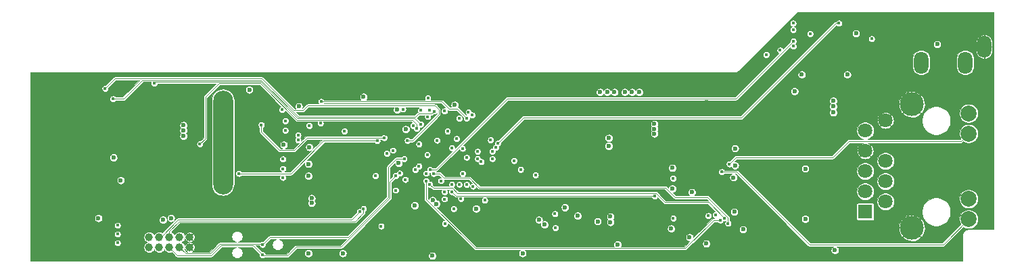
<source format=gbr>
G04 #@! TF.GenerationSoftware,KiCad,Pcbnew,5.1.9-73d0e3b20d~88~ubuntu20.04.1*
G04 #@! TF.CreationDate,2021-01-24T23:08:50+01:00*
G04 #@! TF.ProjectId,CIS,4349532e-6b69-4636-9164-5f7063625858,1.0.0*
G04 #@! TF.SameCoordinates,PX6bc3e40PY635f740*
G04 #@! TF.FileFunction,Copper,L4,Inr*
G04 #@! TF.FilePolarity,Positive*
%FSLAX46Y46*%
G04 Gerber Fmt 4.6, Leading zero omitted, Abs format (unit mm)*
G04 Created by KiCad (PCBNEW 5.1.9-73d0e3b20d~88~ubuntu20.04.1) date 2021-01-24 23:08:50*
%MOMM*%
%LPD*%
G01*
G04 APERTURE LIST*
G04 #@! TA.AperFunction,ComponentPad*
%ADD10C,1.000000*%
G04 #@! TD*
G04 #@! TA.AperFunction,ComponentPad*
%ADD11C,3.000000*%
G04 #@! TD*
G04 #@! TA.AperFunction,ComponentPad*
%ADD12C,2.000000*%
G04 #@! TD*
G04 #@! TA.AperFunction,ComponentPad*
%ADD13C,1.800000*%
G04 #@! TD*
G04 #@! TA.AperFunction,ComponentPad*
%ADD14R,1.800000X1.800000*%
G04 #@! TD*
G04 #@! TA.AperFunction,WasherPad*
%ADD15O,2.500000X13.000000*%
G04 #@! TD*
G04 #@! TA.AperFunction,ComponentPad*
%ADD16O,1.800000X2.800000*%
G04 #@! TD*
G04 #@! TA.AperFunction,ViaPad*
%ADD17C,0.600000*%
G04 #@! TD*
G04 #@! TA.AperFunction,ViaPad*
%ADD18C,0.450000*%
G04 #@! TD*
G04 #@! TA.AperFunction,Conductor*
%ADD19C,0.125000*%
G04 #@! TD*
G04 #@! TA.AperFunction,Conductor*
%ADD20C,0.091000*%
G04 #@! TD*
G04 #@! TA.AperFunction,Conductor*
%ADD21C,1.500000*%
G04 #@! TD*
G04 APERTURE END LIST*
D10*
X15560000Y3635000D03*
X18100000Y2365000D03*
X16830000Y3635000D03*
X16830000Y2365000D03*
X18100000Y3635000D03*
X15560000Y2365000D03*
X19370000Y3635000D03*
X19370000Y2365000D03*
X20640000Y3635000D03*
X20640000Y2365000D03*
D11*
X111040000Y20260000D03*
X111040000Y4760000D03*
D12*
X118150000Y19140000D03*
X118150000Y16600000D03*
X118150000Y8420000D03*
D13*
X107740000Y18230000D03*
X105200000Y16960000D03*
X105200000Y14420000D03*
X107740000Y13150000D03*
X105200000Y11880000D03*
X107740000Y10610000D03*
X105200000Y9340000D03*
X107740000Y8070000D03*
D12*
X118150000Y5880000D03*
D14*
X105200000Y6800000D03*
D15*
X24800000Y15500000D03*
D16*
X120100000Y27500000D03*
X117700000Y25500000D03*
X112200000Y25500000D03*
D17*
X72000000Y21800000D03*
X72900000Y21800000D03*
X73800000Y21800000D03*
X75100000Y21800000D03*
X76900000Y21800000D03*
X76000000Y21800000D03*
X104050000Y29150000D03*
X102950000Y24000000D03*
X97250000Y24000000D03*
X96350000Y21900000D03*
X88900000Y14750000D03*
X81050000Y9700000D03*
X83500000Y9250000D03*
X73091000Y15050000D03*
X73100000Y16050000D03*
D18*
X54800000Y14733200D03*
X55300000Y13600000D03*
X52900000Y16900000D03*
X51598000Y15760900D03*
D17*
X85300000Y2824968D03*
X81050000Y12300000D03*
X80900000Y4700000D03*
X56500000Y7190001D03*
D18*
X54380000Y10220000D03*
X53448941Y14803043D03*
X49340000Y15290000D03*
D17*
X47683590Y17150000D03*
D18*
X50365158Y13944284D03*
X52079952Y10683900D03*
D17*
X48800000Y7600004D03*
X46600000Y19600008D03*
D18*
X54050000Y15961510D03*
D17*
X28100000Y22100000D03*
D18*
X54800124Y11600000D03*
D17*
X32400000Y15200000D03*
X35500000Y1600000D03*
X35600000Y14900000D03*
X12000000Y10750000D03*
D18*
X58300000Y15800000D03*
D17*
X42400000Y21200000D03*
X17300000Y5800000D03*
X18300000Y6000000D03*
X83200000Y3600000D03*
X74200000Y2700000D03*
X71700000Y5600000D03*
X73300000Y5500000D03*
X73300000Y6200000D03*
X62300000Y1600000D03*
X51000000Y1300000D03*
X39800000Y1600000D03*
D18*
X86427200Y6404300D03*
X63920000Y11410000D03*
X29750000Y1400000D03*
X46400000Y11300000D03*
X47482500Y13442500D03*
X29750000Y2700000D03*
D17*
X81050000Y7300000D03*
X72400000Y7900000D03*
X68950000Y16250000D03*
X101800000Y29750000D03*
X105350000Y30250000D03*
X87577800Y13872200D03*
X86150000Y9075000D03*
X86800000Y9750000D03*
X86775000Y8450000D03*
X87450000Y9075000D03*
X95350000Y12800000D03*
X99200000Y23400000D03*
X98500000Y25200000D03*
X108300000Y24500000D03*
X117850000Y28550000D03*
X105800000Y25150000D03*
X101750000Y25900000D03*
X101000000Y23450000D03*
X94750000Y24750000D03*
X86800000Y19855600D03*
X85800000Y15700000D03*
X85350000Y20550000D03*
X78050000Y19500000D03*
X76550000Y19200000D03*
X75850000Y19200000D03*
X75150000Y19200000D03*
X73900000Y19200000D03*
X73200000Y19200000D03*
X73900000Y14950000D03*
X76600000Y14400000D03*
X77900000Y14250000D03*
X80750000Y8500000D03*
X109900000Y12450000D03*
X102450000Y12950000D03*
X95350000Y6500000D03*
X96500000Y9150000D03*
X96500000Y2800000D03*
X90100000Y14900000D03*
X85500000Y14250000D03*
X83600000Y14150000D03*
X90640000Y5840000D03*
D18*
X53086000Y7085600D03*
D17*
X71400000Y7500000D03*
X68850000Y3850000D03*
X64600000Y2750000D03*
D18*
X59900000Y13900000D03*
X55330000Y14841800D03*
X54398000Y16650000D03*
X52500000Y15834000D03*
X52550000Y14800000D03*
X51533000Y12708700D03*
X50720000Y16645400D03*
D17*
X53350000Y21950000D03*
X45300000Y19300000D03*
X44200000Y19300000D03*
X43100000Y19300000D03*
D18*
X46000000Y13900000D03*
D17*
X60300000Y6300000D03*
X60800000Y7000000D03*
X48700000Y5400000D03*
X21900000Y16300000D03*
X21350000Y17600000D03*
X10250000Y14700000D03*
X9400000Y14700000D03*
X8550000Y14700000D03*
X7750000Y15750000D03*
D18*
X53000000Y20816000D03*
D17*
X14100000Y13600000D03*
X14100000Y12700000D03*
X14100000Y14450000D03*
X74950000Y14950000D03*
X88200000Y3100000D03*
X90850000Y12100000D03*
X79700000Y14500000D03*
X70099976Y3900000D03*
X65800000Y2800000D03*
X57700000Y6100000D03*
X57384587Y10756460D03*
X60800000Y10700000D03*
D18*
X59700014Y12900000D03*
X58070000Y13900000D03*
X54850000Y9770000D03*
X56212917Y11162454D03*
X55300000Y12070000D03*
X51170000Y10680000D03*
X53050000Y11566002D03*
X51590000Y14770000D03*
X50240000Y15270000D03*
X50240000Y12530000D03*
D17*
X47900000Y8500000D03*
X44099995Y12800005D03*
X44900000Y13600014D03*
X45299990Y16600000D03*
X45300004Y17700000D03*
X47600000Y21500000D03*
X61600000Y15400000D03*
X53700000Y6200000D03*
X54150000Y22750000D03*
X21200000Y5000000D03*
D18*
X53460000Y8370000D03*
D17*
X16250000Y12600000D03*
X62500000Y7800000D03*
X34800000Y20600000D03*
X29700000Y12200000D03*
X32700000Y10300000D03*
X33700000Y4400000D03*
X31400000Y4100000D03*
X33500000Y9600000D03*
X34900000Y9600000D03*
X29700000Y11100000D03*
X30100000Y13400000D03*
X37200000Y13200000D03*
X38000000Y9400000D03*
X8500000Y23500000D03*
X10700000Y23800000D03*
X12500000Y21900000D03*
X12200000Y22800000D03*
X9100000Y21600000D03*
X9700000Y12500000D03*
X8100000Y6000000D03*
X17900000Y10700000D03*
X16350000Y21950000D03*
X6400000Y14400000D03*
X6400000Y13700000D03*
X7000000Y14000000D03*
X47100000Y21900000D03*
X48100000Y21900000D03*
X43400000Y22000000D03*
X31200000Y1800000D03*
X91300000Y1400000D03*
X84200000Y6000000D03*
X80000000Y1400000D03*
X74100000Y4800000D03*
X66800000Y3274950D03*
X68800000Y1400000D03*
X63100000Y2800000D03*
X57600000Y1400000D03*
X46300000Y1400000D03*
X40500000Y4700000D03*
X50300000Y5500000D03*
X61800000Y5600000D03*
X120200000Y17500000D03*
X120200000Y10100000D03*
X9200000Y6000000D03*
X11100000Y13600000D03*
D18*
X32300000Y13400000D03*
X42400000Y7200000D03*
X41900000Y6800000D03*
X52570100Y5319800D03*
X46400000Y9500000D03*
D17*
X97700000Y12200000D03*
X97700000Y5900000D03*
X101400000Y2000000D03*
X89900000Y4600000D03*
X88800000Y6800000D03*
X88700000Y11100000D03*
X88900000Y12600000D03*
X101200000Y20700000D03*
X101200000Y19250000D03*
X101200000Y20000000D03*
X78800000Y17200000D03*
X78800000Y17800000D03*
X78800000Y16600000D03*
X19850000Y17650008D03*
X19850000Y16999980D03*
X19850000Y16300014D03*
X34300000Y20000000D03*
X35500000Y12800000D03*
X35500000Y11300000D03*
X35900000Y8500000D03*
X35900000Y7900000D03*
X67600000Y7350000D03*
X69199984Y6300000D03*
D18*
X57130000Y13066104D03*
X32300000Y12200000D03*
X32300000Y11100000D03*
X58520000Y13440000D03*
X11600000Y2900000D03*
X58503200Y14362200D03*
X11600000Y4000000D03*
X58961800Y14853300D03*
X11600000Y5100000D03*
X50440420Y18729167D03*
X55985400Y18914600D03*
X54367200Y18500200D03*
X55523600Y19276400D03*
X52540147Y19419800D03*
X56100000Y10000000D03*
D17*
X46800000Y12900000D03*
X53800000Y20200000D03*
X51500000Y7800000D03*
X51050000Y8250000D03*
D18*
X55300000Y10205300D03*
X56659528Y14359285D03*
D17*
X64350000Y5800000D03*
X65050000Y5200000D03*
D18*
X56660000Y13447200D03*
X87238000Y11799800D03*
X88200000Y12800000D03*
X48861900Y12063100D03*
X32600000Y18200000D03*
X40000000Y16900000D03*
X35600000Y17600000D03*
X50241300Y11617800D03*
X32600000Y17000000D03*
X34200000Y16400000D03*
X45300000Y14100000D03*
X34200000Y15800000D03*
X43900000Y11300000D03*
X55290100Y18540000D03*
X37100000Y20600000D03*
X49337900Y12523100D03*
X37000000Y17900000D03*
X49538594Y17777273D03*
X16200000Y22900000D03*
X51232911Y19406727D03*
X11050000Y20950000D03*
X47889100Y15729700D03*
X10050000Y22250000D03*
X66413051Y4793475D03*
X66350068Y6550000D03*
X50444800Y21055200D03*
X81150000Y11000000D03*
X81175000Y6000000D03*
D17*
X114200000Y27800000D03*
D18*
X106000000Y28475000D03*
X53449994Y10230000D03*
X48600000Y17600000D03*
X44600000Y5000000D03*
X59213200Y15387700D03*
X101904200Y30425000D03*
X61240700Y13200010D03*
X92802227Y26490973D03*
X85550000Y6300000D03*
X62055300Y12099990D03*
X49038262Y17231328D03*
X21900000Y15300000D03*
X57562500Y8234400D03*
X94543500Y27042900D03*
X44971226Y16079060D03*
X29600000Y17700000D03*
X44100000Y15700000D03*
X26800000Y11600000D03*
X50701100Y12081200D03*
X96199800Y28180800D03*
X78833500Y8771400D03*
X98300000Y29100000D03*
X53459800Y9304500D03*
X51160900Y11591900D03*
X88025000Y5350000D03*
X52540200Y9304500D03*
X96179100Y29611200D03*
X96172500Y30425000D03*
X54589566Y8457011D03*
X46067200Y14494700D03*
X32200000Y19600000D03*
X50687100Y10238400D03*
X87550000Y6025000D03*
X52540200Y8399200D03*
X49550000Y19500000D03*
X53688300Y7172400D03*
X96183300Y27540500D03*
X50650000Y19550000D03*
X46925000Y11625000D03*
X47315944Y19659157D03*
X47625000Y10850000D03*
X50241300Y10672500D03*
X87050000Y5756900D03*
D19*
X88900000Y14576200D02*
X88900000Y14750000D01*
D20*
X23300000Y1350000D02*
X24550000Y2600000D01*
X28550000Y2600000D02*
X29750000Y1400000D01*
X24550000Y2600000D02*
X28550000Y2600000D01*
X19115000Y1350000D02*
X23300000Y1350000D01*
X18100000Y2365000D02*
X19115000Y1350000D01*
X29850000Y1300000D02*
X29750000Y1400000D01*
X32900000Y1300000D02*
X29850000Y1300000D01*
X45691000Y8491000D02*
X39600000Y2400000D01*
X45691000Y10591000D02*
X45691000Y8491000D01*
X46400000Y11300000D02*
X45691000Y10591000D01*
X33500000Y1900000D02*
X32900000Y1300000D01*
X34000000Y2400000D02*
X33500000Y1900000D01*
X36500000Y2400000D02*
X34000000Y2400000D01*
X39600000Y2400000D02*
X36500000Y2400000D01*
X29650000Y2800000D02*
X29750000Y2700000D01*
X24450000Y2800000D02*
X29650000Y2800000D01*
X20185000Y1550000D02*
X23200000Y1550000D01*
X23200000Y1550000D02*
X24450000Y2800000D01*
X19370000Y2365000D02*
X20185000Y1550000D01*
X45500000Y12400000D02*
X46542500Y13442500D01*
X45500000Y8600000D02*
X45500000Y12400000D01*
X40500000Y3600000D02*
X45500000Y8600000D01*
X46542500Y13442500D02*
X47482500Y13442500D01*
X30650000Y3600000D02*
X40500000Y3600000D01*
X29750000Y2700000D02*
X30650000Y3600000D01*
X18100000Y4350000D02*
X18100000Y3635000D01*
X19350000Y5600000D02*
X18100000Y4350000D01*
X41300000Y5600000D02*
X19350000Y5600000D01*
X42400000Y6700000D02*
X41300000Y5600000D01*
X42400000Y7200000D02*
X42400000Y6700000D01*
X19200000Y5800000D02*
X17035000Y3635000D01*
X40900000Y5800000D02*
X19200000Y5800000D01*
X17035000Y3635000D02*
X16830000Y3635000D01*
X41900000Y6800000D02*
X40900000Y5800000D01*
X114970000Y2700000D02*
X118150000Y5880000D01*
X98200000Y2700000D02*
X114970000Y2700000D01*
X89100200Y11799800D02*
X98200000Y2700000D01*
X87238000Y11799800D02*
X89100200Y11799800D01*
X89000000Y13600000D02*
X88200000Y12800000D01*
X101105750Y13600000D02*
X89000000Y13600000D01*
X103165750Y15660000D02*
X101105750Y13600000D01*
X117210000Y15660000D02*
X118150000Y16600000D01*
X103165750Y15660000D02*
X117210000Y15660000D01*
X54130100Y19700000D02*
X55290100Y18540000D01*
X53092424Y19700000D02*
X54130100Y19700000D01*
X52192424Y20600000D02*
X53092424Y19700000D01*
X37100000Y20600000D02*
X52192424Y20600000D01*
X16400000Y23100000D02*
X16200000Y22900000D01*
X29557401Y23100000D02*
X16400000Y23100000D01*
X34157401Y18500000D02*
X29557401Y23100000D01*
X48815867Y18500000D02*
X34157401Y18500000D01*
X49538594Y17777273D02*
X48815867Y18500000D01*
X12350000Y20950000D02*
X11050000Y20950000D01*
X14700000Y23300000D02*
X12350000Y20950000D01*
X29614801Y23300000D02*
X14700000Y23300000D01*
X34214801Y18700000D02*
X29614801Y23300000D01*
X48900000Y18700000D02*
X34214801Y18700000D01*
X49300000Y19100000D02*
X48900000Y18700000D01*
X50926184Y19100000D02*
X49300000Y19100000D01*
X51232911Y19406727D02*
X50926184Y19100000D01*
X11300000Y23500000D02*
X10050000Y22250000D01*
X29672201Y23500000D02*
X11300000Y23500000D01*
X33672201Y19500000D02*
X29672201Y23500000D01*
X34800000Y19500000D02*
X33672201Y19500000D01*
X35400000Y20100000D02*
X34800000Y19500000D01*
X51300000Y20100000D02*
X35400000Y20100000D01*
X51800000Y19600000D02*
X51300000Y20100000D01*
X51800000Y19000000D02*
X51800000Y19600000D01*
X48529700Y15729700D02*
X51800000Y19000000D01*
X47889100Y15729700D02*
X48529700Y15729700D01*
X101525000Y30425000D02*
X101904200Y30425000D01*
X89700000Y18600000D02*
X101525000Y30425000D01*
X62425500Y18600000D02*
X89700000Y18600000D01*
X59213200Y15387700D02*
X62425500Y18600000D01*
X22600000Y16000000D02*
X21900000Y15300000D01*
X22600000Y21200000D02*
X22600000Y16000000D01*
X24317990Y22917990D02*
X22600000Y21200000D01*
X29482010Y22917990D02*
X24317990Y22917990D01*
X34100000Y18300000D02*
X29482010Y22917990D01*
X48500000Y18300000D02*
X34100000Y18300000D01*
X49038262Y17761738D02*
X48500000Y18300000D01*
X49038262Y17231328D02*
X49038262Y17761738D01*
X44971226Y16079060D02*
X35321660Y16079060D01*
X35321660Y16079060D02*
X33742600Y14500000D01*
X33742600Y14500000D02*
X31900000Y14500000D01*
X29600000Y16800000D02*
X29600000Y17700000D01*
X31900000Y14500000D02*
X29600000Y16800000D01*
X37400000Y15700000D02*
X44100000Y15700000D01*
X33300000Y11600000D02*
X37400000Y15700000D01*
X26800000Y11600000D02*
X33300000Y11600000D01*
X51481200Y12081200D02*
X50701100Y12081200D01*
X60400000Y21000000D02*
X51481200Y12081200D01*
X89019000Y21000000D02*
X60400000Y21000000D01*
X96199800Y28180800D02*
X89019000Y21000000D01*
X78786388Y8818512D02*
X78833500Y8771400D01*
X53945788Y8818512D02*
X78786388Y8818512D01*
X53459800Y9304500D02*
X53945788Y8818512D01*
X85473500Y8630600D02*
X88025000Y6079100D01*
X81369400Y8630600D02*
X85473500Y8630600D01*
X88025000Y6079100D02*
X88025000Y5350000D01*
X80166900Y9833100D02*
X81369400Y8630600D01*
X55673500Y11026500D02*
X56866900Y9833100D01*
X52473500Y11026500D02*
X55673500Y11026500D01*
X51908100Y11591900D02*
X52473500Y11026500D01*
X56866900Y9833100D02*
X80166900Y9833100D01*
X51160900Y11591900D02*
X51908100Y11591900D01*
X80135300Y7981100D02*
X85593900Y7981100D01*
X78983200Y9133200D02*
X80135300Y7981100D01*
X54156800Y9133200D02*
X78983200Y9133200D01*
X85593900Y7981100D02*
X87550000Y6025000D01*
X51155500Y9770000D02*
X50687100Y10238400D01*
X53520000Y9770000D02*
X51155500Y9770000D01*
X53520000Y9770000D02*
X54156800Y9133200D01*
X86186900Y5756900D02*
X87050000Y5756900D01*
X82650000Y2220000D02*
X86186900Y5756900D01*
X56380000Y2220000D02*
X82650000Y2220000D01*
X50241300Y8358700D02*
X56380000Y2220000D01*
X50241300Y10672500D02*
X50241300Y8358700D01*
X121304501Y4595500D02*
X118134167Y4595500D01*
X118100000Y4598865D01*
X118065834Y4595500D01*
X118065833Y4595500D01*
X117963658Y4585437D01*
X117832556Y4545667D01*
X117711731Y4481085D01*
X117605828Y4394172D01*
X117518915Y4288269D01*
X117454333Y4167444D01*
X117414563Y4036342D01*
X117401135Y3900000D01*
X117404501Y3865823D01*
X117404500Y695500D01*
X695500Y695500D01*
X695500Y2941416D01*
X11179500Y2941416D01*
X11179500Y2858584D01*
X11195659Y2777345D01*
X11227357Y2700818D01*
X11273376Y2631947D01*
X11331947Y2573376D01*
X11400818Y2527357D01*
X11477345Y2495659D01*
X11558584Y2479500D01*
X11641416Y2479500D01*
X11722655Y2495659D01*
X11799182Y2527357D01*
X11868053Y2573376D01*
X11926624Y2631947D01*
X11972643Y2700818D01*
X12004341Y2777345D01*
X12020500Y2858584D01*
X12020500Y2941416D01*
X12004341Y3022655D01*
X11972643Y3099182D01*
X11926624Y3168053D01*
X11868053Y3226624D01*
X11799182Y3272643D01*
X11722655Y3304341D01*
X11641416Y3320500D01*
X11558584Y3320500D01*
X11477345Y3304341D01*
X11400818Y3272643D01*
X11331947Y3226624D01*
X11273376Y3168053D01*
X11227357Y3099182D01*
X11195659Y3022655D01*
X11179500Y2941416D01*
X695500Y2941416D01*
X695500Y4041416D01*
X11179500Y4041416D01*
X11179500Y3958584D01*
X11195659Y3877345D01*
X11227357Y3800818D01*
X11273376Y3731947D01*
X11331947Y3673376D01*
X11400818Y3627357D01*
X11477345Y3595659D01*
X11558584Y3579500D01*
X11641416Y3579500D01*
X11722655Y3595659D01*
X11799182Y3627357D01*
X11868053Y3673376D01*
X11898178Y3703501D01*
X14864500Y3703501D01*
X14864500Y3566499D01*
X14891228Y3432130D01*
X14943656Y3305557D01*
X15019770Y3191645D01*
X15116645Y3094770D01*
X15230557Y3018656D01*
X15275597Y3000000D01*
X15230557Y2981344D01*
X15116645Y2905230D01*
X15019770Y2808355D01*
X14943656Y2694443D01*
X14891228Y2567870D01*
X14864500Y2433501D01*
X14864500Y2296499D01*
X14891228Y2162130D01*
X14943656Y2035557D01*
X15019770Y1921645D01*
X15116645Y1824770D01*
X15230557Y1748656D01*
X15357130Y1696228D01*
X15491499Y1669500D01*
X15628501Y1669500D01*
X15762870Y1696228D01*
X15889443Y1748656D01*
X16003355Y1824770D01*
X16100230Y1921645D01*
X16176344Y2035557D01*
X16195000Y2080597D01*
X16213656Y2035557D01*
X16289770Y1921645D01*
X16386645Y1824770D01*
X16500557Y1748656D01*
X16627130Y1696228D01*
X16761499Y1669500D01*
X16898501Y1669500D01*
X17032870Y1696228D01*
X17159443Y1748656D01*
X17273355Y1824770D01*
X17370230Y1921645D01*
X17446344Y2035557D01*
X17465000Y2080597D01*
X17483656Y2035557D01*
X17559770Y1921645D01*
X17656645Y1824770D01*
X17770557Y1748656D01*
X17897130Y1696228D01*
X18031499Y1669500D01*
X18168501Y1669500D01*
X18302870Y1696228D01*
X18391313Y1732862D01*
X18936220Y1187954D01*
X18943763Y1178763D01*
X18952954Y1171220D01*
X18952958Y1171216D01*
X18974979Y1153144D01*
X18980460Y1148646D01*
X19011702Y1131947D01*
X19022327Y1126268D01*
X19067755Y1112487D01*
X19071952Y1112074D01*
X19103161Y1109000D01*
X19103168Y1109000D01*
X19115000Y1107835D01*
X19126831Y1109000D01*
X23288171Y1109000D01*
X23300000Y1107835D01*
X23311829Y1109000D01*
X23311839Y1109000D01*
X23347244Y1112487D01*
X23392673Y1126268D01*
X23434540Y1148646D01*
X23471237Y1178763D01*
X23478784Y1187959D01*
X24649826Y2359000D01*
X26412533Y2359000D01*
X26358501Y2348252D01*
X26232784Y2296179D01*
X26119641Y2220579D01*
X26023421Y2124359D01*
X25947821Y2011216D01*
X25895748Y1885499D01*
X25869200Y1752038D01*
X25869200Y1615962D01*
X25895748Y1482501D01*
X25947821Y1356784D01*
X26023421Y1243641D01*
X26119641Y1147421D01*
X26232784Y1071821D01*
X26358501Y1019748D01*
X26491962Y993200D01*
X26628038Y993200D01*
X26761499Y1019748D01*
X26887216Y1071821D01*
X27000359Y1147421D01*
X27096579Y1243641D01*
X27172179Y1356784D01*
X27224252Y1482501D01*
X27250800Y1615962D01*
X27250800Y1752038D01*
X27224252Y1885499D01*
X27172179Y2011216D01*
X27096579Y2124359D01*
X27000359Y2220579D01*
X26887216Y2296179D01*
X26761499Y2348252D01*
X26707467Y2359000D01*
X28450175Y2359000D01*
X29335847Y1473328D01*
X29329500Y1441416D01*
X29329500Y1358584D01*
X29345659Y1277345D01*
X29377357Y1200818D01*
X29423376Y1131947D01*
X29481947Y1073376D01*
X29550818Y1027357D01*
X29627345Y995659D01*
X29708584Y979500D01*
X29791416Y979500D01*
X29872655Y995659D01*
X29949182Y1027357D01*
X29996538Y1059000D01*
X32888171Y1059000D01*
X32900000Y1057835D01*
X32911829Y1059000D01*
X32911839Y1059000D01*
X32947244Y1062487D01*
X32992673Y1076268D01*
X33034540Y1098646D01*
X33071237Y1128763D01*
X33078784Y1137959D01*
X33589628Y1648803D01*
X35004500Y1648803D01*
X35004500Y1551197D01*
X35023541Y1455468D01*
X35060893Y1365293D01*
X35115120Y1284137D01*
X35184137Y1215120D01*
X35265293Y1160893D01*
X35355468Y1123541D01*
X35451197Y1104500D01*
X35548803Y1104500D01*
X35644532Y1123541D01*
X35734707Y1160893D01*
X35815863Y1215120D01*
X35884880Y1284137D01*
X35939107Y1365293D01*
X35976459Y1455468D01*
X35995500Y1551197D01*
X35995500Y1648803D01*
X39304500Y1648803D01*
X39304500Y1551197D01*
X39323541Y1455468D01*
X39360893Y1365293D01*
X39415120Y1284137D01*
X39484137Y1215120D01*
X39565293Y1160893D01*
X39655468Y1123541D01*
X39751197Y1104500D01*
X39848803Y1104500D01*
X39944532Y1123541D01*
X40034707Y1160893D01*
X40115863Y1215120D01*
X40184880Y1284137D01*
X40228088Y1348803D01*
X50504500Y1348803D01*
X50504500Y1251197D01*
X50523541Y1155468D01*
X50560893Y1065293D01*
X50615120Y984137D01*
X50684137Y915120D01*
X50765293Y860893D01*
X50855468Y823541D01*
X50951197Y804500D01*
X51048803Y804500D01*
X51144532Y823541D01*
X51234707Y860893D01*
X51315863Y915120D01*
X51384880Y984137D01*
X51439107Y1065293D01*
X51476459Y1155468D01*
X51495500Y1251197D01*
X51495500Y1348803D01*
X51476459Y1444532D01*
X51439107Y1534707D01*
X51384880Y1615863D01*
X51315863Y1684880D01*
X51234707Y1739107D01*
X51144532Y1776459D01*
X51048803Y1795500D01*
X50951197Y1795500D01*
X50855468Y1776459D01*
X50765293Y1739107D01*
X50684137Y1684880D01*
X50615120Y1615863D01*
X50560893Y1534707D01*
X50523541Y1444532D01*
X50504500Y1348803D01*
X40228088Y1348803D01*
X40239107Y1365293D01*
X40276459Y1455468D01*
X40295500Y1551197D01*
X40295500Y1648803D01*
X40276459Y1744532D01*
X40239107Y1834707D01*
X40184880Y1915863D01*
X40115863Y1984880D01*
X40034707Y2039107D01*
X39944532Y2076459D01*
X39848803Y2095500D01*
X39751197Y2095500D01*
X39655468Y2076459D01*
X39565293Y2039107D01*
X39484137Y1984880D01*
X39415120Y1915863D01*
X39360893Y1834707D01*
X39323541Y1744532D01*
X39304500Y1648803D01*
X35995500Y1648803D01*
X35976459Y1744532D01*
X35939107Y1834707D01*
X35884880Y1915863D01*
X35815863Y1984880D01*
X35734707Y2039107D01*
X35644532Y2076459D01*
X35548803Y2095500D01*
X35451197Y2095500D01*
X35355468Y2076459D01*
X35265293Y2039107D01*
X35184137Y1984880D01*
X35115120Y1915863D01*
X35060893Y1834707D01*
X35023541Y1744532D01*
X35004500Y1648803D01*
X33589628Y1648803D01*
X33678784Y1737958D01*
X33678788Y1737963D01*
X34099826Y2159000D01*
X39588171Y2159000D01*
X39600000Y2157835D01*
X39611829Y2159000D01*
X39611839Y2159000D01*
X39647244Y2162487D01*
X39692673Y2176268D01*
X39734540Y2198646D01*
X39771237Y2228763D01*
X39778785Y2237960D01*
X42582241Y5041416D01*
X44179500Y5041416D01*
X44179500Y4958584D01*
X44195659Y4877345D01*
X44227357Y4800818D01*
X44273376Y4731947D01*
X44331947Y4673376D01*
X44400818Y4627357D01*
X44477345Y4595659D01*
X44558584Y4579500D01*
X44641416Y4579500D01*
X44722655Y4595659D01*
X44799182Y4627357D01*
X44868053Y4673376D01*
X44926624Y4731947D01*
X44972643Y4800818D01*
X45004341Y4877345D01*
X45020500Y4958584D01*
X45020500Y5041416D01*
X45004341Y5122655D01*
X44972643Y5199182D01*
X44926624Y5268053D01*
X44868053Y5326624D01*
X44799182Y5372643D01*
X44722655Y5404341D01*
X44641416Y5420500D01*
X44558584Y5420500D01*
X44477345Y5404341D01*
X44400818Y5372643D01*
X44331947Y5326624D01*
X44273376Y5268053D01*
X44227357Y5199182D01*
X44195659Y5122655D01*
X44179500Y5041416D01*
X42582241Y5041416D01*
X45189632Y7648807D01*
X48304500Y7648807D01*
X48304500Y7551201D01*
X48323541Y7455472D01*
X48360893Y7365297D01*
X48415120Y7284141D01*
X48484137Y7215124D01*
X48565293Y7160897D01*
X48655468Y7123545D01*
X48751197Y7104504D01*
X48848803Y7104504D01*
X48944532Y7123545D01*
X49034707Y7160897D01*
X49115863Y7215124D01*
X49184880Y7284141D01*
X49239107Y7365297D01*
X49276459Y7455472D01*
X49295500Y7551201D01*
X49295500Y7648807D01*
X49276459Y7744536D01*
X49239107Y7834711D01*
X49184880Y7915867D01*
X49115863Y7984884D01*
X49034707Y8039111D01*
X48944532Y8076463D01*
X48848803Y8095504D01*
X48751197Y8095504D01*
X48655468Y8076463D01*
X48565293Y8039111D01*
X48484137Y7984884D01*
X48415120Y7915867D01*
X48360893Y7834711D01*
X48323541Y7744536D01*
X48304500Y7648807D01*
X45189632Y7648807D01*
X45853046Y8312220D01*
X45862237Y8319763D01*
X45869780Y8328954D01*
X45869784Y8328958D01*
X45892353Y8356459D01*
X45893062Y8357784D01*
X45914732Y8398327D01*
X45923965Y8428763D01*
X45928513Y8443755D01*
X45930050Y8459363D01*
X45932000Y8479161D01*
X45932000Y8479168D01*
X45933165Y8491000D01*
X45932000Y8502831D01*
X45932000Y9541416D01*
X45979500Y9541416D01*
X45979500Y9458584D01*
X45995659Y9377345D01*
X46027357Y9300818D01*
X46073376Y9231947D01*
X46131947Y9173376D01*
X46200818Y9127357D01*
X46277345Y9095659D01*
X46358584Y9079500D01*
X46441416Y9079500D01*
X46522655Y9095659D01*
X46599182Y9127357D01*
X46668053Y9173376D01*
X46726624Y9231947D01*
X46772643Y9300818D01*
X46804341Y9377345D01*
X46820500Y9458584D01*
X46820500Y9541416D01*
X46804341Y9622655D01*
X46772643Y9699182D01*
X46726624Y9768053D01*
X46668053Y9826624D01*
X46599182Y9872643D01*
X46522655Y9904341D01*
X46441416Y9920500D01*
X46358584Y9920500D01*
X46277345Y9904341D01*
X46200818Y9872643D01*
X46131947Y9826624D01*
X46073376Y9768053D01*
X46027357Y9699182D01*
X45995659Y9622655D01*
X45979500Y9541416D01*
X45932000Y9541416D01*
X45932000Y10491175D01*
X46326672Y10885847D01*
X46358584Y10879500D01*
X46441416Y10879500D01*
X46501323Y10891416D01*
X47204500Y10891416D01*
X47204500Y10808584D01*
X47220659Y10727345D01*
X47252357Y10650818D01*
X47298376Y10581947D01*
X47356947Y10523376D01*
X47425818Y10477357D01*
X47502345Y10445659D01*
X47583584Y10429500D01*
X47666416Y10429500D01*
X47747655Y10445659D01*
X47824182Y10477357D01*
X47893053Y10523376D01*
X47951624Y10581947D01*
X47997643Y10650818D01*
X48029341Y10727345D01*
X48045500Y10808584D01*
X48045500Y10891416D01*
X48029341Y10972655D01*
X47997643Y11049182D01*
X47951624Y11118053D01*
X47893053Y11176624D01*
X47824182Y11222643D01*
X47747655Y11254341D01*
X47666416Y11270500D01*
X47583584Y11270500D01*
X47502345Y11254341D01*
X47425818Y11222643D01*
X47356947Y11176624D01*
X47298376Y11118053D01*
X47252357Y11049182D01*
X47220659Y10972655D01*
X47204500Y10891416D01*
X46501323Y10891416D01*
X46522655Y10895659D01*
X46599182Y10927357D01*
X46668053Y10973376D01*
X46726624Y11031947D01*
X46772643Y11100818D01*
X46804341Y11177345D01*
X46812553Y11218629D01*
X46883584Y11204500D01*
X46966416Y11204500D01*
X47047655Y11220659D01*
X47124182Y11252357D01*
X47193053Y11298376D01*
X47251624Y11356947D01*
X47297643Y11425818D01*
X47329341Y11502345D01*
X47345500Y11583584D01*
X47345500Y11666416D01*
X47329341Y11747655D01*
X47297643Y11824182D01*
X47251624Y11893053D01*
X47193053Y11951624D01*
X47124182Y11997643D01*
X47047655Y12029341D01*
X46966416Y12045500D01*
X46883584Y12045500D01*
X46802345Y12029341D01*
X46725818Y11997643D01*
X46656947Y11951624D01*
X46598376Y11893053D01*
X46552357Y11824182D01*
X46520659Y11747655D01*
X46512447Y11706371D01*
X46441416Y11720500D01*
X46358584Y11720500D01*
X46277345Y11704341D01*
X46200818Y11672643D01*
X46131947Y11626624D01*
X46073376Y11568053D01*
X46027357Y11499182D01*
X45995659Y11422655D01*
X45979500Y11341416D01*
X45979500Y11258584D01*
X45985847Y11226672D01*
X45741000Y10981825D01*
X45741000Y12104516D01*
X48441400Y12104516D01*
X48441400Y12021684D01*
X48457559Y11940445D01*
X48489257Y11863918D01*
X48535276Y11795047D01*
X48593847Y11736476D01*
X48662718Y11690457D01*
X48739245Y11658759D01*
X48820484Y11642600D01*
X48903316Y11642600D01*
X48984555Y11658759D01*
X48985658Y11659216D01*
X49820800Y11659216D01*
X49820800Y11576384D01*
X49836959Y11495145D01*
X49868657Y11418618D01*
X49914676Y11349747D01*
X49973247Y11291176D01*
X50042118Y11245157D01*
X50118645Y11213459D01*
X50199884Y11197300D01*
X50282716Y11197300D01*
X50363955Y11213459D01*
X50440482Y11245157D01*
X50509353Y11291176D01*
X50567924Y11349747D01*
X50613943Y11418618D01*
X50645641Y11495145D01*
X50661800Y11576384D01*
X50661800Y11659216D01*
X50661505Y11660700D01*
X50742516Y11660700D01*
X50745984Y11661390D01*
X50740400Y11633316D01*
X50740400Y11550484D01*
X50756559Y11469245D01*
X50788257Y11392718D01*
X50834276Y11323847D01*
X50892847Y11265276D01*
X50961718Y11219257D01*
X51038245Y11187559D01*
X51119484Y11171400D01*
X51202316Y11171400D01*
X51283555Y11187559D01*
X51360082Y11219257D01*
X51428953Y11265276D01*
X51487524Y11323847D01*
X51505601Y11350900D01*
X51808275Y11350900D01*
X52054775Y11104400D01*
X52038536Y11104400D01*
X51957297Y11088241D01*
X51880770Y11056543D01*
X51811899Y11010524D01*
X51753328Y10951953D01*
X51707309Y10883082D01*
X51675611Y10806555D01*
X51659452Y10725316D01*
X51659452Y10642484D01*
X51675611Y10561245D01*
X51707309Y10484718D01*
X51753328Y10415847D01*
X51811899Y10357276D01*
X51880770Y10311257D01*
X51957297Y10279559D01*
X52038536Y10263400D01*
X52121368Y10263400D01*
X52202607Y10279559D01*
X52279134Y10311257D01*
X52348005Y10357276D01*
X52406576Y10415847D01*
X52452595Y10484718D01*
X52484293Y10561245D01*
X52500452Y10642484D01*
X52500452Y10725316D01*
X52488481Y10785500D01*
X55573675Y10785500D01*
X55961427Y10397748D01*
X55900818Y10372643D01*
X55831947Y10326624D01*
X55773376Y10268053D01*
X55727357Y10199182D01*
X55720500Y10182627D01*
X55720500Y10246716D01*
X55704341Y10327955D01*
X55672643Y10404482D01*
X55626624Y10473353D01*
X55568053Y10531924D01*
X55499182Y10577943D01*
X55422655Y10609641D01*
X55341416Y10625800D01*
X55258584Y10625800D01*
X55177345Y10609641D01*
X55100818Y10577943D01*
X55031947Y10531924D01*
X54973376Y10473353D01*
X54927357Y10404482D01*
X54895659Y10327955D01*
X54879500Y10246716D01*
X54879500Y10163884D01*
X54895659Y10082645D01*
X54927357Y10006118D01*
X54973376Y9937247D01*
X55031947Y9878676D01*
X55100818Y9832657D01*
X55177345Y9800959D01*
X55258584Y9784800D01*
X55341416Y9784800D01*
X55422655Y9800959D01*
X55499182Y9832657D01*
X55568053Y9878676D01*
X55626624Y9937247D01*
X55672643Y10006118D01*
X55679500Y10022673D01*
X55679500Y9958584D01*
X55695659Y9877345D01*
X55727357Y9800818D01*
X55773376Y9731947D01*
X55831947Y9673376D01*
X55900818Y9627357D01*
X55977345Y9595659D01*
X56058584Y9579500D01*
X56141416Y9579500D01*
X56222655Y9595659D01*
X56299182Y9627357D01*
X56368053Y9673376D01*
X56426624Y9731947D01*
X56472643Y9800818D01*
X56497748Y9861427D01*
X56688115Y9671060D01*
X56695663Y9661863D01*
X56732360Y9631746D01*
X56774227Y9609368D01*
X56819656Y9595587D01*
X56855061Y9592100D01*
X56855070Y9592100D01*
X56866899Y9590935D01*
X56878728Y9592100D01*
X80067075Y9592100D01*
X81190620Y8468554D01*
X81198163Y8459363D01*
X81207354Y8451820D01*
X81207358Y8451816D01*
X81229379Y8433744D01*
X81234860Y8429246D01*
X81235764Y8428763D01*
X81276727Y8406868D01*
X81322155Y8393087D01*
X81326352Y8392674D01*
X81357561Y8389600D01*
X81357568Y8389600D01*
X81369400Y8388435D01*
X81381231Y8389600D01*
X85373675Y8389600D01*
X85541175Y8222100D01*
X80235125Y8222100D01*
X79161983Y9295242D01*
X79154437Y9304437D01*
X79117740Y9334554D01*
X79075873Y9356932D01*
X79030444Y9370713D01*
X78995039Y9374200D01*
X78995029Y9374200D01*
X78983200Y9375365D01*
X78971371Y9374200D01*
X54256626Y9374200D01*
X53722748Y9908077D01*
X53776618Y9961947D01*
X53822637Y10030818D01*
X53854335Y10107345D01*
X53870494Y10188584D01*
X53870494Y10261416D01*
X53959500Y10261416D01*
X53959500Y10178584D01*
X53975659Y10097345D01*
X54007357Y10020818D01*
X54053376Y9951947D01*
X54111947Y9893376D01*
X54180818Y9847357D01*
X54257345Y9815659D01*
X54338584Y9799500D01*
X54421416Y9799500D01*
X54502655Y9815659D01*
X54579182Y9847357D01*
X54648053Y9893376D01*
X54706624Y9951947D01*
X54752643Y10020818D01*
X54784341Y10097345D01*
X54800500Y10178584D01*
X54800500Y10261416D01*
X54784341Y10342655D01*
X54752643Y10419182D01*
X54706624Y10488053D01*
X54648053Y10546624D01*
X54579182Y10592643D01*
X54502655Y10624341D01*
X54421416Y10640500D01*
X54338584Y10640500D01*
X54257345Y10624341D01*
X54180818Y10592643D01*
X54111947Y10546624D01*
X54053376Y10488053D01*
X54007357Y10419182D01*
X53975659Y10342655D01*
X53959500Y10261416D01*
X53870494Y10261416D01*
X53870494Y10271416D01*
X53854335Y10352655D01*
X53822637Y10429182D01*
X53776618Y10498053D01*
X53718047Y10556624D01*
X53649176Y10602643D01*
X53572649Y10634341D01*
X53491410Y10650500D01*
X53408578Y10650500D01*
X53327339Y10634341D01*
X53250812Y10602643D01*
X53181941Y10556624D01*
X53123370Y10498053D01*
X53077351Y10429182D01*
X53045653Y10352655D01*
X53029494Y10271416D01*
X53029494Y10188584D01*
X53045653Y10107345D01*
X53077351Y10030818D01*
X53090593Y10011000D01*
X51255326Y10011000D01*
X51101253Y10165073D01*
X51107600Y10196984D01*
X51107600Y10279816D01*
X51091441Y10361055D01*
X51059743Y10437582D01*
X51013724Y10506453D01*
X50955153Y10565024D01*
X50886282Y10611043D01*
X50809755Y10642741D01*
X50728516Y10658900D01*
X50661800Y10658900D01*
X50661800Y10713916D01*
X50645641Y10795155D01*
X50613943Y10871682D01*
X50567924Y10940553D01*
X50509353Y10999124D01*
X50440482Y11045143D01*
X50363955Y11076841D01*
X50282716Y11093000D01*
X50199884Y11093000D01*
X50118645Y11076841D01*
X50042118Y11045143D01*
X49973247Y10999124D01*
X49914676Y10940553D01*
X49868657Y10871682D01*
X49836959Y10795155D01*
X49820800Y10713916D01*
X49820800Y10631084D01*
X49836959Y10549845D01*
X49868657Y10473318D01*
X49914676Y10404447D01*
X49973247Y10345876D01*
X50000300Y10327799D01*
X50000301Y8370539D01*
X49999135Y8358700D01*
X50003788Y8311456D01*
X50017568Y8266028D01*
X50039947Y8224160D01*
X50062516Y8196659D01*
X50062521Y8196654D01*
X50070064Y8187463D01*
X50079255Y8179920D01*
X52520502Y5738673D01*
X52447445Y5724141D01*
X52370918Y5692443D01*
X52302047Y5646424D01*
X52243476Y5587853D01*
X52197457Y5518982D01*
X52165759Y5442455D01*
X52149600Y5361216D01*
X52149600Y5278384D01*
X52165759Y5197145D01*
X52197457Y5120618D01*
X52243476Y5051747D01*
X52302047Y4993176D01*
X52370918Y4947157D01*
X52447445Y4915459D01*
X52528684Y4899300D01*
X52611516Y4899300D01*
X52692755Y4915459D01*
X52769282Y4947157D01*
X52838153Y4993176D01*
X52896724Y5051747D01*
X52942743Y5120618D01*
X52974441Y5197145D01*
X52988973Y5270202D01*
X56201220Y2057954D01*
X56208763Y2048763D01*
X56217954Y2041220D01*
X56217958Y2041216D01*
X56224854Y2035557D01*
X56245460Y2018646D01*
X56255404Y2013331D01*
X56287327Y1996268D01*
X56332755Y1982487D01*
X56336952Y1982074D01*
X56368161Y1979000D01*
X56368168Y1979000D01*
X56380000Y1977835D01*
X56391831Y1979000D01*
X61978257Y1979000D01*
X61915120Y1915863D01*
X61860893Y1834707D01*
X61823541Y1744532D01*
X61804500Y1648803D01*
X61804500Y1551197D01*
X61823541Y1455468D01*
X61860893Y1365293D01*
X61915120Y1284137D01*
X61984137Y1215120D01*
X62065293Y1160893D01*
X62155468Y1123541D01*
X62251197Y1104500D01*
X62348803Y1104500D01*
X62444532Y1123541D01*
X62534707Y1160893D01*
X62615863Y1215120D01*
X62684880Y1284137D01*
X62739107Y1365293D01*
X62776459Y1455468D01*
X62795500Y1551197D01*
X62795500Y1648803D01*
X62776459Y1744532D01*
X62739107Y1834707D01*
X62684880Y1915863D01*
X62621743Y1979000D01*
X82638171Y1979000D01*
X82650000Y1977835D01*
X82661829Y1979000D01*
X82661839Y1979000D01*
X82697244Y1982487D01*
X82742673Y1996268D01*
X82784540Y2018646D01*
X82821237Y2048763D01*
X82828785Y2057960D01*
X83644596Y2873771D01*
X84804500Y2873771D01*
X84804500Y2776165D01*
X84823541Y2680436D01*
X84860893Y2590261D01*
X84915120Y2509105D01*
X84984137Y2440088D01*
X85065293Y2385861D01*
X85155468Y2348509D01*
X85251197Y2329468D01*
X85348803Y2329468D01*
X85444532Y2348509D01*
X85534707Y2385861D01*
X85615863Y2440088D01*
X85684880Y2509105D01*
X85739107Y2590261D01*
X85776459Y2680436D01*
X85795500Y2776165D01*
X85795500Y2873771D01*
X85776459Y2969500D01*
X85739107Y3059675D01*
X85684880Y3140831D01*
X85615863Y3209848D01*
X85534707Y3264075D01*
X85444532Y3301427D01*
X85348803Y3320468D01*
X85251197Y3320468D01*
X85155468Y3301427D01*
X85065293Y3264075D01*
X84984137Y3209848D01*
X84915120Y3140831D01*
X84860893Y3059675D01*
X84823541Y2969500D01*
X84804500Y2873771D01*
X83644596Y2873771D01*
X85419628Y4648803D01*
X89404500Y4648803D01*
X89404500Y4551197D01*
X89423541Y4455468D01*
X89460893Y4365293D01*
X89515120Y4284137D01*
X89584137Y4215120D01*
X89665293Y4160893D01*
X89755468Y4123541D01*
X89851197Y4104500D01*
X89948803Y4104500D01*
X90044532Y4123541D01*
X90134707Y4160893D01*
X90215863Y4215120D01*
X90284880Y4284137D01*
X90339107Y4365293D01*
X90376459Y4455468D01*
X90395500Y4551197D01*
X90395500Y4648803D01*
X90376459Y4744532D01*
X90339107Y4834707D01*
X90284880Y4915863D01*
X90215863Y4984880D01*
X90134707Y5039107D01*
X90044532Y5076459D01*
X89948803Y5095500D01*
X89851197Y5095500D01*
X89755468Y5076459D01*
X89665293Y5039107D01*
X89584137Y4984880D01*
X89515120Y4915863D01*
X89460893Y4834707D01*
X89423541Y4744532D01*
X89404500Y4648803D01*
X85419628Y4648803D01*
X86286726Y5515900D01*
X86705299Y5515900D01*
X86723376Y5488847D01*
X86781947Y5430276D01*
X86850818Y5384257D01*
X86927345Y5352559D01*
X87008584Y5336400D01*
X87091416Y5336400D01*
X87172655Y5352559D01*
X87249182Y5384257D01*
X87318053Y5430276D01*
X87376624Y5488847D01*
X87422643Y5557718D01*
X87447087Y5616732D01*
X87508584Y5604500D01*
X87591416Y5604500D01*
X87672655Y5620659D01*
X87721012Y5640689D01*
X87698376Y5618053D01*
X87652357Y5549182D01*
X87620659Y5472655D01*
X87604500Y5391416D01*
X87604500Y5308584D01*
X87620659Y5227345D01*
X87652357Y5150818D01*
X87698376Y5081947D01*
X87756947Y5023376D01*
X87825818Y4977357D01*
X87902345Y4945659D01*
X87983584Y4929500D01*
X88066416Y4929500D01*
X88147655Y4945659D01*
X88224182Y4977357D01*
X88293053Y5023376D01*
X88351624Y5081947D01*
X88397643Y5150818D01*
X88429341Y5227345D01*
X88445500Y5308584D01*
X88445500Y5391416D01*
X88429341Y5472655D01*
X88397643Y5549182D01*
X88351624Y5618053D01*
X88293053Y5676624D01*
X88266000Y5694701D01*
X88266000Y6067271D01*
X88267165Y6079100D01*
X88266000Y6090929D01*
X88266000Y6090939D01*
X88262513Y6126344D01*
X88248732Y6171773D01*
X88226354Y6213640D01*
X88213982Y6228715D01*
X88203784Y6241142D01*
X88203780Y6241146D01*
X88196237Y6250337D01*
X88187046Y6257880D01*
X87596123Y6848803D01*
X88304500Y6848803D01*
X88304500Y6751197D01*
X88323541Y6655468D01*
X88360893Y6565293D01*
X88415120Y6484137D01*
X88484137Y6415120D01*
X88565293Y6360893D01*
X88655468Y6323541D01*
X88751197Y6304500D01*
X88848803Y6304500D01*
X88944532Y6323541D01*
X89034707Y6360893D01*
X89115863Y6415120D01*
X89184880Y6484137D01*
X89239107Y6565293D01*
X89276459Y6655468D01*
X89295500Y6751197D01*
X89295500Y6848803D01*
X89276459Y6944532D01*
X89239107Y7034707D01*
X89184880Y7115863D01*
X89115863Y7184880D01*
X89034707Y7239107D01*
X88944532Y7276459D01*
X88848803Y7295500D01*
X88751197Y7295500D01*
X88655468Y7276459D01*
X88565293Y7239107D01*
X88484137Y7184880D01*
X88415120Y7115863D01*
X88360893Y7034707D01*
X88323541Y6944532D01*
X88304500Y6848803D01*
X87596123Y6848803D01*
X85652283Y8792642D01*
X85644737Y8801837D01*
X85608040Y8831954D01*
X85566173Y8854332D01*
X85520744Y8868113D01*
X85485339Y8871600D01*
X85485329Y8871600D01*
X85473500Y8872765D01*
X85461671Y8871600D01*
X83822343Y8871600D01*
X83884880Y8934137D01*
X83939107Y9015293D01*
X83976459Y9105468D01*
X83995500Y9201197D01*
X83995500Y9298803D01*
X83976459Y9394532D01*
X83939107Y9484707D01*
X83884880Y9565863D01*
X83815863Y9634880D01*
X83734707Y9689107D01*
X83644532Y9726459D01*
X83548803Y9745500D01*
X83451197Y9745500D01*
X83355468Y9726459D01*
X83265293Y9689107D01*
X83184137Y9634880D01*
X83115120Y9565863D01*
X83060893Y9484707D01*
X83023541Y9394532D01*
X83004500Y9298803D01*
X83004500Y9201197D01*
X83023541Y9105468D01*
X83060893Y9015293D01*
X83115120Y8934137D01*
X83177657Y8871600D01*
X81469226Y8871600D01*
X81130100Y9210725D01*
X81194532Y9223541D01*
X81284707Y9260893D01*
X81365863Y9315120D01*
X81434880Y9384137D01*
X81489107Y9465293D01*
X81526459Y9555468D01*
X81545500Y9651197D01*
X81545500Y9748803D01*
X81526459Y9844532D01*
X81489107Y9934707D01*
X81434880Y10015863D01*
X81365863Y10084880D01*
X81284707Y10139107D01*
X81194532Y10176459D01*
X81098803Y10195500D01*
X81001197Y10195500D01*
X80905468Y10176459D01*
X80815293Y10139107D01*
X80734137Y10084880D01*
X80665120Y10015863D01*
X80610893Y9934707D01*
X80573541Y9844532D01*
X80560725Y9780100D01*
X80345683Y9995142D01*
X80338137Y10004337D01*
X80301440Y10034454D01*
X80259573Y10056832D01*
X80214144Y10070613D01*
X80178739Y10074100D01*
X80178729Y10074100D01*
X80166900Y10075265D01*
X80155071Y10074100D01*
X56966725Y10074100D01*
X55852283Y11188542D01*
X55844737Y11197737D01*
X55808040Y11227854D01*
X55766173Y11250232D01*
X55720744Y11264013D01*
X55685339Y11267500D01*
X55685329Y11267500D01*
X55673500Y11268665D01*
X55661671Y11267500D01*
X55059383Y11267500D01*
X55068177Y11273376D01*
X55126748Y11331947D01*
X55172767Y11400818D01*
X55193725Y11451416D01*
X63499500Y11451416D01*
X63499500Y11368584D01*
X63515659Y11287345D01*
X63547357Y11210818D01*
X63593376Y11141947D01*
X63651947Y11083376D01*
X63720818Y11037357D01*
X63797345Y11005659D01*
X63878584Y10989500D01*
X63961416Y10989500D01*
X64042655Y11005659D01*
X64119182Y11037357D01*
X64125256Y11041416D01*
X80729500Y11041416D01*
X80729500Y10958584D01*
X80745659Y10877345D01*
X80777357Y10800818D01*
X80823376Y10731947D01*
X80881947Y10673376D01*
X80950818Y10627357D01*
X81027345Y10595659D01*
X81108584Y10579500D01*
X81191416Y10579500D01*
X81272655Y10595659D01*
X81349182Y10627357D01*
X81418053Y10673376D01*
X81476624Y10731947D01*
X81522643Y10800818D01*
X81554341Y10877345D01*
X81570500Y10958584D01*
X81570500Y11041416D01*
X81554341Y11122655D01*
X81522643Y11199182D01*
X81476624Y11268053D01*
X81418053Y11326624D01*
X81349182Y11372643D01*
X81272655Y11404341D01*
X81191416Y11420500D01*
X81108584Y11420500D01*
X81027345Y11404341D01*
X80950818Y11372643D01*
X80881947Y11326624D01*
X80823376Y11268053D01*
X80777357Y11199182D01*
X80745659Y11122655D01*
X80729500Y11041416D01*
X64125256Y11041416D01*
X64188053Y11083376D01*
X64246624Y11141947D01*
X64292643Y11210818D01*
X64324341Y11287345D01*
X64340500Y11368584D01*
X64340500Y11451416D01*
X64324341Y11532655D01*
X64292643Y11609182D01*
X64246624Y11678053D01*
X64188053Y11736624D01*
X64119182Y11782643D01*
X64042655Y11814341D01*
X63961416Y11830500D01*
X63878584Y11830500D01*
X63797345Y11814341D01*
X63720818Y11782643D01*
X63651947Y11736624D01*
X63593376Y11678053D01*
X63547357Y11609182D01*
X63515659Y11532655D01*
X63499500Y11451416D01*
X55193725Y11451416D01*
X55204465Y11477345D01*
X55220624Y11558584D01*
X55220624Y11641416D01*
X55204465Y11722655D01*
X55172767Y11799182D01*
X55126748Y11868053D01*
X55068177Y11926624D01*
X54999306Y11972643D01*
X54922779Y12004341D01*
X54841540Y12020500D01*
X54758708Y12020500D01*
X54677469Y12004341D01*
X54600942Y11972643D01*
X54532071Y11926624D01*
X54473500Y11868053D01*
X54427481Y11799182D01*
X54395783Y11722655D01*
X54379624Y11641416D01*
X54379624Y11558584D01*
X54395783Y11477345D01*
X54427481Y11400818D01*
X54473500Y11331947D01*
X54532071Y11273376D01*
X54540865Y11267500D01*
X52573325Y11267500D01*
X52086885Y11753940D01*
X52079337Y11763137D01*
X52042640Y11793254D01*
X52000773Y11815632D01*
X51955344Y11829413D01*
X51919939Y11832900D01*
X51919929Y11832900D01*
X51908100Y11834065D01*
X51896271Y11832900D01*
X51505601Y11832900D01*
X51500248Y11840910D01*
X51528444Y11843687D01*
X51573873Y11857468D01*
X51615740Y11879846D01*
X51652437Y11909963D01*
X51659985Y11919160D01*
X51882231Y12141406D01*
X61634800Y12141406D01*
X61634800Y12058574D01*
X61650959Y11977335D01*
X61682657Y11900808D01*
X61728676Y11831937D01*
X61787247Y11773366D01*
X61856118Y11727347D01*
X61932645Y11695649D01*
X62013884Y11679490D01*
X62096716Y11679490D01*
X62177955Y11695649D01*
X62254482Y11727347D01*
X62323353Y11773366D01*
X62381924Y11831937D01*
X62427943Y11900808D01*
X62459641Y11977335D01*
X62475800Y12058574D01*
X62475800Y12141406D01*
X62459641Y12222645D01*
X62427943Y12299172D01*
X62394780Y12348803D01*
X80554500Y12348803D01*
X80554500Y12251197D01*
X80573541Y12155468D01*
X80610893Y12065293D01*
X80665120Y11984137D01*
X80734137Y11915120D01*
X80815293Y11860893D01*
X80905468Y11823541D01*
X81001197Y11804500D01*
X81098803Y11804500D01*
X81194532Y11823541D01*
X81237202Y11841216D01*
X86817500Y11841216D01*
X86817500Y11758384D01*
X86833659Y11677145D01*
X86865357Y11600618D01*
X86911376Y11531747D01*
X86969947Y11473176D01*
X87038818Y11427157D01*
X87115345Y11395459D01*
X87196584Y11379300D01*
X87279416Y11379300D01*
X87360655Y11395459D01*
X87437182Y11427157D01*
X87506053Y11473176D01*
X87564624Y11531747D01*
X87582701Y11558800D01*
X88512836Y11558800D01*
X88465293Y11539107D01*
X88384137Y11484880D01*
X88315120Y11415863D01*
X88260893Y11334707D01*
X88223541Y11244532D01*
X88204500Y11148803D01*
X88204500Y11051197D01*
X88223541Y10955468D01*
X88260893Y10865293D01*
X88315120Y10784137D01*
X88384137Y10715120D01*
X88465293Y10660893D01*
X88555468Y10623541D01*
X88651197Y10604500D01*
X88748803Y10604500D01*
X88844532Y10623541D01*
X88934707Y10660893D01*
X89015863Y10715120D01*
X89084880Y10784137D01*
X89139107Y10865293D01*
X89176459Y10955468D01*
X89195500Y11051197D01*
X89195500Y11148803D01*
X89176459Y11244532D01*
X89139107Y11334707D01*
X89084880Y11415863D01*
X89015863Y11484880D01*
X88934707Y11539107D01*
X88887164Y11558800D01*
X89000375Y11558800D01*
X98021215Y2537960D01*
X98028763Y2528763D01*
X98065460Y2498646D01*
X98076637Y2492672D01*
X98107327Y2476268D01*
X98152755Y2462487D01*
X98156952Y2462074D01*
X98188161Y2459000D01*
X98188168Y2459000D01*
X98200000Y2457835D01*
X98211831Y2459000D01*
X101213319Y2459000D01*
X101165293Y2439107D01*
X101084137Y2384880D01*
X101015120Y2315863D01*
X100960893Y2234707D01*
X100923541Y2144532D01*
X100904500Y2048803D01*
X100904500Y1951197D01*
X100923541Y1855468D01*
X100960893Y1765293D01*
X101015120Y1684137D01*
X101084137Y1615120D01*
X101165293Y1560893D01*
X101255468Y1523541D01*
X101351197Y1504500D01*
X101448803Y1504500D01*
X101544532Y1523541D01*
X101634707Y1560893D01*
X101715863Y1615120D01*
X101784880Y1684137D01*
X101839107Y1765293D01*
X101876459Y1855468D01*
X101895500Y1951197D01*
X101895500Y2048803D01*
X101876459Y2144532D01*
X101839107Y2234707D01*
X101784880Y2315863D01*
X101715863Y2384880D01*
X101634707Y2439107D01*
X101586681Y2459000D01*
X114958171Y2459000D01*
X114970000Y2457835D01*
X114981829Y2459000D01*
X114981839Y2459000D01*
X115017244Y2462487D01*
X115062673Y2476268D01*
X115104540Y2498646D01*
X115141237Y2528763D01*
X115148785Y2537960D01*
X117492402Y4881576D01*
X117583718Y4820561D01*
X117801285Y4730442D01*
X118032253Y4684500D01*
X118267747Y4684500D01*
X118498715Y4730442D01*
X118716282Y4820561D01*
X118912087Y4951394D01*
X119078606Y5117913D01*
X119209439Y5313718D01*
X119299558Y5531285D01*
X119345500Y5762253D01*
X119345500Y5997747D01*
X119299558Y6228715D01*
X119209439Y6446282D01*
X119078606Y6642087D01*
X118912087Y6808606D01*
X118716282Y6939439D01*
X118498715Y7029558D01*
X118267747Y7075500D01*
X118032253Y7075500D01*
X117801285Y7029558D01*
X117583718Y6939439D01*
X117387913Y6808606D01*
X117221394Y6642087D01*
X117090561Y6446282D01*
X117000442Y6228715D01*
X116954500Y5997747D01*
X116954500Y5762253D01*
X117000442Y5531285D01*
X117090561Y5313718D01*
X117151576Y5222402D01*
X114870175Y2941000D01*
X98299825Y2941000D01*
X97640143Y3600682D01*
X109922401Y3600682D01*
X110097457Y3412513D01*
X110378449Y3254523D01*
X110684864Y3154388D01*
X111004927Y3115956D01*
X111326338Y3140704D01*
X111636745Y3227679D01*
X111924220Y3373542D01*
X111982543Y3412513D01*
X112157599Y3600682D01*
X111040000Y4718281D01*
X109922401Y3600682D01*
X97640143Y3600682D01*
X96445752Y4795073D01*
X109395956Y4795073D01*
X109420704Y4473662D01*
X109507679Y4163255D01*
X109653542Y3875780D01*
X109692513Y3817457D01*
X109880682Y3642401D01*
X110998281Y4760000D01*
X111081719Y4760000D01*
X112199318Y3642401D01*
X112387487Y3817457D01*
X112545477Y4098449D01*
X112645612Y4404864D01*
X112684044Y4724927D01*
X112659296Y5046338D01*
X112572321Y5356745D01*
X112426458Y5644220D01*
X112387487Y5702543D01*
X112199318Y5877599D01*
X111081719Y4760000D01*
X110998281Y4760000D01*
X109880682Y5877599D01*
X109692513Y5702543D01*
X109534523Y5421551D01*
X109434388Y5115136D01*
X109395956Y4795073D01*
X96445752Y4795073D01*
X95292022Y5948803D01*
X97204500Y5948803D01*
X97204500Y5851197D01*
X97223541Y5755468D01*
X97260893Y5665293D01*
X97315120Y5584137D01*
X97384137Y5515120D01*
X97465293Y5460893D01*
X97555468Y5423541D01*
X97651197Y5404500D01*
X97748803Y5404500D01*
X97844532Y5423541D01*
X97934707Y5460893D01*
X98015863Y5515120D01*
X98084880Y5584137D01*
X98139107Y5665293D01*
X98176459Y5755468D01*
X98195500Y5851197D01*
X98195500Y5948803D01*
X98176459Y6044532D01*
X98139107Y6134707D01*
X98084880Y6215863D01*
X98015863Y6284880D01*
X97934707Y6339107D01*
X97844532Y6376459D01*
X97748803Y6395500D01*
X97651197Y6395500D01*
X97555468Y6376459D01*
X97465293Y6339107D01*
X97384137Y6284880D01*
X97315120Y6215863D01*
X97260893Y6134707D01*
X97223541Y6044532D01*
X97204500Y5948803D01*
X95292022Y5948803D01*
X93540825Y7700000D01*
X104103555Y7700000D01*
X104103555Y5900000D01*
X104107330Y5861675D01*
X104118508Y5824824D01*
X104136662Y5790861D01*
X104161092Y5761092D01*
X104190861Y5736662D01*
X104224824Y5718508D01*
X104261675Y5707330D01*
X104300000Y5703555D01*
X106100000Y5703555D01*
X106138325Y5707330D01*
X106175176Y5718508D01*
X106209139Y5736662D01*
X106238908Y5761092D01*
X106263338Y5790861D01*
X106281492Y5824824D01*
X106292670Y5861675D01*
X106296445Y5900000D01*
X106296445Y5919318D01*
X109922401Y5919318D01*
X111040000Y4801719D01*
X112157599Y5919318D01*
X111982543Y6107487D01*
X111701551Y6265477D01*
X111395136Y6365612D01*
X111075073Y6404044D01*
X110753662Y6379296D01*
X110443255Y6292321D01*
X110155780Y6146458D01*
X110097457Y6107487D01*
X109922401Y5919318D01*
X106296445Y5919318D01*
X106296445Y7700000D01*
X106292670Y7738325D01*
X106281492Y7775176D01*
X106263338Y7809139D01*
X106238908Y7838908D01*
X106209139Y7863338D01*
X106175176Y7881492D01*
X106138325Y7892670D01*
X106100000Y7896445D01*
X104300000Y7896445D01*
X104261675Y7892670D01*
X104224824Y7881492D01*
X104190861Y7863338D01*
X104161092Y7838908D01*
X104136662Y7809139D01*
X104118508Y7775176D01*
X104107330Y7738325D01*
X104103555Y7700000D01*
X93540825Y7700000D01*
X93062928Y8177897D01*
X106644500Y8177897D01*
X106644500Y7962103D01*
X106686599Y7750454D01*
X106769180Y7551086D01*
X106889069Y7371659D01*
X107041659Y7219069D01*
X107221086Y7099180D01*
X107420454Y7016599D01*
X107632103Y6974500D01*
X107847897Y6974500D01*
X107859666Y6976841D01*
X112294500Y6976841D01*
X112294500Y6623159D01*
X112363500Y6276272D01*
X112498848Y5949512D01*
X112695344Y5655435D01*
X112945435Y5405344D01*
X113239512Y5208848D01*
X113566272Y5073500D01*
X113913159Y5004500D01*
X114266841Y5004500D01*
X114613728Y5073500D01*
X114940488Y5208848D01*
X115234565Y5405344D01*
X115484656Y5655435D01*
X115681152Y5949512D01*
X115816500Y6276272D01*
X115885500Y6623159D01*
X115885500Y6976841D01*
X115816500Y7323728D01*
X115681152Y7650488D01*
X115484656Y7944565D01*
X115234565Y8194656D01*
X114940488Y8391152D01*
X114613728Y8526500D01*
X114557186Y8537747D01*
X116954500Y8537747D01*
X116954500Y8302253D01*
X117000442Y8071285D01*
X117090561Y7853718D01*
X117221394Y7657913D01*
X117387913Y7491394D01*
X117583718Y7360561D01*
X117801285Y7270442D01*
X118032253Y7224500D01*
X118267747Y7224500D01*
X118498715Y7270442D01*
X118716282Y7360561D01*
X118912087Y7491394D01*
X119078606Y7657913D01*
X119209439Y7853718D01*
X119299558Y8071285D01*
X119345500Y8302253D01*
X119345500Y8537747D01*
X119299558Y8768715D01*
X119209439Y8986282D01*
X119078606Y9182087D01*
X118912087Y9348606D01*
X118716282Y9479439D01*
X118498715Y9569558D01*
X118267747Y9615500D01*
X118032253Y9615500D01*
X117801285Y9569558D01*
X117583718Y9479439D01*
X117387913Y9348606D01*
X117221394Y9182087D01*
X117090561Y8986282D01*
X117000442Y8768715D01*
X116954500Y8537747D01*
X114557186Y8537747D01*
X114266841Y8595500D01*
X113913159Y8595500D01*
X113566272Y8526500D01*
X113239512Y8391152D01*
X112945435Y8194656D01*
X112695344Y7944565D01*
X112498848Y7650488D01*
X112363500Y7323728D01*
X112294500Y6976841D01*
X107859666Y6976841D01*
X108059546Y7016599D01*
X108258914Y7099180D01*
X108438341Y7219069D01*
X108590931Y7371659D01*
X108710820Y7551086D01*
X108793401Y7750454D01*
X108835500Y7962103D01*
X108835500Y8177897D01*
X108793401Y8389546D01*
X108710820Y8588914D01*
X108590931Y8768341D01*
X108438341Y8920931D01*
X108258914Y9040820D01*
X108059546Y9123401D01*
X107847897Y9165500D01*
X107632103Y9165500D01*
X107420454Y9123401D01*
X107221086Y9040820D01*
X107041659Y8920931D01*
X106889069Y8768341D01*
X106769180Y8588914D01*
X106686599Y8389546D01*
X106644500Y8177897D01*
X93062928Y8177897D01*
X91792928Y9447897D01*
X104104500Y9447897D01*
X104104500Y9232103D01*
X104146599Y9020454D01*
X104229180Y8821086D01*
X104349069Y8641659D01*
X104501659Y8489069D01*
X104681086Y8369180D01*
X104880454Y8286599D01*
X105092103Y8244500D01*
X105307897Y8244500D01*
X105519546Y8286599D01*
X105718914Y8369180D01*
X105898341Y8489069D01*
X106050931Y8641659D01*
X106170820Y8821086D01*
X106253401Y9020454D01*
X106295500Y9232103D01*
X106295500Y9447897D01*
X106253401Y9659546D01*
X106170820Y9858914D01*
X106050931Y10038341D01*
X105898341Y10190931D01*
X105718914Y10310820D01*
X105519546Y10393401D01*
X105307897Y10435500D01*
X105092103Y10435500D01*
X104880454Y10393401D01*
X104681086Y10310820D01*
X104501659Y10190931D01*
X104349069Y10038341D01*
X104229180Y9858914D01*
X104146599Y9659546D01*
X104104500Y9447897D01*
X91792928Y9447897D01*
X90522928Y10717897D01*
X106644500Y10717897D01*
X106644500Y10502103D01*
X106686599Y10290454D01*
X106769180Y10091086D01*
X106889069Y9911659D01*
X107041659Y9759069D01*
X107221086Y9639180D01*
X107420454Y9556599D01*
X107632103Y9514500D01*
X107847897Y9514500D01*
X108059546Y9556599D01*
X108258914Y9639180D01*
X108438341Y9759069D01*
X108590931Y9911659D01*
X108710820Y10091086D01*
X108793401Y10290454D01*
X108835500Y10502103D01*
X108835500Y10717897D01*
X108793401Y10929546D01*
X108710820Y11128914D01*
X108590931Y11308341D01*
X108438341Y11460931D01*
X108258914Y11580820D01*
X108059546Y11663401D01*
X107847897Y11705500D01*
X107632103Y11705500D01*
X107420454Y11663401D01*
X107221086Y11580820D01*
X107041659Y11460931D01*
X106889069Y11308341D01*
X106769180Y11128914D01*
X106686599Y10929546D01*
X106644500Y10717897D01*
X90522928Y10717897D01*
X89278985Y11961840D01*
X89271437Y11971037D01*
X89234740Y12001154D01*
X89192873Y12023532D01*
X89147444Y12037313D01*
X89112039Y12040800D01*
X89112029Y12040800D01*
X89100200Y12041965D01*
X89088371Y12040800D01*
X87582701Y12040800D01*
X87564624Y12067853D01*
X87506053Y12126424D01*
X87437182Y12172443D01*
X87360655Y12204141D01*
X87279416Y12220300D01*
X87196584Y12220300D01*
X87115345Y12204141D01*
X87038818Y12172443D01*
X86969947Y12126424D01*
X86911376Y12067853D01*
X86865357Y11998982D01*
X86833659Y11922455D01*
X86817500Y11841216D01*
X81237202Y11841216D01*
X81284707Y11860893D01*
X81365863Y11915120D01*
X81434880Y11984137D01*
X81489107Y12065293D01*
X81526459Y12155468D01*
X81545500Y12251197D01*
X81545500Y12348803D01*
X81526459Y12444532D01*
X81489107Y12534707D01*
X81434880Y12615863D01*
X81365863Y12684880D01*
X81284707Y12739107D01*
X81194532Y12776459D01*
X81098803Y12795500D01*
X81001197Y12795500D01*
X80905468Y12776459D01*
X80815293Y12739107D01*
X80734137Y12684880D01*
X80665120Y12615863D01*
X80610893Y12534707D01*
X80573541Y12444532D01*
X80554500Y12348803D01*
X62394780Y12348803D01*
X62381924Y12368043D01*
X62323353Y12426614D01*
X62254482Y12472633D01*
X62177955Y12504331D01*
X62096716Y12520490D01*
X62013884Y12520490D01*
X61932645Y12504331D01*
X61856118Y12472633D01*
X61787247Y12426614D01*
X61728676Y12368043D01*
X61682657Y12299172D01*
X61650959Y12222645D01*
X61634800Y12141406D01*
X51882231Y12141406D01*
X53382241Y13641416D01*
X54879500Y13641416D01*
X54879500Y13558584D01*
X54895659Y13477345D01*
X54927357Y13400818D01*
X54973376Y13331947D01*
X55031947Y13273376D01*
X55100818Y13227357D01*
X55177345Y13195659D01*
X55258584Y13179500D01*
X55341416Y13179500D01*
X55422655Y13195659D01*
X55499182Y13227357D01*
X55568053Y13273376D01*
X55626624Y13331947D01*
X55672643Y13400818D01*
X55704341Y13477345D01*
X55706582Y13488616D01*
X56239500Y13488616D01*
X56239500Y13405784D01*
X56255659Y13324545D01*
X56287357Y13248018D01*
X56333376Y13179147D01*
X56391947Y13120576D01*
X56460818Y13074557D01*
X56537345Y13042859D01*
X56618584Y13026700D01*
X56701416Y13026700D01*
X56709500Y13028308D01*
X56709500Y13024688D01*
X56725659Y12943449D01*
X56757357Y12866922D01*
X56803376Y12798051D01*
X56861947Y12739480D01*
X56930818Y12693461D01*
X57007345Y12661763D01*
X57088584Y12645604D01*
X57171416Y12645604D01*
X57252655Y12661763D01*
X57329182Y12693461D01*
X57398053Y12739480D01*
X57456624Y12798051D01*
X57502643Y12866922D01*
X57534341Y12943449D01*
X57550500Y13024688D01*
X57550500Y13107520D01*
X57534341Y13188759D01*
X57502643Y13265286D01*
X57456624Y13334157D01*
X57398053Y13392728D01*
X57329182Y13438747D01*
X57252655Y13470445D01*
X57197499Y13481416D01*
X58099500Y13481416D01*
X58099500Y13398584D01*
X58115659Y13317345D01*
X58147357Y13240818D01*
X58193376Y13171947D01*
X58251947Y13113376D01*
X58320818Y13067357D01*
X58397345Y13035659D01*
X58478584Y13019500D01*
X58561416Y13019500D01*
X58642655Y13035659D01*
X58719182Y13067357D01*
X58788053Y13113376D01*
X58846624Y13171947D01*
X58892643Y13240818D01*
X58892894Y13241426D01*
X60820200Y13241426D01*
X60820200Y13158594D01*
X60836359Y13077355D01*
X60868057Y13000828D01*
X60914076Y12931957D01*
X60972647Y12873386D01*
X61041518Y12827367D01*
X61118045Y12795669D01*
X61199284Y12779510D01*
X61282116Y12779510D01*
X61363355Y12795669D01*
X61439882Y12827367D01*
X61460907Y12841416D01*
X87779500Y12841416D01*
X87779500Y12758584D01*
X87795659Y12677345D01*
X87827357Y12600818D01*
X87873376Y12531947D01*
X87931947Y12473376D01*
X88000818Y12427357D01*
X88077345Y12395659D01*
X88158584Y12379500D01*
X88241416Y12379500D01*
X88322655Y12395659D01*
X88399182Y12427357D01*
X88427380Y12446199D01*
X88460893Y12365293D01*
X88515120Y12284137D01*
X88584137Y12215120D01*
X88665293Y12160893D01*
X88755468Y12123541D01*
X88851197Y12104500D01*
X88948803Y12104500D01*
X89044532Y12123541D01*
X89134707Y12160893D01*
X89215863Y12215120D01*
X89249546Y12248803D01*
X97204500Y12248803D01*
X97204500Y12151197D01*
X97223541Y12055468D01*
X97260893Y11965293D01*
X97315120Y11884137D01*
X97384137Y11815120D01*
X97465293Y11760893D01*
X97555468Y11723541D01*
X97651197Y11704500D01*
X97748803Y11704500D01*
X97844532Y11723541D01*
X97934707Y11760893D01*
X98015863Y11815120D01*
X98084880Y11884137D01*
X98139107Y11965293D01*
X98148469Y11987897D01*
X104104500Y11987897D01*
X104104500Y11772103D01*
X104146599Y11560454D01*
X104229180Y11361086D01*
X104349069Y11181659D01*
X104501659Y11029069D01*
X104681086Y10909180D01*
X104880454Y10826599D01*
X105092103Y10784500D01*
X105307897Y10784500D01*
X105519546Y10826599D01*
X105718914Y10909180D01*
X105898341Y11029069D01*
X106050931Y11181659D01*
X106170820Y11361086D01*
X106253401Y11560454D01*
X106295500Y11772103D01*
X106295500Y11987897D01*
X106253401Y12199546D01*
X106170820Y12398914D01*
X106050931Y12578341D01*
X105898341Y12730931D01*
X105718914Y12850820D01*
X105519546Y12933401D01*
X105307897Y12975500D01*
X105092103Y12975500D01*
X104880454Y12933401D01*
X104681086Y12850820D01*
X104501659Y12730931D01*
X104349069Y12578341D01*
X104229180Y12398914D01*
X104146599Y12199546D01*
X104104500Y11987897D01*
X98148469Y11987897D01*
X98176459Y12055468D01*
X98195500Y12151197D01*
X98195500Y12248803D01*
X98176459Y12344532D01*
X98139107Y12434707D01*
X98084880Y12515863D01*
X98015863Y12584880D01*
X97934707Y12639107D01*
X97844532Y12676459D01*
X97748803Y12695500D01*
X97651197Y12695500D01*
X97555468Y12676459D01*
X97465293Y12639107D01*
X97384137Y12584880D01*
X97315120Y12515863D01*
X97260893Y12434707D01*
X97223541Y12344532D01*
X97204500Y12248803D01*
X89249546Y12248803D01*
X89284880Y12284137D01*
X89339107Y12365293D01*
X89376459Y12455468D01*
X89395500Y12551197D01*
X89395500Y12648803D01*
X89376459Y12744532D01*
X89339107Y12834707D01*
X89284880Y12915863D01*
X89215863Y12984880D01*
X89134707Y13039107D01*
X89044532Y13076459D01*
X88948803Y13095500D01*
X88851197Y13095500D01*
X88832633Y13091808D01*
X88998722Y13257897D01*
X106644500Y13257897D01*
X106644500Y13042103D01*
X106686599Y12830454D01*
X106769180Y12631086D01*
X106889069Y12451659D01*
X107041659Y12299069D01*
X107221086Y12179180D01*
X107420454Y12096599D01*
X107632103Y12054500D01*
X107847897Y12054500D01*
X108059546Y12096599D01*
X108258914Y12179180D01*
X108438341Y12299069D01*
X108590931Y12451659D01*
X108710820Y12631086D01*
X108793401Y12830454D01*
X108835500Y13042103D01*
X108835500Y13257897D01*
X108793401Y13469546D01*
X108710820Y13668914D01*
X108590931Y13848341D01*
X108438341Y14000931D01*
X108258914Y14120820D01*
X108059546Y14203401D01*
X107847897Y14245500D01*
X107632103Y14245500D01*
X107420454Y14203401D01*
X107221086Y14120820D01*
X107041659Y14000931D01*
X106889069Y13848341D01*
X106769180Y13668914D01*
X106686599Y13469546D01*
X106644500Y13257897D01*
X88998722Y13257897D01*
X89099826Y13359000D01*
X101093921Y13359000D01*
X101105750Y13357835D01*
X101117579Y13359000D01*
X101117589Y13359000D01*
X101152994Y13362487D01*
X101198423Y13376268D01*
X101240290Y13398646D01*
X101276987Y13428763D01*
X101284535Y13437960D01*
X101533689Y13687114D01*
X104508833Y13687114D01*
X104611924Y13560395D01*
X104790925Y13462184D01*
X104985646Y13400781D01*
X105188604Y13378547D01*
X105392000Y13396335D01*
X105588018Y13453461D01*
X105769125Y13547731D01*
X105788076Y13560395D01*
X105891167Y13687114D01*
X105200000Y14378281D01*
X104508833Y13687114D01*
X101533689Y13687114D01*
X102277971Y14431396D01*
X104158547Y14431396D01*
X104176335Y14228000D01*
X104233461Y14031982D01*
X104327731Y13850875D01*
X104340395Y13831924D01*
X104467114Y13728833D01*
X105158281Y14420000D01*
X105241719Y14420000D01*
X105932886Y13728833D01*
X106059605Y13831924D01*
X106157816Y14010925D01*
X106219219Y14205646D01*
X106241453Y14408604D01*
X106223665Y14612000D01*
X106166539Y14808018D01*
X106072269Y14989125D01*
X106059605Y15008076D01*
X105932886Y15111167D01*
X105241719Y14420000D01*
X105158281Y14420000D01*
X104467114Y15111167D01*
X104340395Y15008076D01*
X104242184Y14829075D01*
X104180781Y14634354D01*
X104158547Y14431396D01*
X102277971Y14431396D01*
X103265576Y15419000D01*
X104923366Y15419000D01*
X104811982Y15386539D01*
X104630875Y15292269D01*
X104611924Y15279605D01*
X104508833Y15152886D01*
X105200000Y14461719D01*
X105891167Y15152886D01*
X105788076Y15279605D01*
X105609075Y15377816D01*
X105478472Y15419000D01*
X117198171Y15419000D01*
X117210000Y15417835D01*
X117221829Y15419000D01*
X117221839Y15419000D01*
X117257244Y15422487D01*
X117302673Y15436268D01*
X117344540Y15458646D01*
X117381237Y15488763D01*
X117388784Y15497959D01*
X117492402Y15601577D01*
X117583718Y15540561D01*
X117801285Y15450442D01*
X118032253Y15404500D01*
X118267747Y15404500D01*
X118498715Y15450442D01*
X118716282Y15540561D01*
X118912087Y15671394D01*
X119078606Y15837913D01*
X119209439Y16033718D01*
X119299558Y16251285D01*
X119345500Y16482253D01*
X119345500Y16717747D01*
X119299558Y16948715D01*
X119209439Y17166282D01*
X119078606Y17362087D01*
X118912087Y17528606D01*
X118716282Y17659439D01*
X118498715Y17749558D01*
X118267747Y17795500D01*
X118032253Y17795500D01*
X117801285Y17749558D01*
X117583718Y17659439D01*
X117387913Y17528606D01*
X117221394Y17362087D01*
X117090561Y17166282D01*
X117000442Y16948715D01*
X116954500Y16717747D01*
X116954500Y16482253D01*
X117000442Y16251285D01*
X117090561Y16033718D01*
X117151577Y15942402D01*
X117110175Y15901000D01*
X105491398Y15901000D01*
X105519546Y15906599D01*
X105718914Y15989180D01*
X105898341Y16109069D01*
X106050931Y16261659D01*
X106170820Y16441086D01*
X106253401Y16640454D01*
X106295500Y16852103D01*
X106295500Y17067897D01*
X106253401Y17279546D01*
X106170820Y17478914D01*
X106158660Y17497114D01*
X107048833Y17497114D01*
X107151924Y17370395D01*
X107330925Y17272184D01*
X107525646Y17210781D01*
X107728604Y17188547D01*
X107932000Y17206335D01*
X108128018Y17263461D01*
X108309125Y17357731D01*
X108328076Y17370395D01*
X108431167Y17497114D01*
X107740000Y18188281D01*
X107048833Y17497114D01*
X106158660Y17497114D01*
X106050931Y17658341D01*
X105898341Y17810931D01*
X105718914Y17930820D01*
X105519546Y18013401D01*
X105307897Y18055500D01*
X105092103Y18055500D01*
X104880454Y18013401D01*
X104681086Y17930820D01*
X104501659Y17810931D01*
X104349069Y17658341D01*
X104229180Y17478914D01*
X104146599Y17279546D01*
X104104500Y17067897D01*
X104104500Y16852103D01*
X104146599Y16640454D01*
X104229180Y16441086D01*
X104349069Y16261659D01*
X104501659Y16109069D01*
X104681086Y15989180D01*
X104880454Y15906599D01*
X104908602Y15901000D01*
X103177579Y15901000D01*
X103165750Y15902165D01*
X103153921Y15901000D01*
X103153911Y15901000D01*
X103118506Y15897513D01*
X103073077Y15883732D01*
X103031210Y15861354D01*
X103025729Y15856856D01*
X103003708Y15838784D01*
X103003704Y15838780D01*
X102994513Y15831237D01*
X102986970Y15822046D01*
X101005925Y13841000D01*
X89011831Y13841000D01*
X89000000Y13842165D01*
X88988168Y13841000D01*
X88988161Y13841000D01*
X88956952Y13837926D01*
X88952755Y13837513D01*
X88907327Y13823732D01*
X88865460Y13801354D01*
X88859979Y13796856D01*
X88837958Y13778784D01*
X88837954Y13778780D01*
X88828763Y13771237D01*
X88821220Y13762046D01*
X88273327Y13214153D01*
X88241416Y13220500D01*
X88158584Y13220500D01*
X88077345Y13204341D01*
X88000818Y13172643D01*
X87931947Y13126624D01*
X87873376Y13068053D01*
X87827357Y12999182D01*
X87795659Y12922655D01*
X87779500Y12841416D01*
X61460907Y12841416D01*
X61508753Y12873386D01*
X61567324Y12931957D01*
X61613343Y13000828D01*
X61645041Y13077355D01*
X61661200Y13158594D01*
X61661200Y13241426D01*
X61645041Y13322665D01*
X61613343Y13399192D01*
X61567324Y13468063D01*
X61508753Y13526634D01*
X61439882Y13572653D01*
X61363355Y13604351D01*
X61282116Y13620510D01*
X61199284Y13620510D01*
X61118045Y13604351D01*
X61041518Y13572653D01*
X60972647Y13526634D01*
X60914076Y13468063D01*
X60868057Y13399192D01*
X60836359Y13322665D01*
X60820200Y13241426D01*
X58892894Y13241426D01*
X58924341Y13317345D01*
X58940500Y13398584D01*
X58940500Y13481416D01*
X58924341Y13562655D01*
X58892643Y13639182D01*
X58846624Y13708053D01*
X58788053Y13766624D01*
X58719182Y13812643D01*
X58642655Y13844341D01*
X58561416Y13860500D01*
X58478584Y13860500D01*
X58397345Y13844341D01*
X58320818Y13812643D01*
X58251947Y13766624D01*
X58193376Y13708053D01*
X58147357Y13639182D01*
X58115659Y13562655D01*
X58099500Y13481416D01*
X57197499Y13481416D01*
X57171416Y13486604D01*
X57088584Y13486604D01*
X57080500Y13484996D01*
X57080500Y13488616D01*
X57064341Y13569855D01*
X57032643Y13646382D01*
X56986624Y13715253D01*
X56928053Y13773824D01*
X56859182Y13819843D01*
X56782655Y13851541D01*
X56701416Y13867700D01*
X56618584Y13867700D01*
X56537345Y13851541D01*
X56460818Y13819843D01*
X56391947Y13773824D01*
X56333376Y13715253D01*
X56287357Y13646382D01*
X56255659Y13569855D01*
X56239500Y13488616D01*
X55706582Y13488616D01*
X55720500Y13558584D01*
X55720500Y13641416D01*
X55704341Y13722655D01*
X55672643Y13799182D01*
X55626624Y13868053D01*
X55568053Y13926624D01*
X55499182Y13972643D01*
X55422655Y14004341D01*
X55341416Y14020500D01*
X55258584Y14020500D01*
X55177345Y14004341D01*
X55100818Y13972643D01*
X55031947Y13926624D01*
X54973376Y13868053D01*
X54927357Y13799182D01*
X54895659Y13722655D01*
X54879500Y13641416D01*
X53382241Y13641416D01*
X54388311Y14647486D01*
X54395659Y14610545D01*
X54427357Y14534018D01*
X54473376Y14465147D01*
X54531947Y14406576D01*
X54600818Y14360557D01*
X54677345Y14328859D01*
X54758584Y14312700D01*
X54841416Y14312700D01*
X54922655Y14328859D01*
X54999182Y14360557D01*
X55059260Y14400701D01*
X56239028Y14400701D01*
X56239028Y14317869D01*
X56255187Y14236630D01*
X56286885Y14160103D01*
X56332904Y14091232D01*
X56391475Y14032661D01*
X56460346Y13986642D01*
X56536873Y13954944D01*
X56618112Y13938785D01*
X56700944Y13938785D01*
X56782183Y13954944D01*
X56858710Y13986642D01*
X56927581Y14032661D01*
X56986152Y14091232D01*
X57032171Y14160103D01*
X57063869Y14236630D01*
X57080028Y14317869D01*
X57080028Y14400701D01*
X57079449Y14403616D01*
X58082700Y14403616D01*
X58082700Y14320784D01*
X58098859Y14239545D01*
X58130557Y14163018D01*
X58176576Y14094147D01*
X58235147Y14035576D01*
X58304018Y13989557D01*
X58380545Y13957859D01*
X58461784Y13941700D01*
X58544616Y13941700D01*
X58625855Y13957859D01*
X58702382Y13989557D01*
X58771253Y14035576D01*
X58829824Y14094147D01*
X58875843Y14163018D01*
X58907541Y14239545D01*
X58923700Y14320784D01*
X58923700Y14403616D01*
X58917793Y14433315D01*
X58920384Y14432800D01*
X59003216Y14432800D01*
X59084455Y14448959D01*
X59160982Y14480657D01*
X59229853Y14526676D01*
X59288424Y14585247D01*
X59334443Y14654118D01*
X59366141Y14730645D01*
X59382300Y14811884D01*
X59382300Y14894716D01*
X59366141Y14975955D01*
X59359088Y14992982D01*
X59412382Y15015057D01*
X59481253Y15061076D01*
X59518980Y15098803D01*
X72595500Y15098803D01*
X72595500Y15001197D01*
X72614541Y14905468D01*
X72651893Y14815293D01*
X72706120Y14734137D01*
X72775137Y14665120D01*
X72856293Y14610893D01*
X72946468Y14573541D01*
X73042197Y14554500D01*
X73139803Y14554500D01*
X73235532Y14573541D01*
X73325707Y14610893D01*
X73406863Y14665120D01*
X73475880Y14734137D01*
X73519088Y14798803D01*
X88404500Y14798803D01*
X88404500Y14701197D01*
X88423541Y14605468D01*
X88460893Y14515293D01*
X88515120Y14434137D01*
X88584137Y14365120D01*
X88665293Y14310893D01*
X88755468Y14273541D01*
X88851197Y14254500D01*
X88948803Y14254500D01*
X89044532Y14273541D01*
X89134707Y14310893D01*
X89215863Y14365120D01*
X89284880Y14434137D01*
X89339107Y14515293D01*
X89376459Y14605468D01*
X89395500Y14701197D01*
X89395500Y14798803D01*
X89376459Y14894532D01*
X89339107Y14984707D01*
X89284880Y15065863D01*
X89215863Y15134880D01*
X89134707Y15189107D01*
X89044532Y15226459D01*
X88948803Y15245500D01*
X88851197Y15245500D01*
X88755468Y15226459D01*
X88665293Y15189107D01*
X88584137Y15134880D01*
X88515120Y15065863D01*
X88460893Y14984707D01*
X88423541Y14894532D01*
X88404500Y14798803D01*
X73519088Y14798803D01*
X73530107Y14815293D01*
X73567459Y14905468D01*
X73586500Y15001197D01*
X73586500Y15098803D01*
X73567459Y15194532D01*
X73530107Y15284707D01*
X73475880Y15365863D01*
X73406863Y15434880D01*
X73325707Y15489107D01*
X73235532Y15526459D01*
X73139803Y15545500D01*
X73042197Y15545500D01*
X72946468Y15526459D01*
X72856293Y15489107D01*
X72775137Y15434880D01*
X72706120Y15365863D01*
X72651893Y15284707D01*
X72614541Y15194532D01*
X72595500Y15098803D01*
X59518980Y15098803D01*
X59539824Y15119647D01*
X59585843Y15188518D01*
X59617541Y15265045D01*
X59633700Y15346284D01*
X59633700Y15429116D01*
X59627353Y15461028D01*
X60265128Y16098803D01*
X72604500Y16098803D01*
X72604500Y16001197D01*
X72623541Y15905468D01*
X72660893Y15815293D01*
X72715120Y15734137D01*
X72784137Y15665120D01*
X72865293Y15610893D01*
X72955468Y15573541D01*
X73051197Y15554500D01*
X73148803Y15554500D01*
X73244532Y15573541D01*
X73334707Y15610893D01*
X73415863Y15665120D01*
X73484880Y15734137D01*
X73539107Y15815293D01*
X73576459Y15905468D01*
X73595500Y16001197D01*
X73595500Y16098803D01*
X73576459Y16194532D01*
X73539107Y16284707D01*
X73484880Y16365863D01*
X73415863Y16434880D01*
X73334707Y16489107D01*
X73244532Y16526459D01*
X73148803Y16545500D01*
X73051197Y16545500D01*
X72955468Y16526459D01*
X72865293Y16489107D01*
X72784137Y16434880D01*
X72715120Y16365863D01*
X72660893Y16284707D01*
X72623541Y16194532D01*
X72604500Y16098803D01*
X60265128Y16098803D01*
X62015128Y17848803D01*
X78304500Y17848803D01*
X78304500Y17751197D01*
X78323541Y17655468D01*
X78360893Y17565293D01*
X78404521Y17500000D01*
X78360893Y17434707D01*
X78323541Y17344532D01*
X78304500Y17248803D01*
X78304500Y17151197D01*
X78323541Y17055468D01*
X78360893Y16965293D01*
X78404521Y16900000D01*
X78360893Y16834707D01*
X78323541Y16744532D01*
X78304500Y16648803D01*
X78304500Y16551197D01*
X78323541Y16455468D01*
X78360893Y16365293D01*
X78415120Y16284137D01*
X78484137Y16215120D01*
X78565293Y16160893D01*
X78655468Y16123541D01*
X78751197Y16104500D01*
X78848803Y16104500D01*
X78944532Y16123541D01*
X79034707Y16160893D01*
X79115863Y16215120D01*
X79184880Y16284137D01*
X79239107Y16365293D01*
X79276459Y16455468D01*
X79295500Y16551197D01*
X79295500Y16648803D01*
X79276459Y16744532D01*
X79239107Y16834707D01*
X79195479Y16900000D01*
X79239107Y16965293D01*
X79276459Y17055468D01*
X79295500Y17151197D01*
X79295500Y17248803D01*
X79276459Y17344532D01*
X79239107Y17434707D01*
X79195479Y17500000D01*
X79239107Y17565293D01*
X79276459Y17655468D01*
X79295500Y17751197D01*
X79295500Y17848803D01*
X79276459Y17944532D01*
X79239107Y18034707D01*
X79184880Y18115863D01*
X79115863Y18184880D01*
X79034707Y18239107D01*
X79029181Y18241396D01*
X106698547Y18241396D01*
X106716335Y18038000D01*
X106773461Y17841982D01*
X106867731Y17660875D01*
X106880395Y17641924D01*
X107007114Y17538833D01*
X107698281Y18230000D01*
X107781719Y18230000D01*
X108472886Y17538833D01*
X108599605Y17641924D01*
X108697816Y17820925D01*
X108759219Y18015646D01*
X108781453Y18218604D01*
X108764991Y18406841D01*
X112294500Y18406841D01*
X112294500Y18053159D01*
X112363500Y17706272D01*
X112498848Y17379512D01*
X112695344Y17085435D01*
X112945435Y16835344D01*
X113239512Y16638848D01*
X113566272Y16503500D01*
X113913159Y16434500D01*
X114266841Y16434500D01*
X114613728Y16503500D01*
X114940488Y16638848D01*
X115234565Y16835344D01*
X115484656Y17085435D01*
X115681152Y17379512D01*
X115816500Y17706272D01*
X115885500Y18053159D01*
X115885500Y18406841D01*
X115816500Y18753728D01*
X115681152Y19080488D01*
X115562712Y19257747D01*
X116954500Y19257747D01*
X116954500Y19022253D01*
X117000442Y18791285D01*
X117090561Y18573718D01*
X117221394Y18377913D01*
X117387913Y18211394D01*
X117583718Y18080561D01*
X117801285Y17990442D01*
X118032253Y17944500D01*
X118267747Y17944500D01*
X118498715Y17990442D01*
X118716282Y18080561D01*
X118912087Y18211394D01*
X119078606Y18377913D01*
X119209439Y18573718D01*
X119299558Y18791285D01*
X119345500Y19022253D01*
X119345500Y19257747D01*
X119299558Y19488715D01*
X119209439Y19706282D01*
X119078606Y19902087D01*
X118912087Y20068606D01*
X118716282Y20199439D01*
X118498715Y20289558D01*
X118267747Y20335500D01*
X118032253Y20335500D01*
X117801285Y20289558D01*
X117583718Y20199439D01*
X117387913Y20068606D01*
X117221394Y19902087D01*
X117090561Y19706282D01*
X117000442Y19488715D01*
X116954500Y19257747D01*
X115562712Y19257747D01*
X115484656Y19374565D01*
X115234565Y19624656D01*
X114940488Y19821152D01*
X114613728Y19956500D01*
X114266841Y20025500D01*
X113913159Y20025500D01*
X113566272Y19956500D01*
X113239512Y19821152D01*
X112945435Y19624656D01*
X112695344Y19374565D01*
X112498848Y19080488D01*
X112363500Y18753728D01*
X112294500Y18406841D01*
X108764991Y18406841D01*
X108763665Y18422000D01*
X108706539Y18618018D01*
X108612269Y18799125D01*
X108599605Y18818076D01*
X108472886Y18921167D01*
X107781719Y18230000D01*
X107698281Y18230000D01*
X107007114Y18921167D01*
X106880395Y18818076D01*
X106782184Y18639075D01*
X106720781Y18444354D01*
X106698547Y18241396D01*
X79029181Y18241396D01*
X78944532Y18276459D01*
X78848803Y18295500D01*
X78751197Y18295500D01*
X78655468Y18276459D01*
X78565293Y18239107D01*
X78484137Y18184880D01*
X78415120Y18115863D01*
X78360893Y18034707D01*
X78323541Y17944532D01*
X78304500Y17848803D01*
X62015128Y17848803D01*
X62525326Y18359000D01*
X89688171Y18359000D01*
X89700000Y18357835D01*
X89711829Y18359000D01*
X89711839Y18359000D01*
X89747244Y18362487D01*
X89792673Y18376268D01*
X89834540Y18398646D01*
X89871237Y18428763D01*
X89878785Y18437960D01*
X92189628Y20748803D01*
X100704500Y20748803D01*
X100704500Y20651197D01*
X100723541Y20555468D01*
X100760893Y20465293D01*
X100815120Y20384137D01*
X100849257Y20350000D01*
X100815120Y20315863D01*
X100760893Y20234707D01*
X100723541Y20144532D01*
X100704500Y20048803D01*
X100704500Y19951197D01*
X100723541Y19855468D01*
X100760893Y19765293D01*
X100815120Y19684137D01*
X100874257Y19625000D01*
X100815120Y19565863D01*
X100760893Y19484707D01*
X100723541Y19394532D01*
X100704500Y19298803D01*
X100704500Y19201197D01*
X100723541Y19105468D01*
X100760893Y19015293D01*
X100815120Y18934137D01*
X100884137Y18865120D01*
X100965293Y18810893D01*
X101055468Y18773541D01*
X101151197Y18754500D01*
X101248803Y18754500D01*
X101344532Y18773541D01*
X101434707Y18810893D01*
X101515863Y18865120D01*
X101584880Y18934137D01*
X101604089Y18962886D01*
X107048833Y18962886D01*
X107740000Y18271719D01*
X108431167Y18962886D01*
X108328076Y19089605D01*
X108307887Y19100682D01*
X109922401Y19100682D01*
X110097457Y18912513D01*
X110378449Y18754523D01*
X110684864Y18654388D01*
X111004927Y18615956D01*
X111326338Y18640704D01*
X111636745Y18727679D01*
X111924220Y18873542D01*
X111982543Y18912513D01*
X112157599Y19100682D01*
X111040000Y20218281D01*
X109922401Y19100682D01*
X108307887Y19100682D01*
X108149075Y19187816D01*
X107954354Y19249219D01*
X107751396Y19271453D01*
X107548000Y19253665D01*
X107351982Y19196539D01*
X107170875Y19102269D01*
X107151924Y19089605D01*
X107048833Y18962886D01*
X101604089Y18962886D01*
X101639107Y19015293D01*
X101676459Y19105468D01*
X101695500Y19201197D01*
X101695500Y19298803D01*
X101676459Y19394532D01*
X101639107Y19484707D01*
X101584880Y19565863D01*
X101525743Y19625000D01*
X101584880Y19684137D01*
X101639107Y19765293D01*
X101676459Y19855468D01*
X101695500Y19951197D01*
X101695500Y20048803D01*
X101676459Y20144532D01*
X101639107Y20234707D01*
X101598772Y20295073D01*
X109395956Y20295073D01*
X109420704Y19973662D01*
X109507679Y19663255D01*
X109653542Y19375780D01*
X109692513Y19317457D01*
X109880682Y19142401D01*
X110998281Y20260000D01*
X111081719Y20260000D01*
X112199318Y19142401D01*
X112387487Y19317457D01*
X112545477Y19598449D01*
X112645612Y19904864D01*
X112684044Y20224927D01*
X112659296Y20546338D01*
X112572321Y20856745D01*
X112426458Y21144220D01*
X112387487Y21202543D01*
X112199318Y21377599D01*
X111081719Y20260000D01*
X110998281Y20260000D01*
X109880682Y21377599D01*
X109692513Y21202543D01*
X109534523Y20921551D01*
X109434388Y20615136D01*
X109395956Y20295073D01*
X101598772Y20295073D01*
X101584880Y20315863D01*
X101550743Y20350000D01*
X101584880Y20384137D01*
X101639107Y20465293D01*
X101676459Y20555468D01*
X101695500Y20651197D01*
X101695500Y20748803D01*
X101676459Y20844532D01*
X101639107Y20934707D01*
X101584880Y21015863D01*
X101515863Y21084880D01*
X101434707Y21139107D01*
X101344532Y21176459D01*
X101248803Y21195500D01*
X101151197Y21195500D01*
X101055468Y21176459D01*
X100965293Y21139107D01*
X100884137Y21084880D01*
X100815120Y21015863D01*
X100760893Y20934707D01*
X100723541Y20844532D01*
X100704500Y20748803D01*
X92189628Y20748803D01*
X93389628Y21948803D01*
X95854500Y21948803D01*
X95854500Y21851197D01*
X95873541Y21755468D01*
X95910893Y21665293D01*
X95965120Y21584137D01*
X96034137Y21515120D01*
X96115293Y21460893D01*
X96205468Y21423541D01*
X96301197Y21404500D01*
X96398803Y21404500D01*
X96473300Y21419318D01*
X109922401Y21419318D01*
X111040000Y20301719D01*
X112157599Y21419318D01*
X111982543Y21607487D01*
X111701551Y21765477D01*
X111395136Y21865612D01*
X111075073Y21904044D01*
X110753662Y21879296D01*
X110443255Y21792321D01*
X110155780Y21646458D01*
X110097457Y21607487D01*
X109922401Y21419318D01*
X96473300Y21419318D01*
X96494532Y21423541D01*
X96584707Y21460893D01*
X96665863Y21515120D01*
X96734880Y21584137D01*
X96789107Y21665293D01*
X96826459Y21755468D01*
X96845500Y21851197D01*
X96845500Y21948803D01*
X96826459Y22044532D01*
X96789107Y22134707D01*
X96734880Y22215863D01*
X96665863Y22284880D01*
X96584707Y22339107D01*
X96494532Y22376459D01*
X96398803Y22395500D01*
X96301197Y22395500D01*
X96205468Y22376459D01*
X96115293Y22339107D01*
X96034137Y22284880D01*
X95965120Y22215863D01*
X95910893Y22134707D01*
X95873541Y22044532D01*
X95854500Y21948803D01*
X93389628Y21948803D01*
X95489628Y24048803D01*
X96754500Y24048803D01*
X96754500Y23951197D01*
X96773541Y23855468D01*
X96810893Y23765293D01*
X96865120Y23684137D01*
X96934137Y23615120D01*
X97015293Y23560893D01*
X97105468Y23523541D01*
X97201197Y23504500D01*
X97298803Y23504500D01*
X97394532Y23523541D01*
X97484707Y23560893D01*
X97565863Y23615120D01*
X97634880Y23684137D01*
X97689107Y23765293D01*
X97726459Y23855468D01*
X97745500Y23951197D01*
X97745500Y24048803D01*
X102454500Y24048803D01*
X102454500Y23951197D01*
X102473541Y23855468D01*
X102510893Y23765293D01*
X102565120Y23684137D01*
X102634137Y23615120D01*
X102715293Y23560893D01*
X102805468Y23523541D01*
X102901197Y23504500D01*
X102998803Y23504500D01*
X103094532Y23523541D01*
X103184707Y23560893D01*
X103265863Y23615120D01*
X103334880Y23684137D01*
X103389107Y23765293D01*
X103426459Y23855468D01*
X103445500Y23951197D01*
X103445500Y24048803D01*
X103426459Y24144532D01*
X103389107Y24234707D01*
X103334880Y24315863D01*
X103265863Y24384880D01*
X103184707Y24439107D01*
X103094532Y24476459D01*
X102998803Y24495500D01*
X102901197Y24495500D01*
X102805468Y24476459D01*
X102715293Y24439107D01*
X102634137Y24384880D01*
X102565120Y24315863D01*
X102510893Y24234707D01*
X102473541Y24144532D01*
X102454500Y24048803D01*
X97745500Y24048803D01*
X97726459Y24144532D01*
X97689107Y24234707D01*
X97634880Y24315863D01*
X97565863Y24384880D01*
X97484707Y24439107D01*
X97394532Y24476459D01*
X97298803Y24495500D01*
X97201197Y24495500D01*
X97105468Y24476459D01*
X97015293Y24439107D01*
X96934137Y24384880D01*
X96865120Y24315863D01*
X96810893Y24234707D01*
X96773541Y24144532D01*
X96754500Y24048803D01*
X95489628Y24048803D01*
X97494636Y26053811D01*
X111104500Y26053811D01*
X111104500Y24946190D01*
X111120352Y24785246D01*
X111182993Y24578743D01*
X111284718Y24388428D01*
X111421617Y24221617D01*
X111588428Y24084718D01*
X111778742Y23982993D01*
X111985245Y23920352D01*
X112200000Y23899200D01*
X112414754Y23920352D01*
X112621257Y23982993D01*
X112811572Y24084718D01*
X112978383Y24221617D01*
X113115282Y24388428D01*
X113217007Y24578742D01*
X113279648Y24785245D01*
X113295500Y24946189D01*
X113295500Y26053811D01*
X116604500Y26053811D01*
X116604500Y24946190D01*
X116620352Y24785246D01*
X116682993Y24578743D01*
X116784718Y24388428D01*
X116921617Y24221617D01*
X117088428Y24084718D01*
X117278742Y23982993D01*
X117485245Y23920352D01*
X117700000Y23899200D01*
X117914754Y23920352D01*
X118121257Y23982993D01*
X118311572Y24084718D01*
X118478383Y24221617D01*
X118615282Y24388428D01*
X118717007Y24578742D01*
X118779648Y24785245D01*
X118795500Y24946189D01*
X118795500Y26053811D01*
X118779648Y26214755D01*
X118717007Y26421258D01*
X118615282Y26611572D01*
X118478383Y26778383D01*
X118311572Y26915282D01*
X118121258Y27017007D01*
X117914755Y27079648D01*
X117700000Y27100800D01*
X117485246Y27079648D01*
X117278743Y27017007D01*
X117088429Y26915282D01*
X116921618Y26778383D01*
X116784719Y26611572D01*
X116682994Y26421258D01*
X116620352Y26214755D01*
X116604500Y26053811D01*
X113295500Y26053811D01*
X113279648Y26214755D01*
X113217007Y26421258D01*
X113115282Y26611572D01*
X112978383Y26778383D01*
X112811572Y26915282D01*
X112621258Y27017007D01*
X112414755Y27079648D01*
X112200000Y27100800D01*
X111985246Y27079648D01*
X111778743Y27017007D01*
X111588429Y26915282D01*
X111421618Y26778383D01*
X111284719Y26611572D01*
X111182994Y26421258D01*
X111120352Y26214755D01*
X111104500Y26053811D01*
X97494636Y26053811D01*
X99289628Y27848803D01*
X113704500Y27848803D01*
X113704500Y27751197D01*
X113723541Y27655468D01*
X113760893Y27565293D01*
X113815120Y27484137D01*
X113884137Y27415120D01*
X113965293Y27360893D01*
X114055468Y27323541D01*
X114151197Y27304500D01*
X114248803Y27304500D01*
X114344532Y27323541D01*
X114434707Y27360893D01*
X114515863Y27415120D01*
X114571243Y27470500D01*
X119063500Y27470500D01*
X119063500Y26970500D01*
X119089171Y26768856D01*
X119153688Y26576094D01*
X119254571Y26399623D01*
X119387943Y26246224D01*
X119548679Y26121792D01*
X119730602Y26031109D01*
X119908785Y25981291D01*
X120070500Y25998059D01*
X120070500Y27470500D01*
X120129500Y27470500D01*
X120129500Y25998059D01*
X120291215Y25981291D01*
X120469398Y26031109D01*
X120651321Y26121792D01*
X120812057Y26246224D01*
X120945429Y26399623D01*
X121046312Y26576094D01*
X121110829Y26768856D01*
X121136500Y26970500D01*
X121136500Y27470500D01*
X120129500Y27470500D01*
X120070500Y27470500D01*
X119063500Y27470500D01*
X114571243Y27470500D01*
X114584880Y27484137D01*
X114639107Y27565293D01*
X114676459Y27655468D01*
X114695500Y27751197D01*
X114695500Y27848803D01*
X114676459Y27944532D01*
X114641264Y28029500D01*
X119063500Y28029500D01*
X119063500Y27529500D01*
X120070500Y27529500D01*
X120070500Y29001941D01*
X120129500Y29001941D01*
X120129500Y27529500D01*
X121136500Y27529500D01*
X121136500Y28029500D01*
X121110829Y28231144D01*
X121046312Y28423906D01*
X120945429Y28600377D01*
X120812057Y28753776D01*
X120651321Y28878208D01*
X120469398Y28968891D01*
X120291215Y29018709D01*
X120129500Y29001941D01*
X120070500Y29001941D01*
X119908785Y29018709D01*
X119730602Y28968891D01*
X119548679Y28878208D01*
X119387943Y28753776D01*
X119254571Y28600377D01*
X119153688Y28423906D01*
X119089171Y28231144D01*
X119063500Y28029500D01*
X114641264Y28029500D01*
X114639107Y28034707D01*
X114584880Y28115863D01*
X114515863Y28184880D01*
X114434707Y28239107D01*
X114344532Y28276459D01*
X114248803Y28295500D01*
X114151197Y28295500D01*
X114055468Y28276459D01*
X113965293Y28239107D01*
X113884137Y28184880D01*
X113815120Y28115863D01*
X113760893Y28034707D01*
X113723541Y27944532D01*
X113704500Y27848803D01*
X99289628Y27848803D01*
X99957241Y28516416D01*
X105579500Y28516416D01*
X105579500Y28433584D01*
X105595659Y28352345D01*
X105627357Y28275818D01*
X105673376Y28206947D01*
X105731947Y28148376D01*
X105800818Y28102357D01*
X105877345Y28070659D01*
X105958584Y28054500D01*
X106041416Y28054500D01*
X106122655Y28070659D01*
X106199182Y28102357D01*
X106268053Y28148376D01*
X106326624Y28206947D01*
X106372643Y28275818D01*
X106404341Y28352345D01*
X106420500Y28433584D01*
X106420500Y28516416D01*
X106404341Y28597655D01*
X106372643Y28674182D01*
X106326624Y28743053D01*
X106268053Y28801624D01*
X106199182Y28847643D01*
X106122655Y28879341D01*
X106041416Y28895500D01*
X105958584Y28895500D01*
X105877345Y28879341D01*
X105800818Y28847643D01*
X105731947Y28801624D01*
X105673376Y28743053D01*
X105627357Y28674182D01*
X105595659Y28597655D01*
X105579500Y28516416D01*
X99957241Y28516416D01*
X100639628Y29198803D01*
X103554500Y29198803D01*
X103554500Y29101197D01*
X103573541Y29005468D01*
X103610893Y28915293D01*
X103665120Y28834137D01*
X103734137Y28765120D01*
X103815293Y28710893D01*
X103905468Y28673541D01*
X104001197Y28654500D01*
X104098803Y28654500D01*
X104194532Y28673541D01*
X104284707Y28710893D01*
X104365863Y28765120D01*
X104434880Y28834137D01*
X104489107Y28915293D01*
X104526459Y29005468D01*
X104545500Y29101197D01*
X104545500Y29198803D01*
X104526459Y29294532D01*
X104489107Y29384707D01*
X104434880Y29465863D01*
X104365863Y29534880D01*
X104284707Y29589107D01*
X104194532Y29626459D01*
X104098803Y29645500D01*
X104001197Y29645500D01*
X103905468Y29626459D01*
X103815293Y29589107D01*
X103734137Y29534880D01*
X103665120Y29465863D01*
X103610893Y29384707D01*
X103573541Y29294532D01*
X103554500Y29198803D01*
X100639628Y29198803D01*
X101587674Y30146849D01*
X101636147Y30098376D01*
X101705018Y30052357D01*
X101781545Y30020659D01*
X101862784Y30004500D01*
X101945616Y30004500D01*
X102026855Y30020659D01*
X102103382Y30052357D01*
X102172253Y30098376D01*
X102230824Y30156947D01*
X102276843Y30225818D01*
X102308541Y30302345D01*
X102324700Y30383584D01*
X102324700Y30466416D01*
X102308541Y30547655D01*
X102276843Y30624182D01*
X102230824Y30693053D01*
X102172253Y30751624D01*
X102103382Y30797643D01*
X102026855Y30829341D01*
X101945616Y30845500D01*
X101862784Y30845500D01*
X101781545Y30829341D01*
X101705018Y30797643D01*
X101636147Y30751624D01*
X101577576Y30693053D01*
X101559499Y30666000D01*
X101536828Y30666000D01*
X101524999Y30667165D01*
X101513170Y30666000D01*
X101513161Y30666000D01*
X101477756Y30662513D01*
X101432327Y30648732D01*
X101390460Y30626354D01*
X101353763Y30596237D01*
X101346215Y30587040D01*
X89600175Y18841000D01*
X62437328Y18841000D01*
X62425499Y18842165D01*
X62413670Y18841000D01*
X62413661Y18841000D01*
X62378256Y18837513D01*
X62332827Y18823732D01*
X62290960Y18801354D01*
X62290958Y18801353D01*
X62290959Y18801353D01*
X62263458Y18778784D01*
X62263454Y18778780D01*
X62254263Y18771237D01*
X62246720Y18762046D01*
X59286528Y15801853D01*
X59254616Y15808200D01*
X59171784Y15808200D01*
X59090545Y15792041D01*
X59014018Y15760343D01*
X58945147Y15714324D01*
X58886576Y15655753D01*
X58840557Y15586882D01*
X58808859Y15510355D01*
X58792700Y15429116D01*
X58792700Y15346284D01*
X58808859Y15265045D01*
X58815912Y15248018D01*
X58762618Y15225943D01*
X58693747Y15179924D01*
X58635176Y15121353D01*
X58589157Y15052482D01*
X58557459Y14975955D01*
X58541300Y14894716D01*
X58541300Y14811884D01*
X58547207Y14782185D01*
X58544616Y14782700D01*
X58461784Y14782700D01*
X58380545Y14766541D01*
X58304018Y14734843D01*
X58235147Y14688824D01*
X58176576Y14630253D01*
X58130557Y14561382D01*
X58098859Y14484855D01*
X58082700Y14403616D01*
X57079449Y14403616D01*
X57063869Y14481940D01*
X57032171Y14558467D01*
X56986152Y14627338D01*
X56927581Y14685909D01*
X56858710Y14731928D01*
X56782183Y14763626D01*
X56700944Y14779785D01*
X56618112Y14779785D01*
X56536873Y14763626D01*
X56460346Y14731928D01*
X56391475Y14685909D01*
X56332904Y14627338D01*
X56286885Y14558467D01*
X56255187Y14481940D01*
X56239028Y14400701D01*
X55059260Y14400701D01*
X55068053Y14406576D01*
X55126624Y14465147D01*
X55172643Y14534018D01*
X55204341Y14610545D01*
X55220500Y14691784D01*
X55220500Y14774616D01*
X55204341Y14855855D01*
X55172643Y14932382D01*
X55126624Y15001253D01*
X55068053Y15059824D01*
X54999182Y15105843D01*
X54922655Y15137541D01*
X54885714Y15144889D01*
X55582241Y15841416D01*
X57879500Y15841416D01*
X57879500Y15758584D01*
X57895659Y15677345D01*
X57927357Y15600818D01*
X57973376Y15531947D01*
X58031947Y15473376D01*
X58100818Y15427357D01*
X58177345Y15395659D01*
X58258584Y15379500D01*
X58341416Y15379500D01*
X58422655Y15395659D01*
X58499182Y15427357D01*
X58568053Y15473376D01*
X58626624Y15531947D01*
X58672643Y15600818D01*
X58704341Y15677345D01*
X58720500Y15758584D01*
X58720500Y15841416D01*
X58704341Y15922655D01*
X58672643Y15999182D01*
X58626624Y16068053D01*
X58568053Y16126624D01*
X58499182Y16172643D01*
X58422655Y16204341D01*
X58341416Y16220500D01*
X58258584Y16220500D01*
X58177345Y16204341D01*
X58100818Y16172643D01*
X58031947Y16126624D01*
X57973376Y16068053D01*
X57927357Y15999182D01*
X57895659Y15922655D01*
X57879500Y15841416D01*
X55582241Y15841416D01*
X60499826Y20759000D01*
X89007171Y20759000D01*
X89019000Y20757835D01*
X89030829Y20759000D01*
X89030839Y20759000D01*
X89066244Y20762487D01*
X89111673Y20776268D01*
X89153540Y20798646D01*
X89190237Y20828763D01*
X89197785Y20837960D01*
X95778745Y27418919D01*
X95778959Y27417845D01*
X95810657Y27341318D01*
X95856676Y27272447D01*
X95915247Y27213876D01*
X95984118Y27167857D01*
X96060645Y27136159D01*
X96141884Y27120000D01*
X96224716Y27120000D01*
X96305955Y27136159D01*
X96382482Y27167857D01*
X96451353Y27213876D01*
X96509924Y27272447D01*
X96555943Y27341318D01*
X96587641Y27417845D01*
X96603800Y27499084D01*
X96603800Y27581916D01*
X96587641Y27663155D01*
X96555943Y27739682D01*
X96509924Y27808553D01*
X96465724Y27852753D01*
X96467853Y27854176D01*
X96526424Y27912747D01*
X96572443Y27981618D01*
X96604141Y28058145D01*
X96620300Y28139384D01*
X96620300Y28222216D01*
X96604141Y28303455D01*
X96572443Y28379982D01*
X96526424Y28448853D01*
X96467853Y28507424D01*
X96398982Y28553443D01*
X96322455Y28585141D01*
X96241216Y28601300D01*
X96158384Y28601300D01*
X96077145Y28585141D01*
X96000618Y28553443D01*
X95931747Y28507424D01*
X95873176Y28448853D01*
X95827157Y28379982D01*
X95795459Y28303455D01*
X95779300Y28222216D01*
X95779300Y28139384D01*
X95785647Y28107473D01*
X94917348Y27239174D01*
X94916143Y27242082D01*
X94870124Y27310953D01*
X94811553Y27369524D01*
X94742682Y27415543D01*
X94666155Y27447241D01*
X94584916Y27463400D01*
X94502084Y27463400D01*
X94420845Y27447241D01*
X94344318Y27415543D01*
X94275447Y27369524D01*
X94216876Y27310953D01*
X94170857Y27242082D01*
X94139159Y27165555D01*
X94123000Y27084316D01*
X94123000Y27001484D01*
X94139159Y26920245D01*
X94170857Y26843718D01*
X94216876Y26774847D01*
X94275447Y26716276D01*
X94344318Y26670257D01*
X94347227Y26669052D01*
X88919175Y21241000D01*
X60411829Y21241000D01*
X60400000Y21242165D01*
X60388171Y21241000D01*
X60388161Y21241000D01*
X60352756Y21237513D01*
X60307327Y21223732D01*
X60265460Y21201354D01*
X60265458Y21201353D01*
X60265459Y21201353D01*
X60237958Y21178784D01*
X60237954Y21178780D01*
X60228763Y21171237D01*
X60221220Y21162046D01*
X53869441Y14810266D01*
X53869441Y14844459D01*
X53853282Y14925698D01*
X53821584Y15002225D01*
X53775565Y15071096D01*
X53716994Y15129667D01*
X53648123Y15175686D01*
X53571596Y15207384D01*
X53490357Y15223543D01*
X53407525Y15223543D01*
X53326286Y15207384D01*
X53249759Y15175686D01*
X53180888Y15129667D01*
X53122317Y15071096D01*
X53076298Y15002225D01*
X53044600Y14925698D01*
X53028441Y14844459D01*
X53028441Y14761627D01*
X53044600Y14680388D01*
X53076298Y14603861D01*
X53122317Y14534990D01*
X53180888Y14476419D01*
X53249759Y14430400D01*
X53326286Y14398702D01*
X53407525Y14382543D01*
X53441718Y14382543D01*
X51381375Y12322200D01*
X51045801Y12322200D01*
X51027724Y12349253D01*
X50969153Y12407824D01*
X50900282Y12453843D01*
X50823755Y12485541D01*
X50742516Y12501700D01*
X50659684Y12501700D01*
X50578445Y12485541D01*
X50501918Y12453843D01*
X50433047Y12407824D01*
X50374476Y12349253D01*
X50328457Y12280382D01*
X50296759Y12203855D01*
X50280600Y12122616D01*
X50280600Y12039784D01*
X50280895Y12038300D01*
X50199884Y12038300D01*
X50118645Y12022141D01*
X50042118Y11990443D01*
X49973247Y11944424D01*
X49914676Y11885853D01*
X49868657Y11816982D01*
X49836959Y11740455D01*
X49820800Y11659216D01*
X48985658Y11659216D01*
X49061082Y11690457D01*
X49129953Y11736476D01*
X49188524Y11795047D01*
X49234543Y11863918D01*
X49266241Y11940445D01*
X49282400Y12021684D01*
X49282400Y12104516D01*
X49282217Y12105438D01*
X49296484Y12102600D01*
X49379316Y12102600D01*
X49460555Y12118759D01*
X49537082Y12150457D01*
X49605953Y12196476D01*
X49664524Y12255047D01*
X49710543Y12323918D01*
X49742241Y12400445D01*
X49758400Y12481684D01*
X49758400Y12564516D01*
X49742241Y12645755D01*
X49710543Y12722282D01*
X49664524Y12791153D01*
X49605953Y12849724D01*
X49537082Y12895743D01*
X49460555Y12927441D01*
X49379316Y12943600D01*
X49296484Y12943600D01*
X49215245Y12927441D01*
X49138718Y12895743D01*
X49069847Y12849724D01*
X49011276Y12791153D01*
X48965257Y12722282D01*
X48933559Y12645755D01*
X48917400Y12564516D01*
X48917400Y12481684D01*
X48917583Y12480762D01*
X48903316Y12483600D01*
X48820484Y12483600D01*
X48739245Y12467441D01*
X48662718Y12435743D01*
X48593847Y12389724D01*
X48535276Y12331153D01*
X48489257Y12262282D01*
X48457559Y12185755D01*
X48441400Y12104516D01*
X45741000Y12104516D01*
X45741000Y12300175D01*
X46304500Y12863674D01*
X46304500Y12851197D01*
X46323541Y12755468D01*
X46360893Y12665293D01*
X46415120Y12584137D01*
X46484137Y12515120D01*
X46565293Y12460893D01*
X46655468Y12423541D01*
X46751197Y12404500D01*
X46848803Y12404500D01*
X46944532Y12423541D01*
X47034707Y12460893D01*
X47115863Y12515120D01*
X47184880Y12584137D01*
X47239107Y12665293D01*
X47276459Y12755468D01*
X47295500Y12851197D01*
X47295500Y12948803D01*
X47276459Y13044532D01*
X47259330Y13085886D01*
X47283318Y13069857D01*
X47359845Y13038159D01*
X47441084Y13022000D01*
X47523916Y13022000D01*
X47605155Y13038159D01*
X47681682Y13069857D01*
X47750553Y13115876D01*
X47809124Y13174447D01*
X47855143Y13243318D01*
X47886841Y13319845D01*
X47903000Y13401084D01*
X47903000Y13483916D01*
X47886841Y13565155D01*
X47855143Y13641682D01*
X47809124Y13710553D01*
X47750553Y13769124D01*
X47681682Y13815143D01*
X47605155Y13846841D01*
X47523916Y13863000D01*
X47441084Y13863000D01*
X47359845Y13846841D01*
X47283318Y13815143D01*
X47214447Y13769124D01*
X47155876Y13710553D01*
X47137799Y13683500D01*
X46554331Y13683500D01*
X46542500Y13684665D01*
X46530668Y13683500D01*
X46530661Y13683500D01*
X46499452Y13680426D01*
X46495255Y13680013D01*
X46458668Y13668914D01*
X46449827Y13666232D01*
X46407960Y13643854D01*
X46404989Y13641416D01*
X46380458Y13621284D01*
X46380454Y13621280D01*
X46371263Y13613737D01*
X46363720Y13604546D01*
X45337955Y12578780D01*
X45328764Y12571237D01*
X45321221Y12562046D01*
X45321216Y12562041D01*
X45298647Y12534540D01*
X45276268Y12492672D01*
X45262488Y12447244D01*
X45257835Y12400000D01*
X45259001Y12388161D01*
X45259000Y8699826D01*
X40400175Y3841000D01*
X30661828Y3841000D01*
X30649999Y3842165D01*
X30638170Y3841000D01*
X30638161Y3841000D01*
X30602756Y3837513D01*
X30557327Y3823732D01*
X30515460Y3801354D01*
X30515458Y3801353D01*
X30515459Y3801353D01*
X30487958Y3778784D01*
X30487954Y3778780D01*
X30478763Y3771237D01*
X30471220Y3762046D01*
X29823327Y3114153D01*
X29791416Y3120500D01*
X29708584Y3120500D01*
X29627345Y3104341D01*
X29550818Y3072643D01*
X29503462Y3041000D01*
X26707467Y3041000D01*
X26761499Y3051748D01*
X26887216Y3103821D01*
X27000359Y3179421D01*
X27096579Y3275641D01*
X27172179Y3388784D01*
X27224252Y3514501D01*
X27250800Y3647962D01*
X27250800Y3784038D01*
X27224252Y3917499D01*
X27172179Y4043216D01*
X27096579Y4156359D01*
X27000359Y4252579D01*
X26887216Y4328179D01*
X26761499Y4380252D01*
X26628038Y4406800D01*
X26491962Y4406800D01*
X26358501Y4380252D01*
X26232784Y4328179D01*
X26119641Y4252579D01*
X26023421Y4156359D01*
X25947821Y4043216D01*
X25895748Y3917499D01*
X25869200Y3784038D01*
X25869200Y3647962D01*
X25895748Y3514501D01*
X25947821Y3388784D01*
X26023421Y3275641D01*
X26119641Y3179421D01*
X26232784Y3103821D01*
X26358501Y3051748D01*
X26412533Y3041000D01*
X24461829Y3041000D01*
X24450000Y3042165D01*
X24438171Y3041000D01*
X24438161Y3041000D01*
X24402756Y3037513D01*
X24357327Y3023732D01*
X24315460Y3001354D01*
X24315458Y3001353D01*
X24315459Y3001353D01*
X24287958Y2978784D01*
X24287954Y2978780D01*
X24278763Y2971237D01*
X24271220Y2962046D01*
X23100175Y1791000D01*
X20917245Y1791000D01*
X20991669Y1830780D01*
X21046753Y1916527D01*
X20640000Y2323281D01*
X20233247Y1916527D01*
X20288331Y1830780D01*
X20363999Y1791000D01*
X20284826Y1791000D01*
X20002138Y2073687D01*
X20037485Y2159024D01*
X20050801Y2116190D01*
X20105780Y2013331D01*
X20191527Y1958247D01*
X20598281Y2365000D01*
X20681719Y2365000D01*
X21088473Y1958247D01*
X21174220Y2013331D01*
X21232563Y2124309D01*
X21268133Y2244537D01*
X21279565Y2369395D01*
X21266418Y2494083D01*
X21229199Y2613810D01*
X21174220Y2716669D01*
X21088473Y2771753D01*
X20681719Y2365000D01*
X20598281Y2365000D01*
X20191527Y2771753D01*
X20105780Y2716669D01*
X20047437Y2605691D01*
X20037299Y2571425D01*
X19986344Y2694443D01*
X19910230Y2808355D01*
X19813355Y2905230D01*
X19699443Y2981344D01*
X19654403Y3000000D01*
X19699443Y3018656D01*
X19813355Y3094770D01*
X19905112Y3186527D01*
X20233247Y3186527D01*
X20288331Y3100780D01*
X20399309Y3042437D01*
X20519537Y3006867D01*
X20593345Y3000109D01*
X20510917Y2991418D01*
X20391190Y2954199D01*
X20288331Y2899220D01*
X20233247Y2813473D01*
X20640000Y2406719D01*
X21046753Y2813473D01*
X20991669Y2899220D01*
X20880691Y2957563D01*
X20760463Y2993133D01*
X20686655Y2999891D01*
X20769083Y3008582D01*
X20888810Y3045801D01*
X20991669Y3100780D01*
X21046753Y3186527D01*
X20640000Y3593281D01*
X20233247Y3186527D01*
X19905112Y3186527D01*
X19910230Y3191645D01*
X19986344Y3305557D01*
X20037485Y3429024D01*
X20050801Y3386190D01*
X20105780Y3283331D01*
X20191527Y3228247D01*
X20598281Y3635000D01*
X20681719Y3635000D01*
X21088473Y3228247D01*
X21174220Y3283331D01*
X21232563Y3394309D01*
X21268133Y3514537D01*
X21279565Y3639395D01*
X21266418Y3764083D01*
X21229199Y3883810D01*
X21174220Y3986669D01*
X21088473Y4041753D01*
X20681719Y3635000D01*
X20598281Y3635000D01*
X20191527Y4041753D01*
X20105780Y3986669D01*
X20047437Y3875691D01*
X20037299Y3841425D01*
X19986344Y3964443D01*
X19910230Y4078355D01*
X19905112Y4083473D01*
X20233247Y4083473D01*
X20640000Y3676719D01*
X21046753Y4083473D01*
X20991669Y4169220D01*
X20880691Y4227563D01*
X20760463Y4263133D01*
X20635605Y4274565D01*
X20510917Y4261418D01*
X20391190Y4224199D01*
X20288331Y4169220D01*
X20233247Y4083473D01*
X19905112Y4083473D01*
X19813355Y4175230D01*
X19699443Y4251344D01*
X19572870Y4303772D01*
X19438501Y4330500D01*
X19301499Y4330500D01*
X19167130Y4303772D01*
X19040557Y4251344D01*
X18926645Y4175230D01*
X18829770Y4078355D01*
X18753656Y3964443D01*
X18735000Y3919403D01*
X18716344Y3964443D01*
X18640230Y4078355D01*
X18543355Y4175230D01*
X18429443Y4251344D01*
X18367731Y4276906D01*
X19449826Y5359000D01*
X41288171Y5359000D01*
X41300000Y5357835D01*
X41311829Y5359000D01*
X41311839Y5359000D01*
X41347244Y5362487D01*
X41392673Y5376268D01*
X41434540Y5398646D01*
X41471237Y5428763D01*
X41478784Y5437959D01*
X42562046Y6521220D01*
X42571237Y6528763D01*
X42578780Y6537954D01*
X42578784Y6537958D01*
X42601353Y6565459D01*
X42615228Y6591416D01*
X42623732Y6607327D01*
X42637513Y6652756D01*
X42641000Y6688161D01*
X42641000Y6688171D01*
X42642165Y6700000D01*
X42641000Y6711829D01*
X42641000Y6855299D01*
X42668053Y6873376D01*
X42726624Y6931947D01*
X42772643Y7000818D01*
X42804341Y7077345D01*
X42820500Y7158584D01*
X42820500Y7241416D01*
X42804341Y7322655D01*
X42772643Y7399182D01*
X42726624Y7468053D01*
X42668053Y7526624D01*
X42599182Y7572643D01*
X42522655Y7604341D01*
X42441416Y7620500D01*
X42358584Y7620500D01*
X42277345Y7604341D01*
X42200818Y7572643D01*
X42131947Y7526624D01*
X42073376Y7468053D01*
X42027357Y7399182D01*
X41995659Y7322655D01*
X41979500Y7241416D01*
X41979500Y7212925D01*
X41941416Y7220500D01*
X41858584Y7220500D01*
X41777345Y7204341D01*
X41700818Y7172643D01*
X41631947Y7126624D01*
X41573376Y7068053D01*
X41527357Y6999182D01*
X41495659Y6922655D01*
X41479500Y6841416D01*
X41479500Y6758584D01*
X41485847Y6726672D01*
X40800175Y6041000D01*
X19211828Y6041000D01*
X19199999Y6042165D01*
X19188170Y6041000D01*
X19188161Y6041000D01*
X19152756Y6037513D01*
X19107327Y6023732D01*
X19065460Y6001354D01*
X19028763Y5971237D01*
X19021216Y5962041D01*
X17250006Y4190831D01*
X17159443Y4251344D01*
X17032870Y4303772D01*
X16898501Y4330500D01*
X16761499Y4330500D01*
X16627130Y4303772D01*
X16500557Y4251344D01*
X16386645Y4175230D01*
X16289770Y4078355D01*
X16213656Y3964443D01*
X16195000Y3919403D01*
X16176344Y3964443D01*
X16100230Y4078355D01*
X16003355Y4175230D01*
X15889443Y4251344D01*
X15762870Y4303772D01*
X15628501Y4330500D01*
X15491499Y4330500D01*
X15357130Y4303772D01*
X15230557Y4251344D01*
X15116645Y4175230D01*
X15019770Y4078355D01*
X14943656Y3964443D01*
X14891228Y3837870D01*
X14864500Y3703501D01*
X11898178Y3703501D01*
X11926624Y3731947D01*
X11972643Y3800818D01*
X12004341Y3877345D01*
X12020500Y3958584D01*
X12020500Y4041416D01*
X12004341Y4122655D01*
X11972643Y4199182D01*
X11926624Y4268053D01*
X11868053Y4326624D01*
X11799182Y4372643D01*
X11722655Y4404341D01*
X11641416Y4420500D01*
X11558584Y4420500D01*
X11477345Y4404341D01*
X11400818Y4372643D01*
X11331947Y4326624D01*
X11273376Y4268053D01*
X11227357Y4199182D01*
X11195659Y4122655D01*
X11179500Y4041416D01*
X695500Y4041416D01*
X695500Y5141416D01*
X11179500Y5141416D01*
X11179500Y5058584D01*
X11195659Y4977345D01*
X11227357Y4900818D01*
X11273376Y4831947D01*
X11331947Y4773376D01*
X11400818Y4727357D01*
X11477345Y4695659D01*
X11558584Y4679500D01*
X11641416Y4679500D01*
X11722655Y4695659D01*
X11799182Y4727357D01*
X11868053Y4773376D01*
X11926624Y4831947D01*
X11972643Y4900818D01*
X12004341Y4977345D01*
X12020500Y5058584D01*
X12020500Y5141416D01*
X12004341Y5222655D01*
X11972643Y5299182D01*
X11926624Y5368053D01*
X11868053Y5426624D01*
X11799182Y5472643D01*
X11722655Y5504341D01*
X11641416Y5520500D01*
X11558584Y5520500D01*
X11477345Y5504341D01*
X11400818Y5472643D01*
X11331947Y5426624D01*
X11273376Y5368053D01*
X11227357Y5299182D01*
X11195659Y5222655D01*
X11179500Y5141416D01*
X695500Y5141416D01*
X695500Y6048803D01*
X8704500Y6048803D01*
X8704500Y5951197D01*
X8723541Y5855468D01*
X8760893Y5765293D01*
X8815120Y5684137D01*
X8884137Y5615120D01*
X8965293Y5560893D01*
X9055468Y5523541D01*
X9151197Y5504500D01*
X9248803Y5504500D01*
X9344532Y5523541D01*
X9434707Y5560893D01*
X9515863Y5615120D01*
X9584880Y5684137D01*
X9639107Y5765293D01*
X9673698Y5848803D01*
X16804500Y5848803D01*
X16804500Y5751197D01*
X16823541Y5655468D01*
X16860893Y5565293D01*
X16915120Y5484137D01*
X16984137Y5415120D01*
X17065293Y5360893D01*
X17155468Y5323541D01*
X17251197Y5304500D01*
X17348803Y5304500D01*
X17444532Y5323541D01*
X17534707Y5360893D01*
X17615863Y5415120D01*
X17684880Y5484137D01*
X17739107Y5565293D01*
X17776459Y5655468D01*
X17795500Y5751197D01*
X17795500Y5848803D01*
X17776459Y5944532D01*
X17739107Y6034707D01*
X17729689Y6048803D01*
X17804500Y6048803D01*
X17804500Y5951197D01*
X17823541Y5855468D01*
X17860893Y5765293D01*
X17915120Y5684137D01*
X17984137Y5615120D01*
X18065293Y5560893D01*
X18155468Y5523541D01*
X18251197Y5504500D01*
X18348803Y5504500D01*
X18444532Y5523541D01*
X18534707Y5560893D01*
X18615863Y5615120D01*
X18684880Y5684137D01*
X18739107Y5765293D01*
X18776459Y5855468D01*
X18795500Y5951197D01*
X18795500Y6048803D01*
X18776459Y6144532D01*
X18739107Y6234707D01*
X18684880Y6315863D01*
X18615863Y6384880D01*
X18534707Y6439107D01*
X18444532Y6476459D01*
X18348803Y6495500D01*
X18251197Y6495500D01*
X18155468Y6476459D01*
X18065293Y6439107D01*
X17984137Y6384880D01*
X17915120Y6315863D01*
X17860893Y6234707D01*
X17823541Y6144532D01*
X17804500Y6048803D01*
X17729689Y6048803D01*
X17684880Y6115863D01*
X17615863Y6184880D01*
X17534707Y6239107D01*
X17444532Y6276459D01*
X17348803Y6295500D01*
X17251197Y6295500D01*
X17155468Y6276459D01*
X17065293Y6239107D01*
X16984137Y6184880D01*
X16915120Y6115863D01*
X16860893Y6034707D01*
X16823541Y5944532D01*
X16804500Y5848803D01*
X9673698Y5848803D01*
X9676459Y5855468D01*
X9695500Y5951197D01*
X9695500Y6048803D01*
X9676459Y6144532D01*
X9639107Y6234707D01*
X9584880Y6315863D01*
X9515863Y6384880D01*
X9434707Y6439107D01*
X9344532Y6476459D01*
X9248803Y6495500D01*
X9151197Y6495500D01*
X9055468Y6476459D01*
X8965293Y6439107D01*
X8884137Y6384880D01*
X8815120Y6315863D01*
X8760893Y6234707D01*
X8723541Y6144532D01*
X8704500Y6048803D01*
X695500Y6048803D01*
X695500Y8548803D01*
X35404500Y8548803D01*
X35404500Y8451197D01*
X35423541Y8355468D01*
X35460893Y8265293D01*
X35504521Y8200000D01*
X35460893Y8134707D01*
X35423541Y8044532D01*
X35404500Y7948803D01*
X35404500Y7851197D01*
X35423541Y7755468D01*
X35460893Y7665293D01*
X35515120Y7584137D01*
X35584137Y7515120D01*
X35665293Y7460893D01*
X35755468Y7423541D01*
X35851197Y7404500D01*
X35948803Y7404500D01*
X36044532Y7423541D01*
X36134707Y7460893D01*
X36215863Y7515120D01*
X36284880Y7584137D01*
X36339107Y7665293D01*
X36376459Y7755468D01*
X36395500Y7851197D01*
X36395500Y7948803D01*
X36376459Y8044532D01*
X36339107Y8134707D01*
X36295479Y8200000D01*
X36339107Y8265293D01*
X36376459Y8355468D01*
X36395500Y8451197D01*
X36395500Y8548803D01*
X36376459Y8644532D01*
X36339107Y8734707D01*
X36284880Y8815863D01*
X36215863Y8884880D01*
X36134707Y8939107D01*
X36044532Y8976459D01*
X35948803Y8995500D01*
X35851197Y8995500D01*
X35755468Y8976459D01*
X35665293Y8939107D01*
X35584137Y8884880D01*
X35515120Y8815863D01*
X35460893Y8734707D01*
X35423541Y8644532D01*
X35404500Y8548803D01*
X695500Y8548803D01*
X695500Y10798803D01*
X11504500Y10798803D01*
X11504500Y10701197D01*
X11523541Y10605468D01*
X11560893Y10515293D01*
X11615120Y10434137D01*
X11684137Y10365120D01*
X11765293Y10310893D01*
X11855468Y10273541D01*
X11951197Y10254500D01*
X12048803Y10254500D01*
X12144532Y10273541D01*
X12234707Y10310893D01*
X12315863Y10365120D01*
X12384880Y10434137D01*
X12439107Y10515293D01*
X12476459Y10605468D01*
X12495500Y10701197D01*
X12495500Y10798803D01*
X12476459Y10894532D01*
X12439107Y10984707D01*
X12384880Y11065863D01*
X12315863Y11134880D01*
X12234707Y11189107D01*
X12144532Y11226459D01*
X12048803Y11245500D01*
X11951197Y11245500D01*
X11855468Y11226459D01*
X11765293Y11189107D01*
X11684137Y11134880D01*
X11615120Y11065863D01*
X11560893Y10984707D01*
X11523541Y10894532D01*
X11504500Y10798803D01*
X695500Y10798803D01*
X695500Y13648803D01*
X10604500Y13648803D01*
X10604500Y13551197D01*
X10623541Y13455468D01*
X10660893Y13365293D01*
X10715120Y13284137D01*
X10784137Y13215120D01*
X10865293Y13160893D01*
X10955468Y13123541D01*
X11051197Y13104500D01*
X11148803Y13104500D01*
X11244532Y13123541D01*
X11334707Y13160893D01*
X11415863Y13215120D01*
X11484880Y13284137D01*
X11539107Y13365293D01*
X11576459Y13455468D01*
X11595500Y13551197D01*
X11595500Y13648803D01*
X11576459Y13744532D01*
X11539107Y13834707D01*
X11484880Y13915863D01*
X11415863Y13984880D01*
X11334707Y14039107D01*
X11244532Y14076459D01*
X11148803Y14095500D01*
X11051197Y14095500D01*
X10955468Y14076459D01*
X10865293Y14039107D01*
X10784137Y13984880D01*
X10715120Y13915863D01*
X10660893Y13834707D01*
X10623541Y13744532D01*
X10604500Y13648803D01*
X695500Y13648803D01*
X695500Y17698811D01*
X19354500Y17698811D01*
X19354500Y17601205D01*
X19373541Y17505476D01*
X19410893Y17415301D01*
X19465120Y17334145D01*
X19474271Y17324994D01*
X19465120Y17315843D01*
X19410893Y17234687D01*
X19373541Y17144512D01*
X19354500Y17048783D01*
X19354500Y16951177D01*
X19373541Y16855448D01*
X19410893Y16765273D01*
X19465120Y16684117D01*
X19499240Y16649997D01*
X19465120Y16615877D01*
X19410893Y16534721D01*
X19373541Y16444546D01*
X19354500Y16348817D01*
X19354500Y16251211D01*
X19373541Y16155482D01*
X19410893Y16065307D01*
X19465120Y15984151D01*
X19534137Y15915134D01*
X19615293Y15860907D01*
X19705468Y15823555D01*
X19801197Y15804514D01*
X19898803Y15804514D01*
X19994532Y15823555D01*
X20084707Y15860907D01*
X20165863Y15915134D01*
X20234880Y15984151D01*
X20289107Y16065307D01*
X20326459Y16155482D01*
X20345500Y16251211D01*
X20345500Y16348817D01*
X20326459Y16444546D01*
X20289107Y16534721D01*
X20234880Y16615877D01*
X20200760Y16649997D01*
X20234880Y16684117D01*
X20289107Y16765273D01*
X20326459Y16855448D01*
X20345500Y16951177D01*
X20345500Y17048783D01*
X20326459Y17144512D01*
X20289107Y17234687D01*
X20234880Y17315843D01*
X20225729Y17324994D01*
X20234880Y17334145D01*
X20289107Y17415301D01*
X20326459Y17505476D01*
X20345500Y17601205D01*
X20345500Y17698811D01*
X20326459Y17794540D01*
X20289107Y17884715D01*
X20234880Y17965871D01*
X20165863Y18034888D01*
X20084707Y18089115D01*
X19994532Y18126467D01*
X19898803Y18145508D01*
X19801197Y18145508D01*
X19705468Y18126467D01*
X19615293Y18089115D01*
X19534137Y18034888D01*
X19465120Y17965871D01*
X19410893Y17884715D01*
X19373541Y17794540D01*
X19354500Y17698811D01*
X695500Y17698811D01*
X695500Y22291416D01*
X9629500Y22291416D01*
X9629500Y22208584D01*
X9645659Y22127345D01*
X9677357Y22050818D01*
X9723376Y21981947D01*
X9781947Y21923376D01*
X9850818Y21877357D01*
X9927345Y21845659D01*
X10008584Y21829500D01*
X10091416Y21829500D01*
X10172655Y21845659D01*
X10249182Y21877357D01*
X10318053Y21923376D01*
X10376624Y21981947D01*
X10422643Y22050818D01*
X10454341Y22127345D01*
X10470500Y22208584D01*
X10470500Y22291416D01*
X10464153Y22323327D01*
X11399826Y23259000D01*
X14318174Y23259000D01*
X12250175Y21191000D01*
X11394701Y21191000D01*
X11376624Y21218053D01*
X11318053Y21276624D01*
X11249182Y21322643D01*
X11172655Y21354341D01*
X11091416Y21370500D01*
X11008584Y21370500D01*
X10927345Y21354341D01*
X10850818Y21322643D01*
X10781947Y21276624D01*
X10723376Y21218053D01*
X10677357Y21149182D01*
X10645659Y21072655D01*
X10629500Y20991416D01*
X10629500Y20908584D01*
X10645659Y20827345D01*
X10677357Y20750818D01*
X10723376Y20681947D01*
X10781947Y20623376D01*
X10850818Y20577357D01*
X10927345Y20545659D01*
X11008584Y20529500D01*
X11091416Y20529500D01*
X11172655Y20545659D01*
X11249182Y20577357D01*
X11318053Y20623376D01*
X11376624Y20681947D01*
X11394701Y20709000D01*
X12338171Y20709000D01*
X12350000Y20707835D01*
X12361829Y20709000D01*
X12361839Y20709000D01*
X12397244Y20712487D01*
X12442673Y20726268D01*
X12484540Y20748646D01*
X12521237Y20778763D01*
X12528785Y20787960D01*
X14799826Y23059000D01*
X15810713Y23059000D01*
X15795659Y23022655D01*
X15779500Y22941416D01*
X15779500Y22858584D01*
X15795659Y22777345D01*
X15827357Y22700818D01*
X15873376Y22631947D01*
X15931947Y22573376D01*
X16000818Y22527357D01*
X16077345Y22495659D01*
X16158584Y22479500D01*
X16241416Y22479500D01*
X16322655Y22495659D01*
X16399182Y22527357D01*
X16468053Y22573376D01*
X16526624Y22631947D01*
X16572643Y22700818D01*
X16604341Y22777345D01*
X16620500Y22858584D01*
X16620500Y22859000D01*
X23918174Y22859000D01*
X22437960Y21378785D01*
X22428763Y21371237D01*
X22398646Y21334540D01*
X22376268Y21292672D01*
X22362487Y21247243D01*
X22359000Y21211838D01*
X22359000Y21211829D01*
X22357835Y21200000D01*
X22359000Y21188171D01*
X22359001Y16099826D01*
X21973328Y15714153D01*
X21941416Y15720500D01*
X21858584Y15720500D01*
X21777345Y15704341D01*
X21700818Y15672643D01*
X21631947Y15626624D01*
X21573376Y15568053D01*
X21527357Y15499182D01*
X21495659Y15422655D01*
X21479500Y15341416D01*
X21479500Y15258584D01*
X21495659Y15177345D01*
X21527357Y15100818D01*
X21573376Y15031947D01*
X21631947Y14973376D01*
X21700818Y14927357D01*
X21777345Y14895659D01*
X21858584Y14879500D01*
X21941416Y14879500D01*
X22022655Y14895659D01*
X22099182Y14927357D01*
X22168053Y14973376D01*
X22226624Y15031947D01*
X22272643Y15100818D01*
X22304341Y15177345D01*
X22320500Y15258584D01*
X22320500Y15341416D01*
X22314153Y15373328D01*
X22762040Y15821215D01*
X22771237Y15828763D01*
X22801354Y15865460D01*
X22823732Y15907327D01*
X22837513Y15952756D01*
X22841000Y15988161D01*
X22841000Y15988170D01*
X22842165Y15999999D01*
X22841000Y16011828D01*
X22841000Y20821011D01*
X23354500Y20821011D01*
X23354501Y10178988D01*
X23375416Y9966632D01*
X23458072Y9694155D01*
X23592296Y9443038D01*
X23772933Y9222932D01*
X23993039Y9042295D01*
X24244156Y8908071D01*
X24516633Y8825415D01*
X24800000Y8797506D01*
X25083368Y8825415D01*
X25355845Y8908071D01*
X25606962Y9042295D01*
X25827068Y9222932D01*
X26007705Y9443038D01*
X26141929Y9694155D01*
X26224585Y9966632D01*
X26245500Y10178988D01*
X26245500Y11641416D01*
X26379500Y11641416D01*
X26379500Y11558584D01*
X26395659Y11477345D01*
X26427357Y11400818D01*
X26473376Y11331947D01*
X26531947Y11273376D01*
X26600818Y11227357D01*
X26677345Y11195659D01*
X26758584Y11179500D01*
X26841416Y11179500D01*
X26922655Y11195659D01*
X26999182Y11227357D01*
X27068053Y11273376D01*
X27126624Y11331947D01*
X27144701Y11359000D01*
X31967327Y11359000D01*
X31927357Y11299182D01*
X31895659Y11222655D01*
X31879500Y11141416D01*
X31879500Y11058584D01*
X31895659Y10977345D01*
X31927357Y10900818D01*
X31973376Y10831947D01*
X32031947Y10773376D01*
X32100818Y10727357D01*
X32177345Y10695659D01*
X32258584Y10679500D01*
X32341416Y10679500D01*
X32422655Y10695659D01*
X32499182Y10727357D01*
X32568053Y10773376D01*
X32626624Y10831947D01*
X32672643Y10900818D01*
X32704341Y10977345D01*
X32720500Y11058584D01*
X32720500Y11141416D01*
X32704341Y11222655D01*
X32672643Y11299182D01*
X32639487Y11348803D01*
X35004500Y11348803D01*
X35004500Y11251197D01*
X35023541Y11155468D01*
X35060893Y11065293D01*
X35115120Y10984137D01*
X35184137Y10915120D01*
X35265293Y10860893D01*
X35355468Y10823541D01*
X35451197Y10804500D01*
X35548803Y10804500D01*
X35644532Y10823541D01*
X35734707Y10860893D01*
X35815863Y10915120D01*
X35884880Y10984137D01*
X35939107Y11065293D01*
X35976459Y11155468D01*
X35995500Y11251197D01*
X35995500Y11341416D01*
X43479500Y11341416D01*
X43479500Y11258584D01*
X43495659Y11177345D01*
X43527357Y11100818D01*
X43573376Y11031947D01*
X43631947Y10973376D01*
X43700818Y10927357D01*
X43777345Y10895659D01*
X43858584Y10879500D01*
X43941416Y10879500D01*
X44022655Y10895659D01*
X44099182Y10927357D01*
X44168053Y10973376D01*
X44226624Y11031947D01*
X44272643Y11100818D01*
X44304341Y11177345D01*
X44320500Y11258584D01*
X44320500Y11341416D01*
X44304341Y11422655D01*
X44272643Y11499182D01*
X44226624Y11568053D01*
X44168053Y11626624D01*
X44099182Y11672643D01*
X44022655Y11704341D01*
X43941416Y11720500D01*
X43858584Y11720500D01*
X43777345Y11704341D01*
X43700818Y11672643D01*
X43631947Y11626624D01*
X43573376Y11568053D01*
X43527357Y11499182D01*
X43495659Y11422655D01*
X43479500Y11341416D01*
X35995500Y11341416D01*
X35995500Y11348803D01*
X35976459Y11444532D01*
X35939107Y11534707D01*
X35884880Y11615863D01*
X35815863Y11684880D01*
X35734707Y11739107D01*
X35644532Y11776459D01*
X35548803Y11795500D01*
X35451197Y11795500D01*
X35355468Y11776459D01*
X35265293Y11739107D01*
X35184137Y11684880D01*
X35115120Y11615863D01*
X35060893Y11534707D01*
X35023541Y11444532D01*
X35004500Y11348803D01*
X32639487Y11348803D01*
X32632673Y11359000D01*
X33288171Y11359000D01*
X33300000Y11357835D01*
X33311829Y11359000D01*
X33311839Y11359000D01*
X33347244Y11362487D01*
X33392673Y11376268D01*
X33434540Y11398646D01*
X33471237Y11428763D01*
X33478785Y11437960D01*
X35050541Y13009716D01*
X35023541Y12944532D01*
X35004500Y12848803D01*
X35004500Y12751197D01*
X35023541Y12655468D01*
X35060893Y12565293D01*
X35115120Y12484137D01*
X35184137Y12415120D01*
X35265293Y12360893D01*
X35355468Y12323541D01*
X35451197Y12304500D01*
X35548803Y12304500D01*
X35644532Y12323541D01*
X35734707Y12360893D01*
X35815863Y12415120D01*
X35884880Y12484137D01*
X35939107Y12565293D01*
X35976459Y12655468D01*
X35995500Y12751197D01*
X35995500Y12848803D01*
X35976459Y12944532D01*
X35939107Y13034707D01*
X35884880Y13115863D01*
X35815863Y13184880D01*
X35734707Y13239107D01*
X35644532Y13276459D01*
X35548803Y13295500D01*
X35451197Y13295500D01*
X35355468Y13276459D01*
X35290284Y13249459D01*
X36182241Y14141416D01*
X44879500Y14141416D01*
X44879500Y14058584D01*
X44895659Y13977345D01*
X44927357Y13900818D01*
X44973376Y13831947D01*
X45031947Y13773376D01*
X45100818Y13727357D01*
X45177345Y13695659D01*
X45258584Y13679500D01*
X45341416Y13679500D01*
X45422655Y13695659D01*
X45499182Y13727357D01*
X45568053Y13773376D01*
X45626624Y13831947D01*
X45672643Y13900818D01*
X45704341Y13977345D01*
X45706002Y13985700D01*
X49944658Y13985700D01*
X49944658Y13902868D01*
X49960817Y13821629D01*
X49992515Y13745102D01*
X50038534Y13676231D01*
X50097105Y13617660D01*
X50165976Y13571641D01*
X50242503Y13539943D01*
X50323742Y13523784D01*
X50406574Y13523784D01*
X50487813Y13539943D01*
X50564340Y13571641D01*
X50633211Y13617660D01*
X50691782Y13676231D01*
X50737801Y13745102D01*
X50769499Y13821629D01*
X50785658Y13902868D01*
X50785658Y13985700D01*
X50769499Y14066939D01*
X50737801Y14143466D01*
X50691782Y14212337D01*
X50633211Y14270908D01*
X50564340Y14316927D01*
X50487813Y14348625D01*
X50406574Y14364784D01*
X50323742Y14364784D01*
X50242503Y14348625D01*
X50165976Y14316927D01*
X50097105Y14270908D01*
X50038534Y14212337D01*
X49992515Y14143466D01*
X49960817Y14066939D01*
X49944658Y13985700D01*
X45706002Y13985700D01*
X45720500Y14058584D01*
X45720500Y14141416D01*
X45704341Y14222655D01*
X45672643Y14299182D01*
X45626624Y14368053D01*
X45568053Y14426624D01*
X45499182Y14472643D01*
X45422655Y14504341D01*
X45341416Y14520500D01*
X45258584Y14520500D01*
X45177345Y14504341D01*
X45100818Y14472643D01*
X45031947Y14426624D01*
X44973376Y14368053D01*
X44927357Y14299182D01*
X44895659Y14222655D01*
X44879500Y14141416D01*
X36182241Y14141416D01*
X36576941Y14536116D01*
X45646700Y14536116D01*
X45646700Y14453284D01*
X45662859Y14372045D01*
X45694557Y14295518D01*
X45740576Y14226647D01*
X45799147Y14168076D01*
X45868018Y14122057D01*
X45944545Y14090359D01*
X46025784Y14074200D01*
X46108616Y14074200D01*
X46189855Y14090359D01*
X46266382Y14122057D01*
X46335253Y14168076D01*
X46393824Y14226647D01*
X46439843Y14295518D01*
X46471541Y14372045D01*
X46487700Y14453284D01*
X46487700Y14536116D01*
X46471541Y14617355D01*
X46439843Y14693882D01*
X46393824Y14762753D01*
X46335253Y14821324D01*
X46266382Y14867343D01*
X46189855Y14899041D01*
X46108616Y14915200D01*
X46025784Y14915200D01*
X45944545Y14899041D01*
X45868018Y14867343D01*
X45799147Y14821324D01*
X45740576Y14762753D01*
X45694557Y14693882D01*
X45662859Y14617355D01*
X45646700Y14536116D01*
X36576941Y14536116D01*
X37499826Y15459000D01*
X43755299Y15459000D01*
X43773376Y15431947D01*
X43831947Y15373376D01*
X43900818Y15327357D01*
X43977345Y15295659D01*
X44058584Y15279500D01*
X44141416Y15279500D01*
X44222655Y15295659D01*
X44299182Y15327357D01*
X44368053Y15373376D01*
X44426624Y15431947D01*
X44472643Y15500818D01*
X44504341Y15577345D01*
X44520500Y15658584D01*
X44520500Y15741416D01*
X44504341Y15822655D01*
X44497960Y15838060D01*
X44626525Y15838060D01*
X44644602Y15811007D01*
X44703173Y15752436D01*
X44772044Y15706417D01*
X44848571Y15674719D01*
X44929810Y15658560D01*
X45012642Y15658560D01*
X45093881Y15674719D01*
X45170408Y15706417D01*
X45239279Y15752436D01*
X45297850Y15811007D01*
X45343869Y15879878D01*
X45375567Y15956405D01*
X45391726Y16037644D01*
X45391726Y16120476D01*
X45375567Y16201715D01*
X45343869Y16278242D01*
X45297850Y16347113D01*
X45239279Y16405684D01*
X45170408Y16451703D01*
X45093881Y16483401D01*
X45012642Y16499560D01*
X44929810Y16499560D01*
X44848571Y16483401D01*
X44772044Y16451703D01*
X44703173Y16405684D01*
X44644602Y16347113D01*
X44626525Y16320060D01*
X35333488Y16320060D01*
X35321659Y16321225D01*
X35309830Y16320060D01*
X35309821Y16320060D01*
X35274416Y16316573D01*
X35228987Y16302792D01*
X35187120Y16280414D01*
X35181639Y16275916D01*
X35159618Y16257844D01*
X35159614Y16257840D01*
X35150423Y16250297D01*
X35142880Y16241106D01*
X34610603Y15708829D01*
X34620500Y15758584D01*
X34620500Y15841416D01*
X34604341Y15922655D01*
X34572643Y15999182D01*
X34526624Y16068053D01*
X34494677Y16100000D01*
X34526624Y16131947D01*
X34572643Y16200818D01*
X34604341Y16277345D01*
X34620500Y16358584D01*
X34620500Y16441416D01*
X34604341Y16522655D01*
X34572643Y16599182D01*
X34526624Y16668053D01*
X34468053Y16726624D01*
X34399182Y16772643D01*
X34322655Y16804341D01*
X34241416Y16820500D01*
X34158584Y16820500D01*
X34077345Y16804341D01*
X34000818Y16772643D01*
X33931947Y16726624D01*
X33873376Y16668053D01*
X33827357Y16599182D01*
X33795659Y16522655D01*
X33779500Y16441416D01*
X33779500Y16358584D01*
X33795659Y16277345D01*
X33827357Y16200818D01*
X33873376Y16131947D01*
X33905323Y16100000D01*
X33873376Y16068053D01*
X33827357Y15999182D01*
X33795659Y15922655D01*
X33779500Y15841416D01*
X33779500Y15758584D01*
X33795659Y15677345D01*
X33827357Y15600818D01*
X33873376Y15531947D01*
X33931947Y15473376D01*
X34000818Y15427357D01*
X34077345Y15395659D01*
X34158584Y15379500D01*
X34241416Y15379500D01*
X34291171Y15389397D01*
X33642775Y14741000D01*
X32586681Y14741000D01*
X32634707Y14760893D01*
X32715863Y14815120D01*
X32784880Y14884137D01*
X32839107Y14965293D01*
X32876459Y15055468D01*
X32895500Y15151197D01*
X32895500Y15248803D01*
X32876459Y15344532D01*
X32839107Y15434707D01*
X32784880Y15515863D01*
X32715863Y15584880D01*
X32634707Y15639107D01*
X32544532Y15676459D01*
X32448803Y15695500D01*
X32351197Y15695500D01*
X32255468Y15676459D01*
X32165293Y15639107D01*
X32084137Y15584880D01*
X32015120Y15515863D01*
X31960893Y15434707D01*
X31923541Y15344532D01*
X31904500Y15248803D01*
X31904500Y15151197D01*
X31923541Y15055468D01*
X31960893Y14965293D01*
X32015120Y14884137D01*
X32084137Y14815120D01*
X32165293Y14760893D01*
X32213319Y14741000D01*
X31999826Y14741000D01*
X29841000Y16899825D01*
X29841000Y17041416D01*
X32179500Y17041416D01*
X32179500Y16958584D01*
X32195659Y16877345D01*
X32227357Y16800818D01*
X32273376Y16731947D01*
X32331947Y16673376D01*
X32400818Y16627357D01*
X32477345Y16595659D01*
X32558584Y16579500D01*
X32641416Y16579500D01*
X32722655Y16595659D01*
X32799182Y16627357D01*
X32868053Y16673376D01*
X32926624Y16731947D01*
X32972643Y16800818D01*
X33004341Y16877345D01*
X33017085Y16941416D01*
X39579500Y16941416D01*
X39579500Y16858584D01*
X39595659Y16777345D01*
X39627357Y16700818D01*
X39673376Y16631947D01*
X39731947Y16573376D01*
X39800818Y16527357D01*
X39877345Y16495659D01*
X39958584Y16479500D01*
X40041416Y16479500D01*
X40122655Y16495659D01*
X40199182Y16527357D01*
X40268053Y16573376D01*
X40326624Y16631947D01*
X40372643Y16700818D01*
X40404341Y16777345D01*
X40420500Y16858584D01*
X40420500Y16941416D01*
X40404341Y17022655D01*
X40372643Y17099182D01*
X40326624Y17168053D01*
X40295874Y17198803D01*
X47188090Y17198803D01*
X47188090Y17101197D01*
X47207131Y17005468D01*
X47244483Y16915293D01*
X47298710Y16834137D01*
X47367727Y16765120D01*
X47448883Y16710893D01*
X47539058Y16673541D01*
X47634787Y16654500D01*
X47732393Y16654500D01*
X47828122Y16673541D01*
X47918297Y16710893D01*
X47999453Y16765120D01*
X48068470Y16834137D01*
X48122697Y16915293D01*
X48160049Y17005468D01*
X48179090Y17101197D01*
X48179090Y17198803D01*
X48160049Y17294532D01*
X48122697Y17384707D01*
X48068470Y17465863D01*
X47999453Y17534880D01*
X47918297Y17589107D01*
X47828122Y17626459D01*
X47732393Y17645500D01*
X47634787Y17645500D01*
X47539058Y17626459D01*
X47448883Y17589107D01*
X47367727Y17534880D01*
X47298710Y17465863D01*
X47244483Y17384707D01*
X47207131Y17294532D01*
X47188090Y17198803D01*
X40295874Y17198803D01*
X40268053Y17226624D01*
X40199182Y17272643D01*
X40122655Y17304341D01*
X40041416Y17320500D01*
X39958584Y17320500D01*
X39877345Y17304341D01*
X39800818Y17272643D01*
X39731947Y17226624D01*
X39673376Y17168053D01*
X39627357Y17099182D01*
X39595659Y17022655D01*
X39579500Y16941416D01*
X33017085Y16941416D01*
X33020500Y16958584D01*
X33020500Y17041416D01*
X33004341Y17122655D01*
X32972643Y17199182D01*
X32926624Y17268053D01*
X32868053Y17326624D01*
X32799182Y17372643D01*
X32722655Y17404341D01*
X32641416Y17420500D01*
X32558584Y17420500D01*
X32477345Y17404341D01*
X32400818Y17372643D01*
X32331947Y17326624D01*
X32273376Y17268053D01*
X32227357Y17199182D01*
X32195659Y17122655D01*
X32179500Y17041416D01*
X29841000Y17041416D01*
X29841000Y17355299D01*
X29868053Y17373376D01*
X29926624Y17431947D01*
X29972643Y17500818D01*
X30004341Y17577345D01*
X30017085Y17641416D01*
X35179500Y17641416D01*
X35179500Y17558584D01*
X35195659Y17477345D01*
X35227357Y17400818D01*
X35273376Y17331947D01*
X35331947Y17273376D01*
X35400818Y17227357D01*
X35477345Y17195659D01*
X35558584Y17179500D01*
X35641416Y17179500D01*
X35722655Y17195659D01*
X35799182Y17227357D01*
X35868053Y17273376D01*
X35926624Y17331947D01*
X35972643Y17400818D01*
X36004341Y17477345D01*
X36020500Y17558584D01*
X36020500Y17641416D01*
X36004341Y17722655D01*
X35972643Y17799182D01*
X35926624Y17868053D01*
X35868053Y17926624D01*
X35799182Y17972643D01*
X35722655Y18004341D01*
X35641416Y18020500D01*
X35558584Y18020500D01*
X35477345Y18004341D01*
X35400818Y17972643D01*
X35331947Y17926624D01*
X35273376Y17868053D01*
X35227357Y17799182D01*
X35195659Y17722655D01*
X35179500Y17641416D01*
X30017085Y17641416D01*
X30020500Y17658584D01*
X30020500Y17741416D01*
X30004341Y17822655D01*
X29972643Y17899182D01*
X29926624Y17968053D01*
X29868053Y18026624D01*
X29799182Y18072643D01*
X29722655Y18104341D01*
X29641416Y18120500D01*
X29558584Y18120500D01*
X29477345Y18104341D01*
X29400818Y18072643D01*
X29331947Y18026624D01*
X29273376Y17968053D01*
X29227357Y17899182D01*
X29195659Y17822655D01*
X29179500Y17741416D01*
X29179500Y17658584D01*
X29195659Y17577345D01*
X29227357Y17500818D01*
X29273376Y17431947D01*
X29331947Y17373376D01*
X29359001Y17355299D01*
X29359000Y16811829D01*
X29357835Y16800000D01*
X29359000Y16788171D01*
X29359000Y16788162D01*
X29362487Y16752757D01*
X29376268Y16707328D01*
X29398646Y16665460D01*
X29428763Y16628763D01*
X29437960Y16621215D01*
X31721220Y14337954D01*
X31728763Y14328763D01*
X31737954Y14321220D01*
X31737958Y14321216D01*
X31748335Y14312700D01*
X31765460Y14298646D01*
X31807327Y14276268D01*
X31852756Y14262487D01*
X31888161Y14259000D01*
X31888170Y14259000D01*
X31899999Y14257835D01*
X31911828Y14259000D01*
X33730771Y14259000D01*
X33742600Y14257835D01*
X33754429Y14259000D01*
X33754439Y14259000D01*
X33789844Y14262487D01*
X33835273Y14276268D01*
X33877140Y14298646D01*
X33913837Y14328763D01*
X33921385Y14337959D01*
X35421486Y15838060D01*
X37197234Y15838060D01*
X36049459Y14690285D01*
X36076459Y14755468D01*
X36095500Y14851197D01*
X36095500Y14948803D01*
X36076459Y15044532D01*
X36039107Y15134707D01*
X35984880Y15215863D01*
X35915863Y15284880D01*
X35834707Y15339107D01*
X35744532Y15376459D01*
X35648803Y15395500D01*
X35551197Y15395500D01*
X35455468Y15376459D01*
X35365293Y15339107D01*
X35284137Y15284880D01*
X35215120Y15215863D01*
X35160893Y15134707D01*
X35123541Y15044532D01*
X35104500Y14948803D01*
X35104500Y14851197D01*
X35123541Y14755468D01*
X35160893Y14665293D01*
X35215120Y14584137D01*
X35284137Y14515120D01*
X35365293Y14460893D01*
X35455468Y14423541D01*
X35551197Y14404500D01*
X35648803Y14404500D01*
X35744532Y14423541D01*
X35809715Y14450541D01*
X33200175Y11841000D01*
X32519600Y11841000D01*
X32568053Y11873376D01*
X32626624Y11931947D01*
X32672643Y12000818D01*
X32704341Y12077345D01*
X32720500Y12158584D01*
X32720500Y12241416D01*
X32704341Y12322655D01*
X32672643Y12399182D01*
X32626624Y12468053D01*
X32568053Y12526624D01*
X32499182Y12572643D01*
X32422655Y12604341D01*
X32341416Y12620500D01*
X32258584Y12620500D01*
X32177345Y12604341D01*
X32100818Y12572643D01*
X32031947Y12526624D01*
X31973376Y12468053D01*
X31927357Y12399182D01*
X31895659Y12322655D01*
X31879500Y12241416D01*
X31879500Y12158584D01*
X31895659Y12077345D01*
X31927357Y12000818D01*
X31973376Y11931947D01*
X32031947Y11873376D01*
X32080400Y11841000D01*
X27144701Y11841000D01*
X27126624Y11868053D01*
X27068053Y11926624D01*
X26999182Y11972643D01*
X26922655Y12004341D01*
X26841416Y12020500D01*
X26758584Y12020500D01*
X26677345Y12004341D01*
X26600818Y11972643D01*
X26531947Y11926624D01*
X26473376Y11868053D01*
X26427357Y11799182D01*
X26395659Y11722655D01*
X26379500Y11641416D01*
X26245500Y11641416D01*
X26245500Y13441416D01*
X31879500Y13441416D01*
X31879500Y13358584D01*
X31895659Y13277345D01*
X31927357Y13200818D01*
X31973376Y13131947D01*
X32031947Y13073376D01*
X32100818Y13027357D01*
X32177345Y12995659D01*
X32258584Y12979500D01*
X32341416Y12979500D01*
X32422655Y12995659D01*
X32499182Y13027357D01*
X32568053Y13073376D01*
X32626624Y13131947D01*
X32672643Y13200818D01*
X32704341Y13277345D01*
X32720500Y13358584D01*
X32720500Y13441416D01*
X32704341Y13522655D01*
X32672643Y13599182D01*
X32626624Y13668053D01*
X32568053Y13726624D01*
X32499182Y13772643D01*
X32422655Y13804341D01*
X32341416Y13820500D01*
X32258584Y13820500D01*
X32177345Y13804341D01*
X32100818Y13772643D01*
X32031947Y13726624D01*
X31973376Y13668053D01*
X31927357Y13599182D01*
X31895659Y13522655D01*
X31879500Y13441416D01*
X26245500Y13441416D01*
X26245500Y18241416D01*
X32179500Y18241416D01*
X32179500Y18158584D01*
X32195659Y18077345D01*
X32227357Y18000818D01*
X32273376Y17931947D01*
X32331947Y17873376D01*
X32400818Y17827357D01*
X32477345Y17795659D01*
X32558584Y17779500D01*
X32641416Y17779500D01*
X32722655Y17795659D01*
X32799182Y17827357D01*
X32868053Y17873376D01*
X32926624Y17931947D01*
X32972643Y18000818D01*
X33004341Y18077345D01*
X33020500Y18158584D01*
X33020500Y18241416D01*
X33004341Y18322655D01*
X32972643Y18399182D01*
X32926624Y18468053D01*
X32868053Y18526624D01*
X32799182Y18572643D01*
X32722655Y18604341D01*
X32641416Y18620500D01*
X32558584Y18620500D01*
X32477345Y18604341D01*
X32400818Y18572643D01*
X32331947Y18526624D01*
X32273376Y18468053D01*
X32227357Y18399182D01*
X32195659Y18322655D01*
X32179500Y18241416D01*
X26245500Y18241416D01*
X26245500Y20821012D01*
X26224585Y21033368D01*
X26141929Y21305845D01*
X26007705Y21556962D01*
X25827067Y21777068D01*
X25606961Y21957705D01*
X25355844Y22091929D01*
X25168358Y22148803D01*
X27604500Y22148803D01*
X27604500Y22051197D01*
X27623541Y21955468D01*
X27660893Y21865293D01*
X27715120Y21784137D01*
X27784137Y21715120D01*
X27865293Y21660893D01*
X27955468Y21623541D01*
X28051197Y21604500D01*
X28148803Y21604500D01*
X28244532Y21623541D01*
X28334707Y21660893D01*
X28415863Y21715120D01*
X28484880Y21784137D01*
X28539107Y21865293D01*
X28576459Y21955468D01*
X28595500Y22051197D01*
X28595500Y22148803D01*
X28576459Y22244532D01*
X28539107Y22334707D01*
X28484880Y22415863D01*
X28415863Y22484880D01*
X28334707Y22539107D01*
X28244532Y22576459D01*
X28148803Y22595500D01*
X28051197Y22595500D01*
X27955468Y22576459D01*
X27865293Y22539107D01*
X27784137Y22484880D01*
X27715120Y22415863D01*
X27660893Y22334707D01*
X27623541Y22244532D01*
X27604500Y22148803D01*
X25168358Y22148803D01*
X25083367Y22174585D01*
X24800000Y22202494D01*
X24516632Y22174585D01*
X24244155Y22091929D01*
X23993038Y21957705D01*
X23772932Y21777067D01*
X23592295Y21556961D01*
X23458071Y21305844D01*
X23375415Y21033367D01*
X23354500Y20821011D01*
X22841000Y20821011D01*
X22841000Y21100175D01*
X24417816Y22676990D01*
X29382185Y22676990D01*
X32061427Y19997748D01*
X32000818Y19972643D01*
X31931947Y19926624D01*
X31873376Y19868053D01*
X31827357Y19799182D01*
X31795659Y19722655D01*
X31779500Y19641416D01*
X31779500Y19558584D01*
X31795659Y19477345D01*
X31827357Y19400818D01*
X31873376Y19331947D01*
X31931947Y19273376D01*
X32000818Y19227357D01*
X32077345Y19195659D01*
X32158584Y19179500D01*
X32241416Y19179500D01*
X32322655Y19195659D01*
X32399182Y19227357D01*
X32468053Y19273376D01*
X32526624Y19331947D01*
X32572643Y19400818D01*
X32597748Y19461427D01*
X33921220Y18137954D01*
X33928763Y18128763D01*
X33937954Y18121220D01*
X33937958Y18121216D01*
X33944481Y18115863D01*
X33965460Y18098646D01*
X34007327Y18076268D01*
X34052756Y18062487D01*
X34088161Y18059000D01*
X34088170Y18059000D01*
X34099999Y18057835D01*
X34111828Y18059000D01*
X36610713Y18059000D01*
X36595659Y18022655D01*
X36579500Y17941416D01*
X36579500Y17858584D01*
X36595659Y17777345D01*
X36627357Y17700818D01*
X36673376Y17631947D01*
X36731947Y17573376D01*
X36800818Y17527357D01*
X36877345Y17495659D01*
X36958584Y17479500D01*
X37041416Y17479500D01*
X37122655Y17495659D01*
X37199182Y17527357D01*
X37268053Y17573376D01*
X37326624Y17631947D01*
X37372643Y17700818D01*
X37404341Y17777345D01*
X37420500Y17858584D01*
X37420500Y17941416D01*
X37404341Y18022655D01*
X37389287Y18059000D01*
X48400175Y18059000D01*
X48461427Y17997748D01*
X48400818Y17972643D01*
X48331947Y17926624D01*
X48273376Y17868053D01*
X48227357Y17799182D01*
X48195659Y17722655D01*
X48179500Y17641416D01*
X48179500Y17558584D01*
X48195659Y17477345D01*
X48227357Y17400818D01*
X48273376Y17331947D01*
X48331947Y17273376D01*
X48400818Y17227357D01*
X48477345Y17195659D01*
X48558584Y17179500D01*
X48619833Y17179500D01*
X48633921Y17108673D01*
X48665619Y17032146D01*
X48711638Y16963275D01*
X48770209Y16904704D01*
X48839080Y16858685D01*
X48915607Y16826987D01*
X48996846Y16810828D01*
X49079678Y16810828D01*
X49160917Y16826987D01*
X49237444Y16858685D01*
X49306315Y16904704D01*
X49364886Y16963275D01*
X49410905Y17032146D01*
X49442603Y17108673D01*
X49458762Y17189912D01*
X49458762Y17272744D01*
X49442603Y17353983D01*
X49436444Y17368854D01*
X49497178Y17356773D01*
X49580010Y17356773D01*
X49661249Y17372932D01*
X49737776Y17404630D01*
X49806647Y17450649D01*
X49865218Y17509220D01*
X49911237Y17578091D01*
X49942935Y17654618D01*
X49959094Y17735857D01*
X49959094Y17818689D01*
X49942935Y17899928D01*
X49911237Y17976455D01*
X49865218Y18045326D01*
X49806647Y18103897D01*
X49737776Y18149916D01*
X49661249Y18181614D01*
X49580010Y18197773D01*
X49497178Y18197773D01*
X49465266Y18191426D01*
X49098759Y18557933D01*
X49399825Y18859000D01*
X50039052Y18859000D01*
X50036079Y18851822D01*
X50019920Y18770583D01*
X50019920Y18687751D01*
X50036079Y18606512D01*
X50067777Y18529985D01*
X50113796Y18461114D01*
X50172367Y18402543D01*
X50241238Y18356524D01*
X50317765Y18324826D01*
X50399004Y18308667D01*
X50481836Y18308667D01*
X50563075Y18324826D01*
X50639602Y18356524D01*
X50708473Y18402543D01*
X50767044Y18461114D01*
X50813063Y18529985D01*
X50844761Y18606512D01*
X50860920Y18687751D01*
X50860920Y18770583D01*
X50844761Y18851822D01*
X50841788Y18859000D01*
X50914355Y18859000D01*
X50926184Y18857835D01*
X50938013Y18859000D01*
X50938023Y18859000D01*
X50973428Y18862487D01*
X51018857Y18876268D01*
X51060724Y18898646D01*
X51097421Y18928763D01*
X51104969Y18937960D01*
X51159583Y18992574D01*
X51191495Y18986227D01*
X51274327Y18986227D01*
X51355566Y19002386D01*
X51432093Y19034084D01*
X51500964Y19080103D01*
X51559000Y19138139D01*
X51559000Y19099826D01*
X48429875Y15970700D01*
X48233801Y15970700D01*
X48215724Y15997753D01*
X48157153Y16056324D01*
X48088282Y16102343D01*
X48011755Y16134041D01*
X47930516Y16150200D01*
X47847684Y16150200D01*
X47766445Y16134041D01*
X47689918Y16102343D01*
X47621047Y16056324D01*
X47562476Y15997753D01*
X47516457Y15928882D01*
X47484759Y15852355D01*
X47468600Y15771116D01*
X47468600Y15688284D01*
X47484759Y15607045D01*
X47516457Y15530518D01*
X47562476Y15461647D01*
X47621047Y15403076D01*
X47689918Y15357057D01*
X47766445Y15325359D01*
X47847684Y15309200D01*
X47930516Y15309200D01*
X48011755Y15325359D01*
X48026378Y15331416D01*
X48919500Y15331416D01*
X48919500Y15248584D01*
X48935659Y15167345D01*
X48967357Y15090818D01*
X49013376Y15021947D01*
X49071947Y14963376D01*
X49140818Y14917357D01*
X49217345Y14885659D01*
X49298584Y14869500D01*
X49381416Y14869500D01*
X49462655Y14885659D01*
X49539182Y14917357D01*
X49608053Y14963376D01*
X49666624Y15021947D01*
X49712643Y15090818D01*
X49744341Y15167345D01*
X49760500Y15248584D01*
X49760500Y15331416D01*
X49744341Y15412655D01*
X49712643Y15489182D01*
X49666624Y15558053D01*
X49608053Y15616624D01*
X49539182Y15662643D01*
X49462655Y15694341D01*
X49381416Y15710500D01*
X49298584Y15710500D01*
X49217345Y15694341D01*
X49140818Y15662643D01*
X49071947Y15616624D01*
X49013376Y15558053D01*
X48967357Y15489182D01*
X48935659Y15412655D01*
X48919500Y15331416D01*
X48026378Y15331416D01*
X48088282Y15357057D01*
X48157153Y15403076D01*
X48215724Y15461647D01*
X48233801Y15488700D01*
X48517871Y15488700D01*
X48529700Y15487535D01*
X48541529Y15488700D01*
X48541539Y15488700D01*
X48576944Y15492187D01*
X48622373Y15505968D01*
X48664240Y15528346D01*
X48700937Y15558463D01*
X48708485Y15567660D01*
X48943141Y15802316D01*
X51177500Y15802316D01*
X51177500Y15719484D01*
X51193659Y15638245D01*
X51225357Y15561718D01*
X51271376Y15492847D01*
X51329947Y15434276D01*
X51398818Y15388257D01*
X51475345Y15356559D01*
X51556584Y15340400D01*
X51639416Y15340400D01*
X51720655Y15356559D01*
X51797182Y15388257D01*
X51866053Y15434276D01*
X51924624Y15492847D01*
X51970643Y15561718D01*
X52002341Y15638245D01*
X52018500Y15719484D01*
X52018500Y15802316D01*
X52002341Y15883555D01*
X51970643Y15960082D01*
X51942016Y16002926D01*
X53629500Y16002926D01*
X53629500Y15920094D01*
X53645659Y15838855D01*
X53677357Y15762328D01*
X53723376Y15693457D01*
X53781947Y15634886D01*
X53850818Y15588867D01*
X53927345Y15557169D01*
X54008584Y15541010D01*
X54091416Y15541010D01*
X54172655Y15557169D01*
X54249182Y15588867D01*
X54318053Y15634886D01*
X54376624Y15693457D01*
X54422643Y15762328D01*
X54454341Y15838855D01*
X54470500Y15920094D01*
X54470500Y16002926D01*
X54454341Y16084165D01*
X54422643Y16160692D01*
X54376624Y16229563D01*
X54318053Y16288134D01*
X54249182Y16334153D01*
X54172655Y16365851D01*
X54091416Y16382010D01*
X54008584Y16382010D01*
X53927345Y16365851D01*
X53850818Y16334153D01*
X53781947Y16288134D01*
X53723376Y16229563D01*
X53677357Y16160692D01*
X53645659Y16084165D01*
X53629500Y16002926D01*
X51942016Y16002926D01*
X51924624Y16028953D01*
X51866053Y16087524D01*
X51797182Y16133543D01*
X51720655Y16165241D01*
X51639416Y16181400D01*
X51556584Y16181400D01*
X51475345Y16165241D01*
X51398818Y16133543D01*
X51329947Y16087524D01*
X51271376Y16028953D01*
X51225357Y15960082D01*
X51193659Y15883555D01*
X51177500Y15802316D01*
X48943141Y15802316D01*
X50082241Y16941416D01*
X52479500Y16941416D01*
X52479500Y16858584D01*
X52495659Y16777345D01*
X52527357Y16700818D01*
X52573376Y16631947D01*
X52631947Y16573376D01*
X52700818Y16527357D01*
X52777345Y16495659D01*
X52858584Y16479500D01*
X52941416Y16479500D01*
X53022655Y16495659D01*
X53099182Y16527357D01*
X53168053Y16573376D01*
X53226624Y16631947D01*
X53272643Y16700818D01*
X53304341Y16777345D01*
X53320500Y16858584D01*
X53320500Y16941416D01*
X53304341Y17022655D01*
X53272643Y17099182D01*
X53226624Y17168053D01*
X53168053Y17226624D01*
X53099182Y17272643D01*
X53022655Y17304341D01*
X52941416Y17320500D01*
X52858584Y17320500D01*
X52777345Y17304341D01*
X52700818Y17272643D01*
X52631947Y17226624D01*
X52573376Y17168053D01*
X52527357Y17099182D01*
X52495659Y17022655D01*
X52479500Y16941416D01*
X50082241Y16941416D01*
X51682441Y18541616D01*
X53946700Y18541616D01*
X53946700Y18458784D01*
X53962859Y18377545D01*
X53994557Y18301018D01*
X54040576Y18232147D01*
X54099147Y18173576D01*
X54168018Y18127557D01*
X54244545Y18095859D01*
X54325784Y18079700D01*
X54408616Y18079700D01*
X54489855Y18095859D01*
X54566382Y18127557D01*
X54635253Y18173576D01*
X54693824Y18232147D01*
X54739843Y18301018D01*
X54771541Y18377545D01*
X54787700Y18458784D01*
X54787700Y18541616D01*
X54771541Y18622855D01*
X54739843Y18699382D01*
X54693824Y18768253D01*
X54635253Y18826824D01*
X54566382Y18872843D01*
X54489855Y18904541D01*
X54408616Y18920700D01*
X54325784Y18920700D01*
X54244545Y18904541D01*
X54168018Y18872843D01*
X54099147Y18826824D01*
X54040576Y18768253D01*
X53994557Y18699382D01*
X53962859Y18622855D01*
X53946700Y18541616D01*
X51682441Y18541616D01*
X51962046Y18821220D01*
X51971237Y18828763D01*
X51978780Y18837954D01*
X51978784Y18837958D01*
X52001353Y18865459D01*
X52004442Y18871237D01*
X52023732Y18907327D01*
X52027945Y18921216D01*
X52037513Y18952755D01*
X52038764Y18965460D01*
X52041000Y18988161D01*
X52041000Y18988168D01*
X52042165Y19000000D01*
X52041000Y19011831D01*
X52041000Y19588169D01*
X52042165Y19600000D01*
X52041000Y19611832D01*
X52041000Y19611839D01*
X52037513Y19647244D01*
X52036968Y19649043D01*
X52023732Y19692673D01*
X52016458Y19706282D01*
X52001354Y19734540D01*
X51990927Y19747245D01*
X51978784Y19762042D01*
X51978780Y19762046D01*
X51971237Y19771237D01*
X51962046Y19778780D01*
X51478784Y20262041D01*
X51471237Y20271237D01*
X51434540Y20301354D01*
X51392673Y20323732D01*
X51347244Y20337513D01*
X51311839Y20341000D01*
X51311829Y20341000D01*
X51300000Y20342165D01*
X51288171Y20341000D01*
X37432673Y20341000D01*
X37444701Y20359000D01*
X52092599Y20359000D01*
X52618681Y19832917D01*
X52581563Y19840300D01*
X52498731Y19840300D01*
X52417492Y19824141D01*
X52340965Y19792443D01*
X52272094Y19746424D01*
X52213523Y19687853D01*
X52167504Y19618982D01*
X52135806Y19542455D01*
X52119647Y19461216D01*
X52119647Y19378384D01*
X52135806Y19297145D01*
X52167504Y19220618D01*
X52213523Y19151747D01*
X52272094Y19093176D01*
X52340965Y19047157D01*
X52417492Y19015459D01*
X52498731Y18999300D01*
X52581563Y18999300D01*
X52662802Y19015459D01*
X52739329Y19047157D01*
X52808200Y19093176D01*
X52866771Y19151747D01*
X52912790Y19220618D01*
X52944488Y19297145D01*
X52960647Y19378384D01*
X52960647Y19461216D01*
X52952288Y19503238D01*
X52957884Y19498646D01*
X52999751Y19476268D01*
X53045180Y19462487D01*
X53080585Y19459000D01*
X53080594Y19459000D01*
X53092423Y19457835D01*
X53104252Y19459000D01*
X54030275Y19459000D01*
X54875947Y18613327D01*
X54869600Y18581416D01*
X54869600Y18498584D01*
X54885759Y18417345D01*
X54917457Y18340818D01*
X54963476Y18271947D01*
X55022047Y18213376D01*
X55090918Y18167357D01*
X55167445Y18135659D01*
X55248684Y18119500D01*
X55331516Y18119500D01*
X55412755Y18135659D01*
X55489282Y18167357D01*
X55558153Y18213376D01*
X55616724Y18271947D01*
X55662743Y18340818D01*
X55694441Y18417345D01*
X55710600Y18498584D01*
X55710600Y18581416D01*
X55707296Y18598027D01*
X55717347Y18587976D01*
X55786218Y18541957D01*
X55862745Y18510259D01*
X55943984Y18494100D01*
X56026816Y18494100D01*
X56108055Y18510259D01*
X56184582Y18541957D01*
X56253453Y18587976D01*
X56312024Y18646547D01*
X56358043Y18715418D01*
X56389741Y18791945D01*
X56405900Y18873184D01*
X56405900Y18956016D01*
X56389741Y19037255D01*
X56358043Y19113782D01*
X56312024Y19182653D01*
X56253453Y19241224D01*
X56184582Y19287243D01*
X56108055Y19318941D01*
X56026816Y19335100D01*
X55943984Y19335100D01*
X55940789Y19334464D01*
X55927941Y19399055D01*
X55896243Y19475582D01*
X55850224Y19544453D01*
X55791653Y19603024D01*
X55722782Y19649043D01*
X55646255Y19680741D01*
X55565016Y19696900D01*
X55482184Y19696900D01*
X55400945Y19680741D01*
X55324418Y19649043D01*
X55255547Y19603024D01*
X55196976Y19544453D01*
X55150957Y19475582D01*
X55119259Y19399055D01*
X55103100Y19317816D01*
X55103100Y19234984D01*
X55119259Y19153745D01*
X55150957Y19077218D01*
X55196976Y19008347D01*
X55245464Y18959859D01*
X55216773Y18954153D01*
X54308883Y19862042D01*
X54301337Y19871237D01*
X54264640Y19901354D01*
X54222773Y19923732D01*
X54213264Y19926617D01*
X54239107Y19965293D01*
X54276459Y20055468D01*
X54295500Y20151197D01*
X54295500Y20248803D01*
X54276459Y20344532D01*
X54239107Y20434707D01*
X54184880Y20515863D01*
X54115863Y20584880D01*
X54034707Y20639107D01*
X53944532Y20676459D01*
X53848803Y20695500D01*
X53751197Y20695500D01*
X53655468Y20676459D01*
X53565293Y20639107D01*
X53484137Y20584880D01*
X53415120Y20515863D01*
X53360893Y20434707D01*
X53323541Y20344532D01*
X53304500Y20248803D01*
X53304500Y20151197D01*
X53323541Y20055468D01*
X53360893Y19965293D01*
X53377125Y19941000D01*
X53192250Y19941000D01*
X52371208Y20762041D01*
X52363661Y20771237D01*
X52326964Y20801354D01*
X52285097Y20823732D01*
X52239668Y20837513D01*
X52204263Y20841000D01*
X52204253Y20841000D01*
X52192424Y20842165D01*
X52180595Y20841000D01*
X50807408Y20841000D01*
X50817443Y20856018D01*
X50849141Y20932545D01*
X50865300Y21013784D01*
X50865300Y21096616D01*
X50849141Y21177855D01*
X50817443Y21254382D01*
X50771424Y21323253D01*
X50712853Y21381824D01*
X50643982Y21427843D01*
X50567455Y21459541D01*
X50486216Y21475700D01*
X50403384Y21475700D01*
X50322145Y21459541D01*
X50245618Y21427843D01*
X50176747Y21381824D01*
X50118176Y21323253D01*
X50072157Y21254382D01*
X50040459Y21177855D01*
X50024300Y21096616D01*
X50024300Y21013784D01*
X50040459Y20932545D01*
X50072157Y20856018D01*
X50082192Y20841000D01*
X42741743Y20841000D01*
X42784880Y20884137D01*
X42839107Y20965293D01*
X42876459Y21055468D01*
X42895500Y21151197D01*
X42895500Y21248803D01*
X42876459Y21344532D01*
X42839107Y21434707D01*
X42784880Y21515863D01*
X42715863Y21584880D01*
X42634707Y21639107D01*
X42544532Y21676459D01*
X42448803Y21695500D01*
X42351197Y21695500D01*
X42255468Y21676459D01*
X42165293Y21639107D01*
X42084137Y21584880D01*
X42015120Y21515863D01*
X41960893Y21434707D01*
X41923541Y21344532D01*
X41904500Y21248803D01*
X41904500Y21151197D01*
X41923541Y21055468D01*
X41960893Y20965293D01*
X42015120Y20884137D01*
X42058257Y20841000D01*
X37444701Y20841000D01*
X37426624Y20868053D01*
X37368053Y20926624D01*
X37299182Y20972643D01*
X37222655Y21004341D01*
X37141416Y21020500D01*
X37058584Y21020500D01*
X36977345Y21004341D01*
X36900818Y20972643D01*
X36831947Y20926624D01*
X36773376Y20868053D01*
X36727357Y20799182D01*
X36695659Y20722655D01*
X36679500Y20641416D01*
X36679500Y20558584D01*
X36695659Y20477345D01*
X36727357Y20400818D01*
X36767327Y20341000D01*
X35411828Y20341000D01*
X35399999Y20342165D01*
X35388170Y20341000D01*
X35388161Y20341000D01*
X35352756Y20337513D01*
X35307327Y20323732D01*
X35265460Y20301354D01*
X35265458Y20301353D01*
X35265459Y20301353D01*
X35237958Y20278784D01*
X35237954Y20278780D01*
X35228763Y20271237D01*
X35221220Y20262046D01*
X34749459Y19790284D01*
X34776459Y19855468D01*
X34795500Y19951197D01*
X34795500Y20048803D01*
X34776459Y20144532D01*
X34739107Y20234707D01*
X34684880Y20315863D01*
X34615863Y20384880D01*
X34534707Y20439107D01*
X34444532Y20476459D01*
X34348803Y20495500D01*
X34251197Y20495500D01*
X34155468Y20476459D01*
X34065293Y20439107D01*
X33984137Y20384880D01*
X33915120Y20315863D01*
X33860893Y20234707D01*
X33823541Y20144532D01*
X33804500Y20048803D01*
X33804500Y19951197D01*
X33823541Y19855468D01*
X33860893Y19765293D01*
X33877125Y19741000D01*
X33772026Y19741000D01*
X31664223Y21848803D01*
X71504500Y21848803D01*
X71504500Y21751197D01*
X71523541Y21655468D01*
X71560893Y21565293D01*
X71615120Y21484137D01*
X71684137Y21415120D01*
X71765293Y21360893D01*
X71855468Y21323541D01*
X71951197Y21304500D01*
X72048803Y21304500D01*
X72144532Y21323541D01*
X72234707Y21360893D01*
X72315863Y21415120D01*
X72384880Y21484137D01*
X72439107Y21565293D01*
X72450000Y21591591D01*
X72460893Y21565293D01*
X72515120Y21484137D01*
X72584137Y21415120D01*
X72665293Y21360893D01*
X72755468Y21323541D01*
X72851197Y21304500D01*
X72948803Y21304500D01*
X73044532Y21323541D01*
X73134707Y21360893D01*
X73215863Y21415120D01*
X73284880Y21484137D01*
X73339107Y21565293D01*
X73350000Y21591591D01*
X73360893Y21565293D01*
X73415120Y21484137D01*
X73484137Y21415120D01*
X73565293Y21360893D01*
X73655468Y21323541D01*
X73751197Y21304500D01*
X73848803Y21304500D01*
X73944532Y21323541D01*
X74034707Y21360893D01*
X74115863Y21415120D01*
X74184880Y21484137D01*
X74239107Y21565293D01*
X74276459Y21655468D01*
X74295500Y21751197D01*
X74295500Y21848803D01*
X74604500Y21848803D01*
X74604500Y21751197D01*
X74623541Y21655468D01*
X74660893Y21565293D01*
X74715120Y21484137D01*
X74784137Y21415120D01*
X74865293Y21360893D01*
X74955468Y21323541D01*
X75051197Y21304500D01*
X75148803Y21304500D01*
X75244532Y21323541D01*
X75334707Y21360893D01*
X75415863Y21415120D01*
X75484880Y21484137D01*
X75539107Y21565293D01*
X75550000Y21591591D01*
X75560893Y21565293D01*
X75615120Y21484137D01*
X75684137Y21415120D01*
X75765293Y21360893D01*
X75855468Y21323541D01*
X75951197Y21304500D01*
X76048803Y21304500D01*
X76144532Y21323541D01*
X76234707Y21360893D01*
X76315863Y21415120D01*
X76384880Y21484137D01*
X76439107Y21565293D01*
X76450000Y21591591D01*
X76460893Y21565293D01*
X76515120Y21484137D01*
X76584137Y21415120D01*
X76665293Y21360893D01*
X76755468Y21323541D01*
X76851197Y21304500D01*
X76948803Y21304500D01*
X77044532Y21323541D01*
X77134707Y21360893D01*
X77215863Y21415120D01*
X77284880Y21484137D01*
X77339107Y21565293D01*
X77376459Y21655468D01*
X77395500Y21751197D01*
X77395500Y21848803D01*
X77376459Y21944532D01*
X77339107Y22034707D01*
X77284880Y22115863D01*
X77215863Y22184880D01*
X77134707Y22239107D01*
X77044532Y22276459D01*
X76948803Y22295500D01*
X76851197Y22295500D01*
X76755468Y22276459D01*
X76665293Y22239107D01*
X76584137Y22184880D01*
X76515120Y22115863D01*
X76460893Y22034707D01*
X76450000Y22008409D01*
X76439107Y22034707D01*
X76384880Y22115863D01*
X76315863Y22184880D01*
X76234707Y22239107D01*
X76144532Y22276459D01*
X76048803Y22295500D01*
X75951197Y22295500D01*
X75855468Y22276459D01*
X75765293Y22239107D01*
X75684137Y22184880D01*
X75615120Y22115863D01*
X75560893Y22034707D01*
X75550000Y22008409D01*
X75539107Y22034707D01*
X75484880Y22115863D01*
X75415863Y22184880D01*
X75334707Y22239107D01*
X75244532Y22276459D01*
X75148803Y22295500D01*
X75051197Y22295500D01*
X74955468Y22276459D01*
X74865293Y22239107D01*
X74784137Y22184880D01*
X74715120Y22115863D01*
X74660893Y22034707D01*
X74623541Y21944532D01*
X74604500Y21848803D01*
X74295500Y21848803D01*
X74276459Y21944532D01*
X74239107Y22034707D01*
X74184880Y22115863D01*
X74115863Y22184880D01*
X74034707Y22239107D01*
X73944532Y22276459D01*
X73848803Y22295500D01*
X73751197Y22295500D01*
X73655468Y22276459D01*
X73565293Y22239107D01*
X73484137Y22184880D01*
X73415120Y22115863D01*
X73360893Y22034707D01*
X73350000Y22008409D01*
X73339107Y22034707D01*
X73284880Y22115863D01*
X73215863Y22184880D01*
X73134707Y22239107D01*
X73044532Y22276459D01*
X72948803Y22295500D01*
X72851197Y22295500D01*
X72755468Y22276459D01*
X72665293Y22239107D01*
X72584137Y22184880D01*
X72515120Y22115863D01*
X72460893Y22034707D01*
X72450000Y22008409D01*
X72439107Y22034707D01*
X72384880Y22115863D01*
X72315863Y22184880D01*
X72234707Y22239107D01*
X72144532Y22276459D01*
X72048803Y22295500D01*
X71951197Y22295500D01*
X71855468Y22276459D01*
X71765293Y22239107D01*
X71684137Y22184880D01*
X71615120Y22115863D01*
X71560893Y22034707D01*
X71523541Y21944532D01*
X71504500Y21848803D01*
X31664223Y21848803D01*
X29850986Y23662040D01*
X29843438Y23671237D01*
X29806741Y23701354D01*
X29764874Y23723732D01*
X29719445Y23737513D01*
X29684040Y23741000D01*
X29684030Y23741000D01*
X29672201Y23742165D01*
X29660372Y23741000D01*
X11311829Y23741000D01*
X11300000Y23742165D01*
X11288171Y23741000D01*
X11288161Y23741000D01*
X11252756Y23737513D01*
X11207327Y23723732D01*
X11165460Y23701354D01*
X11165458Y23701353D01*
X11165459Y23701353D01*
X11137958Y23678784D01*
X11137954Y23678780D01*
X11128763Y23671237D01*
X11121220Y23662046D01*
X10123327Y22664153D01*
X10091416Y22670500D01*
X10008584Y22670500D01*
X9927345Y22654341D01*
X9850818Y22622643D01*
X9781947Y22576624D01*
X9723376Y22518053D01*
X9677357Y22449182D01*
X9645659Y22372655D01*
X9629500Y22291416D01*
X695500Y22291416D01*
X695500Y24304500D01*
X88915844Y24304500D01*
X88950000Y24301136D01*
X88984156Y24304500D01*
X88984167Y24304500D01*
X89086342Y24314563D01*
X89217444Y24354333D01*
X89338269Y24418915D01*
X89444172Y24505828D01*
X89465953Y24532368D01*
X91465974Y26532389D01*
X92381727Y26532389D01*
X92381727Y26449557D01*
X92397886Y26368318D01*
X92429584Y26291791D01*
X92475603Y26222920D01*
X92534174Y26164349D01*
X92603045Y26118330D01*
X92679572Y26086632D01*
X92760811Y26070473D01*
X92843643Y26070473D01*
X92924882Y26086632D01*
X93001409Y26118330D01*
X93070280Y26164349D01*
X93128851Y26222920D01*
X93174870Y26291791D01*
X93206568Y26368318D01*
X93222727Y26449557D01*
X93222727Y26532389D01*
X93206568Y26613628D01*
X93174870Y26690155D01*
X93128851Y26759026D01*
X93070280Y26817597D01*
X93001409Y26863616D01*
X92924882Y26895314D01*
X92843643Y26911473D01*
X92760811Y26911473D01*
X92679572Y26895314D01*
X92603045Y26863616D01*
X92534174Y26817597D01*
X92475603Y26759026D01*
X92429584Y26690155D01*
X92397886Y26613628D01*
X92381727Y26532389D01*
X91465974Y26532389D01*
X94075001Y29141416D01*
X97879500Y29141416D01*
X97879500Y29058584D01*
X97895659Y28977345D01*
X97927357Y28900818D01*
X97973376Y28831947D01*
X98031947Y28773376D01*
X98100818Y28727357D01*
X98177345Y28695659D01*
X98258584Y28679500D01*
X98341416Y28679500D01*
X98422655Y28695659D01*
X98499182Y28727357D01*
X98568053Y28773376D01*
X98626624Y28831947D01*
X98672643Y28900818D01*
X98704341Y28977345D01*
X98720500Y29058584D01*
X98720500Y29141416D01*
X98704341Y29222655D01*
X98672643Y29299182D01*
X98626624Y29368053D01*
X98568053Y29426624D01*
X98499182Y29472643D01*
X98422655Y29504341D01*
X98341416Y29520500D01*
X98258584Y29520500D01*
X98177345Y29504341D01*
X98100818Y29472643D01*
X98031947Y29426624D01*
X97973376Y29368053D01*
X97927357Y29299182D01*
X97895659Y29222655D01*
X97879500Y29141416D01*
X94075001Y29141416D01*
X95400001Y30466416D01*
X95752000Y30466416D01*
X95752000Y30383584D01*
X95768159Y30302345D01*
X95799857Y30225818D01*
X95845876Y30156947D01*
X95904447Y30098376D01*
X95973318Y30052357D01*
X96049845Y30020659D01*
X96066010Y30017444D01*
X96056445Y30015541D01*
X95979918Y29983843D01*
X95911047Y29937824D01*
X95852476Y29879253D01*
X95806457Y29810382D01*
X95774759Y29733855D01*
X95758600Y29652616D01*
X95758600Y29569784D01*
X95774759Y29488545D01*
X95806457Y29412018D01*
X95852476Y29343147D01*
X95911047Y29284576D01*
X95979918Y29238557D01*
X96056445Y29206859D01*
X96137684Y29190700D01*
X96220516Y29190700D01*
X96301755Y29206859D01*
X96378282Y29238557D01*
X96447153Y29284576D01*
X96505724Y29343147D01*
X96551743Y29412018D01*
X96583441Y29488545D01*
X96599600Y29569784D01*
X96599600Y29652616D01*
X96583441Y29733855D01*
X96551743Y29810382D01*
X96505724Y29879253D01*
X96447153Y29937824D01*
X96378282Y29983843D01*
X96301755Y30015541D01*
X96285590Y30018756D01*
X96295155Y30020659D01*
X96371682Y30052357D01*
X96440553Y30098376D01*
X96499124Y30156947D01*
X96545143Y30225818D01*
X96576841Y30302345D01*
X96593000Y30383584D01*
X96593000Y30466416D01*
X96576841Y30547655D01*
X96545143Y30624182D01*
X96499124Y30693053D01*
X96440553Y30751624D01*
X96371682Y30797643D01*
X96295155Y30829341D01*
X96213916Y30845500D01*
X96131084Y30845500D01*
X96049845Y30829341D01*
X95973318Y30797643D01*
X95904447Y30751624D01*
X95845876Y30693053D01*
X95799857Y30624182D01*
X95768159Y30547655D01*
X95752000Y30466416D01*
X95400001Y30466416D01*
X96738085Y31804500D01*
X121304500Y31804500D01*
X121304501Y4595500D01*
G04 #@! TA.AperFunction,Conductor*
D21*
G36*
X121304501Y4595500D02*
G01*
X118134167Y4595500D01*
X118100000Y4598865D01*
X118065834Y4595500D01*
X118065833Y4595500D01*
X117963658Y4585437D01*
X117832556Y4545667D01*
X117711731Y4481085D01*
X117605828Y4394172D01*
X117518915Y4288269D01*
X117454333Y4167444D01*
X117414563Y4036342D01*
X117401135Y3900000D01*
X117404501Y3865823D01*
X117404500Y695500D01*
X695500Y695500D01*
X695500Y2941416D01*
X11179500Y2941416D01*
X11179500Y2858584D01*
X11195659Y2777345D01*
X11227357Y2700818D01*
X11273376Y2631947D01*
X11331947Y2573376D01*
X11400818Y2527357D01*
X11477345Y2495659D01*
X11558584Y2479500D01*
X11641416Y2479500D01*
X11722655Y2495659D01*
X11799182Y2527357D01*
X11868053Y2573376D01*
X11926624Y2631947D01*
X11972643Y2700818D01*
X12004341Y2777345D01*
X12020500Y2858584D01*
X12020500Y2941416D01*
X12004341Y3022655D01*
X11972643Y3099182D01*
X11926624Y3168053D01*
X11868053Y3226624D01*
X11799182Y3272643D01*
X11722655Y3304341D01*
X11641416Y3320500D01*
X11558584Y3320500D01*
X11477345Y3304341D01*
X11400818Y3272643D01*
X11331947Y3226624D01*
X11273376Y3168053D01*
X11227357Y3099182D01*
X11195659Y3022655D01*
X11179500Y2941416D01*
X695500Y2941416D01*
X695500Y4041416D01*
X11179500Y4041416D01*
X11179500Y3958584D01*
X11195659Y3877345D01*
X11227357Y3800818D01*
X11273376Y3731947D01*
X11331947Y3673376D01*
X11400818Y3627357D01*
X11477345Y3595659D01*
X11558584Y3579500D01*
X11641416Y3579500D01*
X11722655Y3595659D01*
X11799182Y3627357D01*
X11868053Y3673376D01*
X11898178Y3703501D01*
X14864500Y3703501D01*
X14864500Y3566499D01*
X14891228Y3432130D01*
X14943656Y3305557D01*
X15019770Y3191645D01*
X15116645Y3094770D01*
X15230557Y3018656D01*
X15275597Y3000000D01*
X15230557Y2981344D01*
X15116645Y2905230D01*
X15019770Y2808355D01*
X14943656Y2694443D01*
X14891228Y2567870D01*
X14864500Y2433501D01*
X14864500Y2296499D01*
X14891228Y2162130D01*
X14943656Y2035557D01*
X15019770Y1921645D01*
X15116645Y1824770D01*
X15230557Y1748656D01*
X15357130Y1696228D01*
X15491499Y1669500D01*
X15628501Y1669500D01*
X15762870Y1696228D01*
X15889443Y1748656D01*
X16003355Y1824770D01*
X16100230Y1921645D01*
X16176344Y2035557D01*
X16195000Y2080597D01*
X16213656Y2035557D01*
X16289770Y1921645D01*
X16386645Y1824770D01*
X16500557Y1748656D01*
X16627130Y1696228D01*
X16761499Y1669500D01*
X16898501Y1669500D01*
X17032870Y1696228D01*
X17159443Y1748656D01*
X17273355Y1824770D01*
X17370230Y1921645D01*
X17446344Y2035557D01*
X17465000Y2080597D01*
X17483656Y2035557D01*
X17559770Y1921645D01*
X17656645Y1824770D01*
X17770557Y1748656D01*
X17897130Y1696228D01*
X18031499Y1669500D01*
X18168501Y1669500D01*
X18302870Y1696228D01*
X18391313Y1732862D01*
X18936220Y1187954D01*
X18943763Y1178763D01*
X18952954Y1171220D01*
X18952958Y1171216D01*
X18974979Y1153144D01*
X18980460Y1148646D01*
X19011702Y1131947D01*
X19022327Y1126268D01*
X19067755Y1112487D01*
X19071952Y1112074D01*
X19103161Y1109000D01*
X19103168Y1109000D01*
X19115000Y1107835D01*
X19126831Y1109000D01*
X23288171Y1109000D01*
X23300000Y1107835D01*
X23311829Y1109000D01*
X23311839Y1109000D01*
X23347244Y1112487D01*
X23392673Y1126268D01*
X23434540Y1148646D01*
X23471237Y1178763D01*
X23478784Y1187959D01*
X24649826Y2359000D01*
X26412533Y2359000D01*
X26358501Y2348252D01*
X26232784Y2296179D01*
X26119641Y2220579D01*
X26023421Y2124359D01*
X25947821Y2011216D01*
X25895748Y1885499D01*
X25869200Y1752038D01*
X25869200Y1615962D01*
X25895748Y1482501D01*
X25947821Y1356784D01*
X26023421Y1243641D01*
X26119641Y1147421D01*
X26232784Y1071821D01*
X26358501Y1019748D01*
X26491962Y993200D01*
X26628038Y993200D01*
X26761499Y1019748D01*
X26887216Y1071821D01*
X27000359Y1147421D01*
X27096579Y1243641D01*
X27172179Y1356784D01*
X27224252Y1482501D01*
X27250800Y1615962D01*
X27250800Y1752038D01*
X27224252Y1885499D01*
X27172179Y2011216D01*
X27096579Y2124359D01*
X27000359Y2220579D01*
X26887216Y2296179D01*
X26761499Y2348252D01*
X26707467Y2359000D01*
X28450175Y2359000D01*
X29335847Y1473328D01*
X29329500Y1441416D01*
X29329500Y1358584D01*
X29345659Y1277345D01*
X29377357Y1200818D01*
X29423376Y1131947D01*
X29481947Y1073376D01*
X29550818Y1027357D01*
X29627345Y995659D01*
X29708584Y979500D01*
X29791416Y979500D01*
X29872655Y995659D01*
X29949182Y1027357D01*
X29996538Y1059000D01*
X32888171Y1059000D01*
X32900000Y1057835D01*
X32911829Y1059000D01*
X32911839Y1059000D01*
X32947244Y1062487D01*
X32992673Y1076268D01*
X33034540Y1098646D01*
X33071237Y1128763D01*
X33078784Y1137959D01*
X33589628Y1648803D01*
X35004500Y1648803D01*
X35004500Y1551197D01*
X35023541Y1455468D01*
X35060893Y1365293D01*
X35115120Y1284137D01*
X35184137Y1215120D01*
X35265293Y1160893D01*
X35355468Y1123541D01*
X35451197Y1104500D01*
X35548803Y1104500D01*
X35644532Y1123541D01*
X35734707Y1160893D01*
X35815863Y1215120D01*
X35884880Y1284137D01*
X35939107Y1365293D01*
X35976459Y1455468D01*
X35995500Y1551197D01*
X35995500Y1648803D01*
X39304500Y1648803D01*
X39304500Y1551197D01*
X39323541Y1455468D01*
X39360893Y1365293D01*
X39415120Y1284137D01*
X39484137Y1215120D01*
X39565293Y1160893D01*
X39655468Y1123541D01*
X39751197Y1104500D01*
X39848803Y1104500D01*
X39944532Y1123541D01*
X40034707Y1160893D01*
X40115863Y1215120D01*
X40184880Y1284137D01*
X40228088Y1348803D01*
X50504500Y1348803D01*
X50504500Y1251197D01*
X50523541Y1155468D01*
X50560893Y1065293D01*
X50615120Y984137D01*
X50684137Y915120D01*
X50765293Y860893D01*
X50855468Y823541D01*
X50951197Y804500D01*
X51048803Y804500D01*
X51144532Y823541D01*
X51234707Y860893D01*
X51315863Y915120D01*
X51384880Y984137D01*
X51439107Y1065293D01*
X51476459Y1155468D01*
X51495500Y1251197D01*
X51495500Y1348803D01*
X51476459Y1444532D01*
X51439107Y1534707D01*
X51384880Y1615863D01*
X51315863Y1684880D01*
X51234707Y1739107D01*
X51144532Y1776459D01*
X51048803Y1795500D01*
X50951197Y1795500D01*
X50855468Y1776459D01*
X50765293Y1739107D01*
X50684137Y1684880D01*
X50615120Y1615863D01*
X50560893Y1534707D01*
X50523541Y1444532D01*
X50504500Y1348803D01*
X40228088Y1348803D01*
X40239107Y1365293D01*
X40276459Y1455468D01*
X40295500Y1551197D01*
X40295500Y1648803D01*
X40276459Y1744532D01*
X40239107Y1834707D01*
X40184880Y1915863D01*
X40115863Y1984880D01*
X40034707Y2039107D01*
X39944532Y2076459D01*
X39848803Y2095500D01*
X39751197Y2095500D01*
X39655468Y2076459D01*
X39565293Y2039107D01*
X39484137Y1984880D01*
X39415120Y1915863D01*
X39360893Y1834707D01*
X39323541Y1744532D01*
X39304500Y1648803D01*
X35995500Y1648803D01*
X35976459Y1744532D01*
X35939107Y1834707D01*
X35884880Y1915863D01*
X35815863Y1984880D01*
X35734707Y2039107D01*
X35644532Y2076459D01*
X35548803Y2095500D01*
X35451197Y2095500D01*
X35355468Y2076459D01*
X35265293Y2039107D01*
X35184137Y1984880D01*
X35115120Y1915863D01*
X35060893Y1834707D01*
X35023541Y1744532D01*
X35004500Y1648803D01*
X33589628Y1648803D01*
X33678784Y1737958D01*
X33678788Y1737963D01*
X34099826Y2159000D01*
X39588171Y2159000D01*
X39600000Y2157835D01*
X39611829Y2159000D01*
X39611839Y2159000D01*
X39647244Y2162487D01*
X39692673Y2176268D01*
X39734540Y2198646D01*
X39771237Y2228763D01*
X39778785Y2237960D01*
X42582241Y5041416D01*
X44179500Y5041416D01*
X44179500Y4958584D01*
X44195659Y4877345D01*
X44227357Y4800818D01*
X44273376Y4731947D01*
X44331947Y4673376D01*
X44400818Y4627357D01*
X44477345Y4595659D01*
X44558584Y4579500D01*
X44641416Y4579500D01*
X44722655Y4595659D01*
X44799182Y4627357D01*
X44868053Y4673376D01*
X44926624Y4731947D01*
X44972643Y4800818D01*
X45004341Y4877345D01*
X45020500Y4958584D01*
X45020500Y5041416D01*
X45004341Y5122655D01*
X44972643Y5199182D01*
X44926624Y5268053D01*
X44868053Y5326624D01*
X44799182Y5372643D01*
X44722655Y5404341D01*
X44641416Y5420500D01*
X44558584Y5420500D01*
X44477345Y5404341D01*
X44400818Y5372643D01*
X44331947Y5326624D01*
X44273376Y5268053D01*
X44227357Y5199182D01*
X44195659Y5122655D01*
X44179500Y5041416D01*
X42582241Y5041416D01*
X45189632Y7648807D01*
X48304500Y7648807D01*
X48304500Y7551201D01*
X48323541Y7455472D01*
X48360893Y7365297D01*
X48415120Y7284141D01*
X48484137Y7215124D01*
X48565293Y7160897D01*
X48655468Y7123545D01*
X48751197Y7104504D01*
X48848803Y7104504D01*
X48944532Y7123545D01*
X49034707Y7160897D01*
X49115863Y7215124D01*
X49184880Y7284141D01*
X49239107Y7365297D01*
X49276459Y7455472D01*
X49295500Y7551201D01*
X49295500Y7648807D01*
X49276459Y7744536D01*
X49239107Y7834711D01*
X49184880Y7915867D01*
X49115863Y7984884D01*
X49034707Y8039111D01*
X48944532Y8076463D01*
X48848803Y8095504D01*
X48751197Y8095504D01*
X48655468Y8076463D01*
X48565293Y8039111D01*
X48484137Y7984884D01*
X48415120Y7915867D01*
X48360893Y7834711D01*
X48323541Y7744536D01*
X48304500Y7648807D01*
X45189632Y7648807D01*
X45853046Y8312220D01*
X45862237Y8319763D01*
X45869780Y8328954D01*
X45869784Y8328958D01*
X45892353Y8356459D01*
X45893062Y8357784D01*
X45914732Y8398327D01*
X45923965Y8428763D01*
X45928513Y8443755D01*
X45930050Y8459363D01*
X45932000Y8479161D01*
X45932000Y8479168D01*
X45933165Y8491000D01*
X45932000Y8502831D01*
X45932000Y9541416D01*
X45979500Y9541416D01*
X45979500Y9458584D01*
X45995659Y9377345D01*
X46027357Y9300818D01*
X46073376Y9231947D01*
X46131947Y9173376D01*
X46200818Y9127357D01*
X46277345Y9095659D01*
X46358584Y9079500D01*
X46441416Y9079500D01*
X46522655Y9095659D01*
X46599182Y9127357D01*
X46668053Y9173376D01*
X46726624Y9231947D01*
X46772643Y9300818D01*
X46804341Y9377345D01*
X46820500Y9458584D01*
X46820500Y9541416D01*
X46804341Y9622655D01*
X46772643Y9699182D01*
X46726624Y9768053D01*
X46668053Y9826624D01*
X46599182Y9872643D01*
X46522655Y9904341D01*
X46441416Y9920500D01*
X46358584Y9920500D01*
X46277345Y9904341D01*
X46200818Y9872643D01*
X46131947Y9826624D01*
X46073376Y9768053D01*
X46027357Y9699182D01*
X45995659Y9622655D01*
X45979500Y9541416D01*
X45932000Y9541416D01*
X45932000Y10491175D01*
X46326672Y10885847D01*
X46358584Y10879500D01*
X46441416Y10879500D01*
X46501323Y10891416D01*
X47204500Y10891416D01*
X47204500Y10808584D01*
X47220659Y10727345D01*
X47252357Y10650818D01*
X47298376Y10581947D01*
X47356947Y10523376D01*
X47425818Y10477357D01*
X47502345Y10445659D01*
X47583584Y10429500D01*
X47666416Y10429500D01*
X47747655Y10445659D01*
X47824182Y10477357D01*
X47893053Y10523376D01*
X47951624Y10581947D01*
X47997643Y10650818D01*
X48029341Y10727345D01*
X48045500Y10808584D01*
X48045500Y10891416D01*
X48029341Y10972655D01*
X47997643Y11049182D01*
X47951624Y11118053D01*
X47893053Y11176624D01*
X47824182Y11222643D01*
X47747655Y11254341D01*
X47666416Y11270500D01*
X47583584Y11270500D01*
X47502345Y11254341D01*
X47425818Y11222643D01*
X47356947Y11176624D01*
X47298376Y11118053D01*
X47252357Y11049182D01*
X47220659Y10972655D01*
X47204500Y10891416D01*
X46501323Y10891416D01*
X46522655Y10895659D01*
X46599182Y10927357D01*
X46668053Y10973376D01*
X46726624Y11031947D01*
X46772643Y11100818D01*
X46804341Y11177345D01*
X46812553Y11218629D01*
X46883584Y11204500D01*
X46966416Y11204500D01*
X47047655Y11220659D01*
X47124182Y11252357D01*
X47193053Y11298376D01*
X47251624Y11356947D01*
X47297643Y11425818D01*
X47329341Y11502345D01*
X47345500Y11583584D01*
X47345500Y11666416D01*
X47329341Y11747655D01*
X47297643Y11824182D01*
X47251624Y11893053D01*
X47193053Y11951624D01*
X47124182Y11997643D01*
X47047655Y12029341D01*
X46966416Y12045500D01*
X46883584Y12045500D01*
X46802345Y12029341D01*
X46725818Y11997643D01*
X46656947Y11951624D01*
X46598376Y11893053D01*
X46552357Y11824182D01*
X46520659Y11747655D01*
X46512447Y11706371D01*
X46441416Y11720500D01*
X46358584Y11720500D01*
X46277345Y11704341D01*
X46200818Y11672643D01*
X46131947Y11626624D01*
X46073376Y11568053D01*
X46027357Y11499182D01*
X45995659Y11422655D01*
X45979500Y11341416D01*
X45979500Y11258584D01*
X45985847Y11226672D01*
X45741000Y10981825D01*
X45741000Y12104516D01*
X48441400Y12104516D01*
X48441400Y12021684D01*
X48457559Y11940445D01*
X48489257Y11863918D01*
X48535276Y11795047D01*
X48593847Y11736476D01*
X48662718Y11690457D01*
X48739245Y11658759D01*
X48820484Y11642600D01*
X48903316Y11642600D01*
X48984555Y11658759D01*
X48985658Y11659216D01*
X49820800Y11659216D01*
X49820800Y11576384D01*
X49836959Y11495145D01*
X49868657Y11418618D01*
X49914676Y11349747D01*
X49973247Y11291176D01*
X50042118Y11245157D01*
X50118645Y11213459D01*
X50199884Y11197300D01*
X50282716Y11197300D01*
X50363955Y11213459D01*
X50440482Y11245157D01*
X50509353Y11291176D01*
X50567924Y11349747D01*
X50613943Y11418618D01*
X50645641Y11495145D01*
X50661800Y11576384D01*
X50661800Y11659216D01*
X50661505Y11660700D01*
X50742516Y11660700D01*
X50745984Y11661390D01*
X50740400Y11633316D01*
X50740400Y11550484D01*
X50756559Y11469245D01*
X50788257Y11392718D01*
X50834276Y11323847D01*
X50892847Y11265276D01*
X50961718Y11219257D01*
X51038245Y11187559D01*
X51119484Y11171400D01*
X51202316Y11171400D01*
X51283555Y11187559D01*
X51360082Y11219257D01*
X51428953Y11265276D01*
X51487524Y11323847D01*
X51505601Y11350900D01*
X51808275Y11350900D01*
X52054775Y11104400D01*
X52038536Y11104400D01*
X51957297Y11088241D01*
X51880770Y11056543D01*
X51811899Y11010524D01*
X51753328Y10951953D01*
X51707309Y10883082D01*
X51675611Y10806555D01*
X51659452Y10725316D01*
X51659452Y10642484D01*
X51675611Y10561245D01*
X51707309Y10484718D01*
X51753328Y10415847D01*
X51811899Y10357276D01*
X51880770Y10311257D01*
X51957297Y10279559D01*
X52038536Y10263400D01*
X52121368Y10263400D01*
X52202607Y10279559D01*
X52279134Y10311257D01*
X52348005Y10357276D01*
X52406576Y10415847D01*
X52452595Y10484718D01*
X52484293Y10561245D01*
X52500452Y10642484D01*
X52500452Y10725316D01*
X52488481Y10785500D01*
X55573675Y10785500D01*
X55961427Y10397748D01*
X55900818Y10372643D01*
X55831947Y10326624D01*
X55773376Y10268053D01*
X55727357Y10199182D01*
X55720500Y10182627D01*
X55720500Y10246716D01*
X55704341Y10327955D01*
X55672643Y10404482D01*
X55626624Y10473353D01*
X55568053Y10531924D01*
X55499182Y10577943D01*
X55422655Y10609641D01*
X55341416Y10625800D01*
X55258584Y10625800D01*
X55177345Y10609641D01*
X55100818Y10577943D01*
X55031947Y10531924D01*
X54973376Y10473353D01*
X54927357Y10404482D01*
X54895659Y10327955D01*
X54879500Y10246716D01*
X54879500Y10163884D01*
X54895659Y10082645D01*
X54927357Y10006118D01*
X54973376Y9937247D01*
X55031947Y9878676D01*
X55100818Y9832657D01*
X55177345Y9800959D01*
X55258584Y9784800D01*
X55341416Y9784800D01*
X55422655Y9800959D01*
X55499182Y9832657D01*
X55568053Y9878676D01*
X55626624Y9937247D01*
X55672643Y10006118D01*
X55679500Y10022673D01*
X55679500Y9958584D01*
X55695659Y9877345D01*
X55727357Y9800818D01*
X55773376Y9731947D01*
X55831947Y9673376D01*
X55900818Y9627357D01*
X55977345Y9595659D01*
X56058584Y9579500D01*
X56141416Y9579500D01*
X56222655Y9595659D01*
X56299182Y9627357D01*
X56368053Y9673376D01*
X56426624Y9731947D01*
X56472643Y9800818D01*
X56497748Y9861427D01*
X56688115Y9671060D01*
X56695663Y9661863D01*
X56732360Y9631746D01*
X56774227Y9609368D01*
X56819656Y9595587D01*
X56855061Y9592100D01*
X56855070Y9592100D01*
X56866899Y9590935D01*
X56878728Y9592100D01*
X80067075Y9592100D01*
X81190620Y8468554D01*
X81198163Y8459363D01*
X81207354Y8451820D01*
X81207358Y8451816D01*
X81229379Y8433744D01*
X81234860Y8429246D01*
X81235764Y8428763D01*
X81276727Y8406868D01*
X81322155Y8393087D01*
X81326352Y8392674D01*
X81357561Y8389600D01*
X81357568Y8389600D01*
X81369400Y8388435D01*
X81381231Y8389600D01*
X85373675Y8389600D01*
X85541175Y8222100D01*
X80235125Y8222100D01*
X79161983Y9295242D01*
X79154437Y9304437D01*
X79117740Y9334554D01*
X79075873Y9356932D01*
X79030444Y9370713D01*
X78995039Y9374200D01*
X78995029Y9374200D01*
X78983200Y9375365D01*
X78971371Y9374200D01*
X54256626Y9374200D01*
X53722748Y9908077D01*
X53776618Y9961947D01*
X53822637Y10030818D01*
X53854335Y10107345D01*
X53870494Y10188584D01*
X53870494Y10261416D01*
X53959500Y10261416D01*
X53959500Y10178584D01*
X53975659Y10097345D01*
X54007357Y10020818D01*
X54053376Y9951947D01*
X54111947Y9893376D01*
X54180818Y9847357D01*
X54257345Y9815659D01*
X54338584Y9799500D01*
X54421416Y9799500D01*
X54502655Y9815659D01*
X54579182Y9847357D01*
X54648053Y9893376D01*
X54706624Y9951947D01*
X54752643Y10020818D01*
X54784341Y10097345D01*
X54800500Y10178584D01*
X54800500Y10261416D01*
X54784341Y10342655D01*
X54752643Y10419182D01*
X54706624Y10488053D01*
X54648053Y10546624D01*
X54579182Y10592643D01*
X54502655Y10624341D01*
X54421416Y10640500D01*
X54338584Y10640500D01*
X54257345Y10624341D01*
X54180818Y10592643D01*
X54111947Y10546624D01*
X54053376Y10488053D01*
X54007357Y10419182D01*
X53975659Y10342655D01*
X53959500Y10261416D01*
X53870494Y10261416D01*
X53870494Y10271416D01*
X53854335Y10352655D01*
X53822637Y10429182D01*
X53776618Y10498053D01*
X53718047Y10556624D01*
X53649176Y10602643D01*
X53572649Y10634341D01*
X53491410Y10650500D01*
X53408578Y10650500D01*
X53327339Y10634341D01*
X53250812Y10602643D01*
X53181941Y10556624D01*
X53123370Y10498053D01*
X53077351Y10429182D01*
X53045653Y10352655D01*
X53029494Y10271416D01*
X53029494Y10188584D01*
X53045653Y10107345D01*
X53077351Y10030818D01*
X53090593Y10011000D01*
X51255326Y10011000D01*
X51101253Y10165073D01*
X51107600Y10196984D01*
X51107600Y10279816D01*
X51091441Y10361055D01*
X51059743Y10437582D01*
X51013724Y10506453D01*
X50955153Y10565024D01*
X50886282Y10611043D01*
X50809755Y10642741D01*
X50728516Y10658900D01*
X50661800Y10658900D01*
X50661800Y10713916D01*
X50645641Y10795155D01*
X50613943Y10871682D01*
X50567924Y10940553D01*
X50509353Y10999124D01*
X50440482Y11045143D01*
X50363955Y11076841D01*
X50282716Y11093000D01*
X50199884Y11093000D01*
X50118645Y11076841D01*
X50042118Y11045143D01*
X49973247Y10999124D01*
X49914676Y10940553D01*
X49868657Y10871682D01*
X49836959Y10795155D01*
X49820800Y10713916D01*
X49820800Y10631084D01*
X49836959Y10549845D01*
X49868657Y10473318D01*
X49914676Y10404447D01*
X49973247Y10345876D01*
X50000300Y10327799D01*
X50000301Y8370539D01*
X49999135Y8358700D01*
X50003788Y8311456D01*
X50017568Y8266028D01*
X50039947Y8224160D01*
X50062516Y8196659D01*
X50062521Y8196654D01*
X50070064Y8187463D01*
X50079255Y8179920D01*
X52520502Y5738673D01*
X52447445Y5724141D01*
X52370918Y5692443D01*
X52302047Y5646424D01*
X52243476Y5587853D01*
X52197457Y5518982D01*
X52165759Y5442455D01*
X52149600Y5361216D01*
X52149600Y5278384D01*
X52165759Y5197145D01*
X52197457Y5120618D01*
X52243476Y5051747D01*
X52302047Y4993176D01*
X52370918Y4947157D01*
X52447445Y4915459D01*
X52528684Y4899300D01*
X52611516Y4899300D01*
X52692755Y4915459D01*
X52769282Y4947157D01*
X52838153Y4993176D01*
X52896724Y5051747D01*
X52942743Y5120618D01*
X52974441Y5197145D01*
X52988973Y5270202D01*
X56201220Y2057954D01*
X56208763Y2048763D01*
X56217954Y2041220D01*
X56217958Y2041216D01*
X56224854Y2035557D01*
X56245460Y2018646D01*
X56255404Y2013331D01*
X56287327Y1996268D01*
X56332755Y1982487D01*
X56336952Y1982074D01*
X56368161Y1979000D01*
X56368168Y1979000D01*
X56380000Y1977835D01*
X56391831Y1979000D01*
X61978257Y1979000D01*
X61915120Y1915863D01*
X61860893Y1834707D01*
X61823541Y1744532D01*
X61804500Y1648803D01*
X61804500Y1551197D01*
X61823541Y1455468D01*
X61860893Y1365293D01*
X61915120Y1284137D01*
X61984137Y1215120D01*
X62065293Y1160893D01*
X62155468Y1123541D01*
X62251197Y1104500D01*
X62348803Y1104500D01*
X62444532Y1123541D01*
X62534707Y1160893D01*
X62615863Y1215120D01*
X62684880Y1284137D01*
X62739107Y1365293D01*
X62776459Y1455468D01*
X62795500Y1551197D01*
X62795500Y1648803D01*
X62776459Y1744532D01*
X62739107Y1834707D01*
X62684880Y1915863D01*
X62621743Y1979000D01*
X82638171Y1979000D01*
X82650000Y1977835D01*
X82661829Y1979000D01*
X82661839Y1979000D01*
X82697244Y1982487D01*
X82742673Y1996268D01*
X82784540Y2018646D01*
X82821237Y2048763D01*
X82828785Y2057960D01*
X83644596Y2873771D01*
X84804500Y2873771D01*
X84804500Y2776165D01*
X84823541Y2680436D01*
X84860893Y2590261D01*
X84915120Y2509105D01*
X84984137Y2440088D01*
X85065293Y2385861D01*
X85155468Y2348509D01*
X85251197Y2329468D01*
X85348803Y2329468D01*
X85444532Y2348509D01*
X85534707Y2385861D01*
X85615863Y2440088D01*
X85684880Y2509105D01*
X85739107Y2590261D01*
X85776459Y2680436D01*
X85795500Y2776165D01*
X85795500Y2873771D01*
X85776459Y2969500D01*
X85739107Y3059675D01*
X85684880Y3140831D01*
X85615863Y3209848D01*
X85534707Y3264075D01*
X85444532Y3301427D01*
X85348803Y3320468D01*
X85251197Y3320468D01*
X85155468Y3301427D01*
X85065293Y3264075D01*
X84984137Y3209848D01*
X84915120Y3140831D01*
X84860893Y3059675D01*
X84823541Y2969500D01*
X84804500Y2873771D01*
X83644596Y2873771D01*
X85419628Y4648803D01*
X89404500Y4648803D01*
X89404500Y4551197D01*
X89423541Y4455468D01*
X89460893Y4365293D01*
X89515120Y4284137D01*
X89584137Y4215120D01*
X89665293Y4160893D01*
X89755468Y4123541D01*
X89851197Y4104500D01*
X89948803Y4104500D01*
X90044532Y4123541D01*
X90134707Y4160893D01*
X90215863Y4215120D01*
X90284880Y4284137D01*
X90339107Y4365293D01*
X90376459Y4455468D01*
X90395500Y4551197D01*
X90395500Y4648803D01*
X90376459Y4744532D01*
X90339107Y4834707D01*
X90284880Y4915863D01*
X90215863Y4984880D01*
X90134707Y5039107D01*
X90044532Y5076459D01*
X89948803Y5095500D01*
X89851197Y5095500D01*
X89755468Y5076459D01*
X89665293Y5039107D01*
X89584137Y4984880D01*
X89515120Y4915863D01*
X89460893Y4834707D01*
X89423541Y4744532D01*
X89404500Y4648803D01*
X85419628Y4648803D01*
X86286726Y5515900D01*
X86705299Y5515900D01*
X86723376Y5488847D01*
X86781947Y5430276D01*
X86850818Y5384257D01*
X86927345Y5352559D01*
X87008584Y5336400D01*
X87091416Y5336400D01*
X87172655Y5352559D01*
X87249182Y5384257D01*
X87318053Y5430276D01*
X87376624Y5488847D01*
X87422643Y5557718D01*
X87447087Y5616732D01*
X87508584Y5604500D01*
X87591416Y5604500D01*
X87672655Y5620659D01*
X87721012Y5640689D01*
X87698376Y5618053D01*
X87652357Y5549182D01*
X87620659Y5472655D01*
X87604500Y5391416D01*
X87604500Y5308584D01*
X87620659Y5227345D01*
X87652357Y5150818D01*
X87698376Y5081947D01*
X87756947Y5023376D01*
X87825818Y4977357D01*
X87902345Y4945659D01*
X87983584Y4929500D01*
X88066416Y4929500D01*
X88147655Y4945659D01*
X88224182Y4977357D01*
X88293053Y5023376D01*
X88351624Y5081947D01*
X88397643Y5150818D01*
X88429341Y5227345D01*
X88445500Y5308584D01*
X88445500Y5391416D01*
X88429341Y5472655D01*
X88397643Y5549182D01*
X88351624Y5618053D01*
X88293053Y5676624D01*
X88266000Y5694701D01*
X88266000Y6067271D01*
X88267165Y6079100D01*
X88266000Y6090929D01*
X88266000Y6090939D01*
X88262513Y6126344D01*
X88248732Y6171773D01*
X88226354Y6213640D01*
X88213982Y6228715D01*
X88203784Y6241142D01*
X88203780Y6241146D01*
X88196237Y6250337D01*
X88187046Y6257880D01*
X87596123Y6848803D01*
X88304500Y6848803D01*
X88304500Y6751197D01*
X88323541Y6655468D01*
X88360893Y6565293D01*
X88415120Y6484137D01*
X88484137Y6415120D01*
X88565293Y6360893D01*
X88655468Y6323541D01*
X88751197Y6304500D01*
X88848803Y6304500D01*
X88944532Y6323541D01*
X89034707Y6360893D01*
X89115863Y6415120D01*
X89184880Y6484137D01*
X89239107Y6565293D01*
X89276459Y6655468D01*
X89295500Y6751197D01*
X89295500Y6848803D01*
X89276459Y6944532D01*
X89239107Y7034707D01*
X89184880Y7115863D01*
X89115863Y7184880D01*
X89034707Y7239107D01*
X88944532Y7276459D01*
X88848803Y7295500D01*
X88751197Y7295500D01*
X88655468Y7276459D01*
X88565293Y7239107D01*
X88484137Y7184880D01*
X88415120Y7115863D01*
X88360893Y7034707D01*
X88323541Y6944532D01*
X88304500Y6848803D01*
X87596123Y6848803D01*
X85652283Y8792642D01*
X85644737Y8801837D01*
X85608040Y8831954D01*
X85566173Y8854332D01*
X85520744Y8868113D01*
X85485339Y8871600D01*
X85485329Y8871600D01*
X85473500Y8872765D01*
X85461671Y8871600D01*
X83822343Y8871600D01*
X83884880Y8934137D01*
X83939107Y9015293D01*
X83976459Y9105468D01*
X83995500Y9201197D01*
X83995500Y9298803D01*
X83976459Y9394532D01*
X83939107Y9484707D01*
X83884880Y9565863D01*
X83815863Y9634880D01*
X83734707Y9689107D01*
X83644532Y9726459D01*
X83548803Y9745500D01*
X83451197Y9745500D01*
X83355468Y9726459D01*
X83265293Y9689107D01*
X83184137Y9634880D01*
X83115120Y9565863D01*
X83060893Y9484707D01*
X83023541Y9394532D01*
X83004500Y9298803D01*
X83004500Y9201197D01*
X83023541Y9105468D01*
X83060893Y9015293D01*
X83115120Y8934137D01*
X83177657Y8871600D01*
X81469226Y8871600D01*
X81130100Y9210725D01*
X81194532Y9223541D01*
X81284707Y9260893D01*
X81365863Y9315120D01*
X81434880Y9384137D01*
X81489107Y9465293D01*
X81526459Y9555468D01*
X81545500Y9651197D01*
X81545500Y9748803D01*
X81526459Y9844532D01*
X81489107Y9934707D01*
X81434880Y10015863D01*
X81365863Y10084880D01*
X81284707Y10139107D01*
X81194532Y10176459D01*
X81098803Y10195500D01*
X81001197Y10195500D01*
X80905468Y10176459D01*
X80815293Y10139107D01*
X80734137Y10084880D01*
X80665120Y10015863D01*
X80610893Y9934707D01*
X80573541Y9844532D01*
X80560725Y9780100D01*
X80345683Y9995142D01*
X80338137Y10004337D01*
X80301440Y10034454D01*
X80259573Y10056832D01*
X80214144Y10070613D01*
X80178739Y10074100D01*
X80178729Y10074100D01*
X80166900Y10075265D01*
X80155071Y10074100D01*
X56966725Y10074100D01*
X55852283Y11188542D01*
X55844737Y11197737D01*
X55808040Y11227854D01*
X55766173Y11250232D01*
X55720744Y11264013D01*
X55685339Y11267500D01*
X55685329Y11267500D01*
X55673500Y11268665D01*
X55661671Y11267500D01*
X55059383Y11267500D01*
X55068177Y11273376D01*
X55126748Y11331947D01*
X55172767Y11400818D01*
X55193725Y11451416D01*
X63499500Y11451416D01*
X63499500Y11368584D01*
X63515659Y11287345D01*
X63547357Y11210818D01*
X63593376Y11141947D01*
X63651947Y11083376D01*
X63720818Y11037357D01*
X63797345Y11005659D01*
X63878584Y10989500D01*
X63961416Y10989500D01*
X64042655Y11005659D01*
X64119182Y11037357D01*
X64125256Y11041416D01*
X80729500Y11041416D01*
X80729500Y10958584D01*
X80745659Y10877345D01*
X80777357Y10800818D01*
X80823376Y10731947D01*
X80881947Y10673376D01*
X80950818Y10627357D01*
X81027345Y10595659D01*
X81108584Y10579500D01*
X81191416Y10579500D01*
X81272655Y10595659D01*
X81349182Y10627357D01*
X81418053Y10673376D01*
X81476624Y10731947D01*
X81522643Y10800818D01*
X81554341Y10877345D01*
X81570500Y10958584D01*
X81570500Y11041416D01*
X81554341Y11122655D01*
X81522643Y11199182D01*
X81476624Y11268053D01*
X81418053Y11326624D01*
X81349182Y11372643D01*
X81272655Y11404341D01*
X81191416Y11420500D01*
X81108584Y11420500D01*
X81027345Y11404341D01*
X80950818Y11372643D01*
X80881947Y11326624D01*
X80823376Y11268053D01*
X80777357Y11199182D01*
X80745659Y11122655D01*
X80729500Y11041416D01*
X64125256Y11041416D01*
X64188053Y11083376D01*
X64246624Y11141947D01*
X64292643Y11210818D01*
X64324341Y11287345D01*
X64340500Y11368584D01*
X64340500Y11451416D01*
X64324341Y11532655D01*
X64292643Y11609182D01*
X64246624Y11678053D01*
X64188053Y11736624D01*
X64119182Y11782643D01*
X64042655Y11814341D01*
X63961416Y11830500D01*
X63878584Y11830500D01*
X63797345Y11814341D01*
X63720818Y11782643D01*
X63651947Y11736624D01*
X63593376Y11678053D01*
X63547357Y11609182D01*
X63515659Y11532655D01*
X63499500Y11451416D01*
X55193725Y11451416D01*
X55204465Y11477345D01*
X55220624Y11558584D01*
X55220624Y11641416D01*
X55204465Y11722655D01*
X55172767Y11799182D01*
X55126748Y11868053D01*
X55068177Y11926624D01*
X54999306Y11972643D01*
X54922779Y12004341D01*
X54841540Y12020500D01*
X54758708Y12020500D01*
X54677469Y12004341D01*
X54600942Y11972643D01*
X54532071Y11926624D01*
X54473500Y11868053D01*
X54427481Y11799182D01*
X54395783Y11722655D01*
X54379624Y11641416D01*
X54379624Y11558584D01*
X54395783Y11477345D01*
X54427481Y11400818D01*
X54473500Y11331947D01*
X54532071Y11273376D01*
X54540865Y11267500D01*
X52573325Y11267500D01*
X52086885Y11753940D01*
X52079337Y11763137D01*
X52042640Y11793254D01*
X52000773Y11815632D01*
X51955344Y11829413D01*
X51919939Y11832900D01*
X51919929Y11832900D01*
X51908100Y11834065D01*
X51896271Y11832900D01*
X51505601Y11832900D01*
X51500248Y11840910D01*
X51528444Y11843687D01*
X51573873Y11857468D01*
X51615740Y11879846D01*
X51652437Y11909963D01*
X51659985Y11919160D01*
X51882231Y12141406D01*
X61634800Y12141406D01*
X61634800Y12058574D01*
X61650959Y11977335D01*
X61682657Y11900808D01*
X61728676Y11831937D01*
X61787247Y11773366D01*
X61856118Y11727347D01*
X61932645Y11695649D01*
X62013884Y11679490D01*
X62096716Y11679490D01*
X62177955Y11695649D01*
X62254482Y11727347D01*
X62323353Y11773366D01*
X62381924Y11831937D01*
X62427943Y11900808D01*
X62459641Y11977335D01*
X62475800Y12058574D01*
X62475800Y12141406D01*
X62459641Y12222645D01*
X62427943Y12299172D01*
X62394780Y12348803D01*
X80554500Y12348803D01*
X80554500Y12251197D01*
X80573541Y12155468D01*
X80610893Y12065293D01*
X80665120Y11984137D01*
X80734137Y11915120D01*
X80815293Y11860893D01*
X80905468Y11823541D01*
X81001197Y11804500D01*
X81098803Y11804500D01*
X81194532Y11823541D01*
X81237202Y11841216D01*
X86817500Y11841216D01*
X86817500Y11758384D01*
X86833659Y11677145D01*
X86865357Y11600618D01*
X86911376Y11531747D01*
X86969947Y11473176D01*
X87038818Y11427157D01*
X87115345Y11395459D01*
X87196584Y11379300D01*
X87279416Y11379300D01*
X87360655Y11395459D01*
X87437182Y11427157D01*
X87506053Y11473176D01*
X87564624Y11531747D01*
X87582701Y11558800D01*
X88512836Y11558800D01*
X88465293Y11539107D01*
X88384137Y11484880D01*
X88315120Y11415863D01*
X88260893Y11334707D01*
X88223541Y11244532D01*
X88204500Y11148803D01*
X88204500Y11051197D01*
X88223541Y10955468D01*
X88260893Y10865293D01*
X88315120Y10784137D01*
X88384137Y10715120D01*
X88465293Y10660893D01*
X88555468Y10623541D01*
X88651197Y10604500D01*
X88748803Y10604500D01*
X88844532Y10623541D01*
X88934707Y10660893D01*
X89015863Y10715120D01*
X89084880Y10784137D01*
X89139107Y10865293D01*
X89176459Y10955468D01*
X89195500Y11051197D01*
X89195500Y11148803D01*
X89176459Y11244532D01*
X89139107Y11334707D01*
X89084880Y11415863D01*
X89015863Y11484880D01*
X88934707Y11539107D01*
X88887164Y11558800D01*
X89000375Y11558800D01*
X98021215Y2537960D01*
X98028763Y2528763D01*
X98065460Y2498646D01*
X98076637Y2492672D01*
X98107327Y2476268D01*
X98152755Y2462487D01*
X98156952Y2462074D01*
X98188161Y2459000D01*
X98188168Y2459000D01*
X98200000Y2457835D01*
X98211831Y2459000D01*
X101213319Y2459000D01*
X101165293Y2439107D01*
X101084137Y2384880D01*
X101015120Y2315863D01*
X100960893Y2234707D01*
X100923541Y2144532D01*
X100904500Y2048803D01*
X100904500Y1951197D01*
X100923541Y1855468D01*
X100960893Y1765293D01*
X101015120Y1684137D01*
X101084137Y1615120D01*
X101165293Y1560893D01*
X101255468Y1523541D01*
X101351197Y1504500D01*
X101448803Y1504500D01*
X101544532Y1523541D01*
X101634707Y1560893D01*
X101715863Y1615120D01*
X101784880Y1684137D01*
X101839107Y1765293D01*
X101876459Y1855468D01*
X101895500Y1951197D01*
X101895500Y2048803D01*
X101876459Y2144532D01*
X101839107Y2234707D01*
X101784880Y2315863D01*
X101715863Y2384880D01*
X101634707Y2439107D01*
X101586681Y2459000D01*
X114958171Y2459000D01*
X114970000Y2457835D01*
X114981829Y2459000D01*
X114981839Y2459000D01*
X115017244Y2462487D01*
X115062673Y2476268D01*
X115104540Y2498646D01*
X115141237Y2528763D01*
X115148785Y2537960D01*
X117492402Y4881576D01*
X117583718Y4820561D01*
X117801285Y4730442D01*
X118032253Y4684500D01*
X118267747Y4684500D01*
X118498715Y4730442D01*
X118716282Y4820561D01*
X118912087Y4951394D01*
X119078606Y5117913D01*
X119209439Y5313718D01*
X119299558Y5531285D01*
X119345500Y5762253D01*
X119345500Y5997747D01*
X119299558Y6228715D01*
X119209439Y6446282D01*
X119078606Y6642087D01*
X118912087Y6808606D01*
X118716282Y6939439D01*
X118498715Y7029558D01*
X118267747Y7075500D01*
X118032253Y7075500D01*
X117801285Y7029558D01*
X117583718Y6939439D01*
X117387913Y6808606D01*
X117221394Y6642087D01*
X117090561Y6446282D01*
X117000442Y6228715D01*
X116954500Y5997747D01*
X116954500Y5762253D01*
X117000442Y5531285D01*
X117090561Y5313718D01*
X117151576Y5222402D01*
X114870175Y2941000D01*
X98299825Y2941000D01*
X97640143Y3600682D01*
X109922401Y3600682D01*
X110097457Y3412513D01*
X110378449Y3254523D01*
X110684864Y3154388D01*
X111004927Y3115956D01*
X111326338Y3140704D01*
X111636745Y3227679D01*
X111924220Y3373542D01*
X111982543Y3412513D01*
X112157599Y3600682D01*
X111040000Y4718281D01*
X109922401Y3600682D01*
X97640143Y3600682D01*
X96445752Y4795073D01*
X109395956Y4795073D01*
X109420704Y4473662D01*
X109507679Y4163255D01*
X109653542Y3875780D01*
X109692513Y3817457D01*
X109880682Y3642401D01*
X110998281Y4760000D01*
X111081719Y4760000D01*
X112199318Y3642401D01*
X112387487Y3817457D01*
X112545477Y4098449D01*
X112645612Y4404864D01*
X112684044Y4724927D01*
X112659296Y5046338D01*
X112572321Y5356745D01*
X112426458Y5644220D01*
X112387487Y5702543D01*
X112199318Y5877599D01*
X111081719Y4760000D01*
X110998281Y4760000D01*
X109880682Y5877599D01*
X109692513Y5702543D01*
X109534523Y5421551D01*
X109434388Y5115136D01*
X109395956Y4795073D01*
X96445752Y4795073D01*
X95292022Y5948803D01*
X97204500Y5948803D01*
X97204500Y5851197D01*
X97223541Y5755468D01*
X97260893Y5665293D01*
X97315120Y5584137D01*
X97384137Y5515120D01*
X97465293Y5460893D01*
X97555468Y5423541D01*
X97651197Y5404500D01*
X97748803Y5404500D01*
X97844532Y5423541D01*
X97934707Y5460893D01*
X98015863Y5515120D01*
X98084880Y5584137D01*
X98139107Y5665293D01*
X98176459Y5755468D01*
X98195500Y5851197D01*
X98195500Y5948803D01*
X98176459Y6044532D01*
X98139107Y6134707D01*
X98084880Y6215863D01*
X98015863Y6284880D01*
X97934707Y6339107D01*
X97844532Y6376459D01*
X97748803Y6395500D01*
X97651197Y6395500D01*
X97555468Y6376459D01*
X97465293Y6339107D01*
X97384137Y6284880D01*
X97315120Y6215863D01*
X97260893Y6134707D01*
X97223541Y6044532D01*
X97204500Y5948803D01*
X95292022Y5948803D01*
X93540825Y7700000D01*
X104103555Y7700000D01*
X104103555Y5900000D01*
X104107330Y5861675D01*
X104118508Y5824824D01*
X104136662Y5790861D01*
X104161092Y5761092D01*
X104190861Y5736662D01*
X104224824Y5718508D01*
X104261675Y5707330D01*
X104300000Y5703555D01*
X106100000Y5703555D01*
X106138325Y5707330D01*
X106175176Y5718508D01*
X106209139Y5736662D01*
X106238908Y5761092D01*
X106263338Y5790861D01*
X106281492Y5824824D01*
X106292670Y5861675D01*
X106296445Y5900000D01*
X106296445Y5919318D01*
X109922401Y5919318D01*
X111040000Y4801719D01*
X112157599Y5919318D01*
X111982543Y6107487D01*
X111701551Y6265477D01*
X111395136Y6365612D01*
X111075073Y6404044D01*
X110753662Y6379296D01*
X110443255Y6292321D01*
X110155780Y6146458D01*
X110097457Y6107487D01*
X109922401Y5919318D01*
X106296445Y5919318D01*
X106296445Y7700000D01*
X106292670Y7738325D01*
X106281492Y7775176D01*
X106263338Y7809139D01*
X106238908Y7838908D01*
X106209139Y7863338D01*
X106175176Y7881492D01*
X106138325Y7892670D01*
X106100000Y7896445D01*
X104300000Y7896445D01*
X104261675Y7892670D01*
X104224824Y7881492D01*
X104190861Y7863338D01*
X104161092Y7838908D01*
X104136662Y7809139D01*
X104118508Y7775176D01*
X104107330Y7738325D01*
X104103555Y7700000D01*
X93540825Y7700000D01*
X93062928Y8177897D01*
X106644500Y8177897D01*
X106644500Y7962103D01*
X106686599Y7750454D01*
X106769180Y7551086D01*
X106889069Y7371659D01*
X107041659Y7219069D01*
X107221086Y7099180D01*
X107420454Y7016599D01*
X107632103Y6974500D01*
X107847897Y6974500D01*
X107859666Y6976841D01*
X112294500Y6976841D01*
X112294500Y6623159D01*
X112363500Y6276272D01*
X112498848Y5949512D01*
X112695344Y5655435D01*
X112945435Y5405344D01*
X113239512Y5208848D01*
X113566272Y5073500D01*
X113913159Y5004500D01*
X114266841Y5004500D01*
X114613728Y5073500D01*
X114940488Y5208848D01*
X115234565Y5405344D01*
X115484656Y5655435D01*
X115681152Y5949512D01*
X115816500Y6276272D01*
X115885500Y6623159D01*
X115885500Y6976841D01*
X115816500Y7323728D01*
X115681152Y7650488D01*
X115484656Y7944565D01*
X115234565Y8194656D01*
X114940488Y8391152D01*
X114613728Y8526500D01*
X114557186Y8537747D01*
X116954500Y8537747D01*
X116954500Y8302253D01*
X117000442Y8071285D01*
X117090561Y7853718D01*
X117221394Y7657913D01*
X117387913Y7491394D01*
X117583718Y7360561D01*
X117801285Y7270442D01*
X118032253Y7224500D01*
X118267747Y7224500D01*
X118498715Y7270442D01*
X118716282Y7360561D01*
X118912087Y7491394D01*
X119078606Y7657913D01*
X119209439Y7853718D01*
X119299558Y8071285D01*
X119345500Y8302253D01*
X119345500Y8537747D01*
X119299558Y8768715D01*
X119209439Y8986282D01*
X119078606Y9182087D01*
X118912087Y9348606D01*
X118716282Y9479439D01*
X118498715Y9569558D01*
X118267747Y9615500D01*
X118032253Y9615500D01*
X117801285Y9569558D01*
X117583718Y9479439D01*
X117387913Y9348606D01*
X117221394Y9182087D01*
X117090561Y8986282D01*
X117000442Y8768715D01*
X116954500Y8537747D01*
X114557186Y8537747D01*
X114266841Y8595500D01*
X113913159Y8595500D01*
X113566272Y8526500D01*
X113239512Y8391152D01*
X112945435Y8194656D01*
X112695344Y7944565D01*
X112498848Y7650488D01*
X112363500Y7323728D01*
X112294500Y6976841D01*
X107859666Y6976841D01*
X108059546Y7016599D01*
X108258914Y7099180D01*
X108438341Y7219069D01*
X108590931Y7371659D01*
X108710820Y7551086D01*
X108793401Y7750454D01*
X108835500Y7962103D01*
X108835500Y8177897D01*
X108793401Y8389546D01*
X108710820Y8588914D01*
X108590931Y8768341D01*
X108438341Y8920931D01*
X108258914Y9040820D01*
X108059546Y9123401D01*
X107847897Y9165500D01*
X107632103Y9165500D01*
X107420454Y9123401D01*
X107221086Y9040820D01*
X107041659Y8920931D01*
X106889069Y8768341D01*
X106769180Y8588914D01*
X106686599Y8389546D01*
X106644500Y8177897D01*
X93062928Y8177897D01*
X91792928Y9447897D01*
X104104500Y9447897D01*
X104104500Y9232103D01*
X104146599Y9020454D01*
X104229180Y8821086D01*
X104349069Y8641659D01*
X104501659Y8489069D01*
X104681086Y8369180D01*
X104880454Y8286599D01*
X105092103Y8244500D01*
X105307897Y8244500D01*
X105519546Y8286599D01*
X105718914Y8369180D01*
X105898341Y8489069D01*
X106050931Y8641659D01*
X106170820Y8821086D01*
X106253401Y9020454D01*
X106295500Y9232103D01*
X106295500Y9447897D01*
X106253401Y9659546D01*
X106170820Y9858914D01*
X106050931Y10038341D01*
X105898341Y10190931D01*
X105718914Y10310820D01*
X105519546Y10393401D01*
X105307897Y10435500D01*
X105092103Y10435500D01*
X104880454Y10393401D01*
X104681086Y10310820D01*
X104501659Y10190931D01*
X104349069Y10038341D01*
X104229180Y9858914D01*
X104146599Y9659546D01*
X104104500Y9447897D01*
X91792928Y9447897D01*
X90522928Y10717897D01*
X106644500Y10717897D01*
X106644500Y10502103D01*
X106686599Y10290454D01*
X106769180Y10091086D01*
X106889069Y9911659D01*
X107041659Y9759069D01*
X107221086Y9639180D01*
X107420454Y9556599D01*
X107632103Y9514500D01*
X107847897Y9514500D01*
X108059546Y9556599D01*
X108258914Y9639180D01*
X108438341Y9759069D01*
X108590931Y9911659D01*
X108710820Y10091086D01*
X108793401Y10290454D01*
X108835500Y10502103D01*
X108835500Y10717897D01*
X108793401Y10929546D01*
X108710820Y11128914D01*
X108590931Y11308341D01*
X108438341Y11460931D01*
X108258914Y11580820D01*
X108059546Y11663401D01*
X107847897Y11705500D01*
X107632103Y11705500D01*
X107420454Y11663401D01*
X107221086Y11580820D01*
X107041659Y11460931D01*
X106889069Y11308341D01*
X106769180Y11128914D01*
X106686599Y10929546D01*
X106644500Y10717897D01*
X90522928Y10717897D01*
X89278985Y11961840D01*
X89271437Y11971037D01*
X89234740Y12001154D01*
X89192873Y12023532D01*
X89147444Y12037313D01*
X89112039Y12040800D01*
X89112029Y12040800D01*
X89100200Y12041965D01*
X89088371Y12040800D01*
X87582701Y12040800D01*
X87564624Y12067853D01*
X87506053Y12126424D01*
X87437182Y12172443D01*
X87360655Y12204141D01*
X87279416Y12220300D01*
X87196584Y12220300D01*
X87115345Y12204141D01*
X87038818Y12172443D01*
X86969947Y12126424D01*
X86911376Y12067853D01*
X86865357Y11998982D01*
X86833659Y11922455D01*
X86817500Y11841216D01*
X81237202Y11841216D01*
X81284707Y11860893D01*
X81365863Y11915120D01*
X81434880Y11984137D01*
X81489107Y12065293D01*
X81526459Y12155468D01*
X81545500Y12251197D01*
X81545500Y12348803D01*
X81526459Y12444532D01*
X81489107Y12534707D01*
X81434880Y12615863D01*
X81365863Y12684880D01*
X81284707Y12739107D01*
X81194532Y12776459D01*
X81098803Y12795500D01*
X81001197Y12795500D01*
X80905468Y12776459D01*
X80815293Y12739107D01*
X80734137Y12684880D01*
X80665120Y12615863D01*
X80610893Y12534707D01*
X80573541Y12444532D01*
X80554500Y12348803D01*
X62394780Y12348803D01*
X62381924Y12368043D01*
X62323353Y12426614D01*
X62254482Y12472633D01*
X62177955Y12504331D01*
X62096716Y12520490D01*
X62013884Y12520490D01*
X61932645Y12504331D01*
X61856118Y12472633D01*
X61787247Y12426614D01*
X61728676Y12368043D01*
X61682657Y12299172D01*
X61650959Y12222645D01*
X61634800Y12141406D01*
X51882231Y12141406D01*
X53382241Y13641416D01*
X54879500Y13641416D01*
X54879500Y13558584D01*
X54895659Y13477345D01*
X54927357Y13400818D01*
X54973376Y13331947D01*
X55031947Y13273376D01*
X55100818Y13227357D01*
X55177345Y13195659D01*
X55258584Y13179500D01*
X55341416Y13179500D01*
X55422655Y13195659D01*
X55499182Y13227357D01*
X55568053Y13273376D01*
X55626624Y13331947D01*
X55672643Y13400818D01*
X55704341Y13477345D01*
X55706582Y13488616D01*
X56239500Y13488616D01*
X56239500Y13405784D01*
X56255659Y13324545D01*
X56287357Y13248018D01*
X56333376Y13179147D01*
X56391947Y13120576D01*
X56460818Y13074557D01*
X56537345Y13042859D01*
X56618584Y13026700D01*
X56701416Y13026700D01*
X56709500Y13028308D01*
X56709500Y13024688D01*
X56725659Y12943449D01*
X56757357Y12866922D01*
X56803376Y12798051D01*
X56861947Y12739480D01*
X56930818Y12693461D01*
X57007345Y12661763D01*
X57088584Y12645604D01*
X57171416Y12645604D01*
X57252655Y12661763D01*
X57329182Y12693461D01*
X57398053Y12739480D01*
X57456624Y12798051D01*
X57502643Y12866922D01*
X57534341Y12943449D01*
X57550500Y13024688D01*
X57550500Y13107520D01*
X57534341Y13188759D01*
X57502643Y13265286D01*
X57456624Y13334157D01*
X57398053Y13392728D01*
X57329182Y13438747D01*
X57252655Y13470445D01*
X57197499Y13481416D01*
X58099500Y13481416D01*
X58099500Y13398584D01*
X58115659Y13317345D01*
X58147357Y13240818D01*
X58193376Y13171947D01*
X58251947Y13113376D01*
X58320818Y13067357D01*
X58397345Y13035659D01*
X58478584Y13019500D01*
X58561416Y13019500D01*
X58642655Y13035659D01*
X58719182Y13067357D01*
X58788053Y13113376D01*
X58846624Y13171947D01*
X58892643Y13240818D01*
X58892894Y13241426D01*
X60820200Y13241426D01*
X60820200Y13158594D01*
X60836359Y13077355D01*
X60868057Y13000828D01*
X60914076Y12931957D01*
X60972647Y12873386D01*
X61041518Y12827367D01*
X61118045Y12795669D01*
X61199284Y12779510D01*
X61282116Y12779510D01*
X61363355Y12795669D01*
X61439882Y12827367D01*
X61460907Y12841416D01*
X87779500Y12841416D01*
X87779500Y12758584D01*
X87795659Y12677345D01*
X87827357Y12600818D01*
X87873376Y12531947D01*
X87931947Y12473376D01*
X88000818Y12427357D01*
X88077345Y12395659D01*
X88158584Y12379500D01*
X88241416Y12379500D01*
X88322655Y12395659D01*
X88399182Y12427357D01*
X88427380Y12446199D01*
X88460893Y12365293D01*
X88515120Y12284137D01*
X88584137Y12215120D01*
X88665293Y12160893D01*
X88755468Y12123541D01*
X88851197Y12104500D01*
X88948803Y12104500D01*
X89044532Y12123541D01*
X89134707Y12160893D01*
X89215863Y12215120D01*
X89249546Y12248803D01*
X97204500Y12248803D01*
X97204500Y12151197D01*
X97223541Y12055468D01*
X97260893Y11965293D01*
X97315120Y11884137D01*
X97384137Y11815120D01*
X97465293Y11760893D01*
X97555468Y11723541D01*
X97651197Y11704500D01*
X97748803Y11704500D01*
X97844532Y11723541D01*
X97934707Y11760893D01*
X98015863Y11815120D01*
X98084880Y11884137D01*
X98139107Y11965293D01*
X98148469Y11987897D01*
X104104500Y11987897D01*
X104104500Y11772103D01*
X104146599Y11560454D01*
X104229180Y11361086D01*
X104349069Y11181659D01*
X104501659Y11029069D01*
X104681086Y10909180D01*
X104880454Y10826599D01*
X105092103Y10784500D01*
X105307897Y10784500D01*
X105519546Y10826599D01*
X105718914Y10909180D01*
X105898341Y11029069D01*
X106050931Y11181659D01*
X106170820Y11361086D01*
X106253401Y11560454D01*
X106295500Y11772103D01*
X106295500Y11987897D01*
X106253401Y12199546D01*
X106170820Y12398914D01*
X106050931Y12578341D01*
X105898341Y12730931D01*
X105718914Y12850820D01*
X105519546Y12933401D01*
X105307897Y12975500D01*
X105092103Y12975500D01*
X104880454Y12933401D01*
X104681086Y12850820D01*
X104501659Y12730931D01*
X104349069Y12578341D01*
X104229180Y12398914D01*
X104146599Y12199546D01*
X104104500Y11987897D01*
X98148469Y11987897D01*
X98176459Y12055468D01*
X98195500Y12151197D01*
X98195500Y12248803D01*
X98176459Y12344532D01*
X98139107Y12434707D01*
X98084880Y12515863D01*
X98015863Y12584880D01*
X97934707Y12639107D01*
X97844532Y12676459D01*
X97748803Y12695500D01*
X97651197Y12695500D01*
X97555468Y12676459D01*
X97465293Y12639107D01*
X97384137Y12584880D01*
X97315120Y12515863D01*
X97260893Y12434707D01*
X97223541Y12344532D01*
X97204500Y12248803D01*
X89249546Y12248803D01*
X89284880Y12284137D01*
X89339107Y12365293D01*
X89376459Y12455468D01*
X89395500Y12551197D01*
X89395500Y12648803D01*
X89376459Y12744532D01*
X89339107Y12834707D01*
X89284880Y12915863D01*
X89215863Y12984880D01*
X89134707Y13039107D01*
X89044532Y13076459D01*
X88948803Y13095500D01*
X88851197Y13095500D01*
X88832633Y13091808D01*
X88998722Y13257897D01*
X106644500Y13257897D01*
X106644500Y13042103D01*
X106686599Y12830454D01*
X106769180Y12631086D01*
X106889069Y12451659D01*
X107041659Y12299069D01*
X107221086Y12179180D01*
X107420454Y12096599D01*
X107632103Y12054500D01*
X107847897Y12054500D01*
X108059546Y12096599D01*
X108258914Y12179180D01*
X108438341Y12299069D01*
X108590931Y12451659D01*
X108710820Y12631086D01*
X108793401Y12830454D01*
X108835500Y13042103D01*
X108835500Y13257897D01*
X108793401Y13469546D01*
X108710820Y13668914D01*
X108590931Y13848341D01*
X108438341Y14000931D01*
X108258914Y14120820D01*
X108059546Y14203401D01*
X107847897Y14245500D01*
X107632103Y14245500D01*
X107420454Y14203401D01*
X107221086Y14120820D01*
X107041659Y14000931D01*
X106889069Y13848341D01*
X106769180Y13668914D01*
X106686599Y13469546D01*
X106644500Y13257897D01*
X88998722Y13257897D01*
X89099826Y13359000D01*
X101093921Y13359000D01*
X101105750Y13357835D01*
X101117579Y13359000D01*
X101117589Y13359000D01*
X101152994Y13362487D01*
X101198423Y13376268D01*
X101240290Y13398646D01*
X101276987Y13428763D01*
X101284535Y13437960D01*
X101533689Y13687114D01*
X104508833Y13687114D01*
X104611924Y13560395D01*
X104790925Y13462184D01*
X104985646Y13400781D01*
X105188604Y13378547D01*
X105392000Y13396335D01*
X105588018Y13453461D01*
X105769125Y13547731D01*
X105788076Y13560395D01*
X105891167Y13687114D01*
X105200000Y14378281D01*
X104508833Y13687114D01*
X101533689Y13687114D01*
X102277971Y14431396D01*
X104158547Y14431396D01*
X104176335Y14228000D01*
X104233461Y14031982D01*
X104327731Y13850875D01*
X104340395Y13831924D01*
X104467114Y13728833D01*
X105158281Y14420000D01*
X105241719Y14420000D01*
X105932886Y13728833D01*
X106059605Y13831924D01*
X106157816Y14010925D01*
X106219219Y14205646D01*
X106241453Y14408604D01*
X106223665Y14612000D01*
X106166539Y14808018D01*
X106072269Y14989125D01*
X106059605Y15008076D01*
X105932886Y15111167D01*
X105241719Y14420000D01*
X105158281Y14420000D01*
X104467114Y15111167D01*
X104340395Y15008076D01*
X104242184Y14829075D01*
X104180781Y14634354D01*
X104158547Y14431396D01*
X102277971Y14431396D01*
X103265576Y15419000D01*
X104923366Y15419000D01*
X104811982Y15386539D01*
X104630875Y15292269D01*
X104611924Y15279605D01*
X104508833Y15152886D01*
X105200000Y14461719D01*
X105891167Y15152886D01*
X105788076Y15279605D01*
X105609075Y15377816D01*
X105478472Y15419000D01*
X117198171Y15419000D01*
X117210000Y15417835D01*
X117221829Y15419000D01*
X117221839Y15419000D01*
X117257244Y15422487D01*
X117302673Y15436268D01*
X117344540Y15458646D01*
X117381237Y15488763D01*
X117388784Y15497959D01*
X117492402Y15601577D01*
X117583718Y15540561D01*
X117801285Y15450442D01*
X118032253Y15404500D01*
X118267747Y15404500D01*
X118498715Y15450442D01*
X118716282Y15540561D01*
X118912087Y15671394D01*
X119078606Y15837913D01*
X119209439Y16033718D01*
X119299558Y16251285D01*
X119345500Y16482253D01*
X119345500Y16717747D01*
X119299558Y16948715D01*
X119209439Y17166282D01*
X119078606Y17362087D01*
X118912087Y17528606D01*
X118716282Y17659439D01*
X118498715Y17749558D01*
X118267747Y17795500D01*
X118032253Y17795500D01*
X117801285Y17749558D01*
X117583718Y17659439D01*
X117387913Y17528606D01*
X117221394Y17362087D01*
X117090561Y17166282D01*
X117000442Y16948715D01*
X116954500Y16717747D01*
X116954500Y16482253D01*
X117000442Y16251285D01*
X117090561Y16033718D01*
X117151577Y15942402D01*
X117110175Y15901000D01*
X105491398Y15901000D01*
X105519546Y15906599D01*
X105718914Y15989180D01*
X105898341Y16109069D01*
X106050931Y16261659D01*
X106170820Y16441086D01*
X106253401Y16640454D01*
X106295500Y16852103D01*
X106295500Y17067897D01*
X106253401Y17279546D01*
X106170820Y174
... [130367 chars truncated]
</source>
